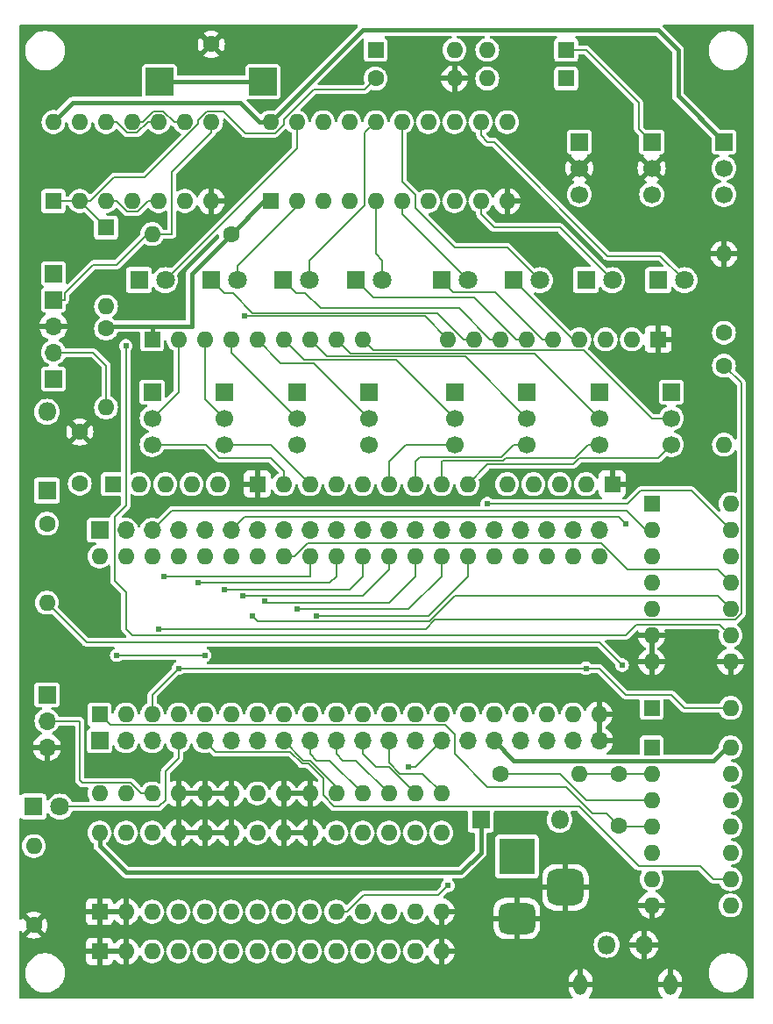
<source format=gbl>
G04 #@! TF.GenerationSoftware,KiCad,Pcbnew,8.0.7-8.0.7-0~ubuntu22.04.1*
G04 #@! TF.CreationDate,2024-12-13T17:06:38+09:00*
G04 #@! TF.ProjectId,cosmac_toy_v2,636f736d-6163-45f7-946f-795f76322e6b,0.3*
G04 #@! TF.SameCoordinates,PX1d11680PY907ef78*
G04 #@! TF.FileFunction,Copper,L2,Bot*
G04 #@! TF.FilePolarity,Positive*
%FSLAX46Y46*%
G04 Gerber Fmt 4.6, Leading zero omitted, Abs format (unit mm)*
G04 Created by KiCad (PCBNEW 8.0.7-8.0.7-0~ubuntu22.04.1) date 2024-12-13 17:06:38*
%MOMM*%
%LPD*%
G01*
G04 APERTURE LIST*
G04 Aperture macros list*
%AMRoundRect*
0 Rectangle with rounded corners*
0 $1 Rounding radius*
0 $2 $3 $4 $5 $6 $7 $8 $9 X,Y pos of 4 corners*
0 Add a 4 corners polygon primitive as box body*
4,1,4,$2,$3,$4,$5,$6,$7,$8,$9,$2,$3,0*
0 Add four circle primitives for the rounded corners*
1,1,$1+$1,$2,$3*
1,1,$1+$1,$4,$5*
1,1,$1+$1,$6,$7*
1,1,$1+$1,$8,$9*
0 Add four rect primitives between the rounded corners*
20,1,$1+$1,$2,$3,$4,$5,0*
20,1,$1+$1,$4,$5,$6,$7,0*
20,1,$1+$1,$6,$7,$8,$9,0*
20,1,$1+$1,$8,$9,$2,$3,0*%
G04 Aperture macros list end*
G04 #@! TA.AperFunction,ComponentPad*
%ADD10O,1.300000X2.000000*%
G04 #@! TD*
G04 #@! TA.AperFunction,ComponentPad*
%ADD11O,1.800000X1.800000*%
G04 #@! TD*
G04 #@! TA.AperFunction,ComponentPad*
%ADD12C,1.600000*%
G04 #@! TD*
G04 #@! TA.AperFunction,ComponentPad*
%ADD13O,1.600000X1.600000*%
G04 #@! TD*
G04 #@! TA.AperFunction,ComponentPad*
%ADD14R,1.600000X1.600000*%
G04 #@! TD*
G04 #@! TA.AperFunction,ComponentPad*
%ADD15R,1.700000X1.700000*%
G04 #@! TD*
G04 #@! TA.AperFunction,ComponentPad*
%ADD16O,1.700000X1.700000*%
G04 #@! TD*
G04 #@! TA.AperFunction,ComponentPad*
%ADD17C,1.700000*%
G04 #@! TD*
G04 #@! TA.AperFunction,ComponentPad*
%ADD18R,1.800000X1.800000*%
G04 #@! TD*
G04 #@! TA.AperFunction,ComponentPad*
%ADD19C,1.800000*%
G04 #@! TD*
G04 #@! TA.AperFunction,ComponentPad*
%ADD20R,3.500000X3.500000*%
G04 #@! TD*
G04 #@! TA.AperFunction,ComponentPad*
%ADD21RoundRect,0.750000X1.000000X-0.750000X1.000000X0.750000X-1.000000X0.750000X-1.000000X-0.750000X0*%
G04 #@! TD*
G04 #@! TA.AperFunction,ComponentPad*
%ADD22RoundRect,0.875000X0.875000X-0.875000X0.875000X0.875000X-0.875000X0.875000X-0.875000X-0.875000X0*%
G04 #@! TD*
G04 #@! TA.AperFunction,ComponentPad*
%ADD23R,2.700000X2.700000*%
G04 #@! TD*
G04 #@! TA.AperFunction,ViaPad*
%ADD24C,0.609600*%
G04 #@! TD*
G04 #@! TA.AperFunction,Conductor*
%ADD25C,0.400000*%
G04 #@! TD*
G04 #@! TA.AperFunction,Conductor*
%ADD26C,0.152400*%
G04 #@! TD*
G04 APERTURE END LIST*
D10*
X63375000Y1910000D03*
X54735000Y1910000D03*
D11*
X60855000Y5710000D03*
X57255000Y5710000D03*
D12*
X8890000Y65180000D03*
D13*
X8890000Y57560000D03*
D14*
X61595000Y24765000D03*
D13*
X61595000Y22225000D03*
X61595000Y19685000D03*
X61595000Y17145000D03*
X61595000Y14605000D03*
X61595000Y12065000D03*
X61595000Y9525000D03*
X69215000Y9525000D03*
X69215000Y12065000D03*
X69215000Y14605000D03*
X69215000Y17145000D03*
X69215000Y19685000D03*
X69215000Y22225000D03*
X69215000Y24765000D03*
D12*
X20955000Y74295000D03*
D13*
X13335000Y74295000D03*
D15*
X8255000Y45720000D03*
D16*
X10795000Y45720000D03*
X13335000Y45720000D03*
X15875000Y45720000D03*
X18415000Y45720000D03*
X20955000Y45720000D03*
X23495000Y45720000D03*
X26035000Y45720000D03*
X28575000Y45720000D03*
X31115000Y45720000D03*
X33655000Y45720000D03*
X36195000Y45720000D03*
X38735000Y45720000D03*
X41275000Y45720000D03*
X43815000Y45720000D03*
X46355000Y45720000D03*
X48895000Y45720000D03*
X51435000Y45720000D03*
X53975000Y45720000D03*
X56515000Y45720000D03*
D15*
X8255000Y25400000D03*
D16*
X10795000Y25400000D03*
X13335000Y25400000D03*
X15875000Y25400000D03*
X18415000Y25400000D03*
X20955000Y25400000D03*
X23495000Y25400000D03*
X26035000Y25400000D03*
X28575000Y25400000D03*
X31115000Y25400000D03*
X33655000Y25400000D03*
X36195000Y25400000D03*
X38735000Y25400000D03*
X41275000Y25400000D03*
X43815000Y25400000D03*
X46355000Y25400000D03*
X48895000Y25400000D03*
X51435000Y25400000D03*
X53975000Y25400000D03*
X56515000Y25400000D03*
D15*
X27305000Y59055000D03*
D17*
X27305000Y56515000D03*
X27305000Y53975000D03*
D14*
X61595000Y48260000D03*
D13*
X61595000Y45720000D03*
X61595000Y43180000D03*
X61595000Y40640000D03*
X61595000Y38100000D03*
X61595000Y35560000D03*
X61595000Y33020000D03*
X69215000Y33020000D03*
X69215000Y35560000D03*
X69215000Y38100000D03*
X69215000Y40640000D03*
X69215000Y43180000D03*
X69215000Y45720000D03*
X69215000Y48260000D03*
D12*
X3175000Y46355000D03*
D13*
X3175000Y38735000D03*
D14*
X3805000Y77480000D03*
D13*
X6345000Y77480000D03*
X8885000Y77480000D03*
X11425000Y77480000D03*
X13965000Y77480000D03*
X16505000Y77480000D03*
X19045000Y77480000D03*
X19045000Y85100000D03*
X16505000Y85100000D03*
X13965000Y85100000D03*
X11425000Y85100000D03*
X8885000Y85100000D03*
X6345000Y85100000D03*
X3805000Y85100000D03*
D18*
X62230000Y69850000D03*
D19*
X64770000Y69850000D03*
D12*
X6350000Y50205000D03*
X6350000Y55205000D03*
D18*
X41275000Y69850000D03*
D19*
X43815000Y69850000D03*
D12*
X1905000Y7620000D03*
D13*
X1905000Y15240000D03*
D15*
X13335000Y59055000D03*
D17*
X13335000Y56515000D03*
X13335000Y53975000D03*
D14*
X9525000Y50165000D03*
D13*
X12065000Y50165000D03*
X14605000Y50165000D03*
X17145000Y50165000D03*
X19685000Y50165000D03*
D18*
X19045000Y69850000D03*
D19*
X21585000Y69850000D03*
D12*
X68580000Y61595000D03*
D13*
X68580000Y53975000D03*
D14*
X24765000Y77470000D03*
D13*
X27305000Y77470000D03*
X29845000Y77470000D03*
X32385000Y77470000D03*
X34925000Y77470000D03*
X37465000Y77470000D03*
X40005000Y77470000D03*
X42545000Y77470000D03*
X45085000Y77470000D03*
X47625000Y77470000D03*
X47625000Y85090000D03*
X45085000Y85090000D03*
X42545000Y85090000D03*
X40005000Y85090000D03*
X37465000Y85090000D03*
X34925000Y85090000D03*
X32385000Y85090000D03*
X29845000Y85090000D03*
X27305000Y85090000D03*
X24765000Y85090000D03*
D18*
X1900000Y19050000D03*
D19*
X4440000Y19050000D03*
D15*
X42545000Y59055000D03*
D17*
X42545000Y56515000D03*
X42545000Y53975000D03*
D20*
X48572500Y14255000D03*
D21*
X48572500Y8255000D03*
D22*
X53272500Y11255000D03*
D14*
X57785000Y50165000D03*
D13*
X55245000Y50165000D03*
X52705000Y50165000D03*
X50165000Y50165000D03*
X47625000Y50165000D03*
D15*
X3175000Y29845000D03*
D16*
X3175000Y27305000D03*
X3175000Y24765000D03*
D15*
X61595000Y83185000D03*
D17*
X61595000Y80645000D03*
X61595000Y78105000D03*
D15*
X49530000Y59055000D03*
D17*
X49530000Y56515000D03*
X49530000Y53975000D03*
D14*
X8255000Y8905000D03*
D13*
X10795000Y8905000D03*
X13335000Y8905000D03*
X15875000Y8905000D03*
X18415000Y8905000D03*
X20955000Y8905000D03*
X23495000Y8905000D03*
X26035000Y8905000D03*
X28575000Y8905000D03*
X31115000Y8905000D03*
X33655000Y8905000D03*
X36195000Y8905000D03*
X38735000Y8905000D03*
X41275000Y8905000D03*
X41275000Y16525000D03*
X38735000Y16525000D03*
X36195000Y16525000D03*
X33655000Y16525000D03*
X31115000Y16525000D03*
X28575000Y16525000D03*
X26035000Y16525000D03*
X23495000Y16525000D03*
X20955000Y16525000D03*
X18415000Y16525000D03*
X15875000Y16525000D03*
X13335000Y16525000D03*
X10795000Y16525000D03*
X8255000Y16525000D03*
D18*
X26030000Y69850000D03*
D19*
X28570000Y69850000D03*
D15*
X56515000Y59055000D03*
D17*
X56515000Y56515000D03*
X56515000Y53975000D03*
D15*
X63500000Y59055000D03*
D17*
X63500000Y56515000D03*
X63500000Y53975000D03*
D18*
X3175000Y49530000D03*
D11*
X3175000Y57150000D03*
D14*
X8890000Y74930000D03*
D13*
X8890000Y67310000D03*
D14*
X8255000Y5080000D03*
D13*
X10795000Y5080000D03*
X13335000Y5080000D03*
X15875000Y5080000D03*
X18415000Y5080000D03*
X20955000Y5080000D03*
X23495000Y5080000D03*
X26035000Y5080000D03*
X28575000Y5080000D03*
X31115000Y5080000D03*
X33655000Y5080000D03*
X36195000Y5080000D03*
X38735000Y5080000D03*
X41275000Y5080000D03*
X41275000Y20320000D03*
X38735000Y20320000D03*
X36195000Y20320000D03*
X33655000Y20320000D03*
X31115000Y20320000D03*
X28575000Y20320000D03*
X26035000Y20320000D03*
X23495000Y20320000D03*
X20955000Y20320000D03*
X18415000Y20320000D03*
X15875000Y20320000D03*
X13335000Y20320000D03*
X10795000Y20320000D03*
X8255000Y20320000D03*
D18*
X12065000Y69850000D03*
D19*
X14605000Y69850000D03*
D16*
X3810000Y62865000D03*
X3810000Y65405000D03*
D15*
X3810000Y67945000D03*
X3810000Y60325000D03*
X3810000Y70485000D03*
D12*
X58420000Y22225000D03*
X58420000Y17225000D03*
D15*
X34290000Y59055000D03*
D17*
X34290000Y56515000D03*
X34290000Y53975000D03*
D12*
X46990000Y22225000D03*
D13*
X54610000Y22225000D03*
D12*
X34925000Y89300000D03*
D13*
X42545000Y89300000D03*
D14*
X13335000Y64135000D03*
D13*
X15875000Y64135000D03*
X18415000Y64135000D03*
X20955000Y64135000D03*
X23495000Y64135000D03*
X26035000Y64135000D03*
X28575000Y64135000D03*
X31115000Y64135000D03*
X33655000Y64135000D03*
D15*
X54610000Y83185000D03*
D17*
X54610000Y80645000D03*
X54610000Y78105000D03*
D12*
X68580000Y64770000D03*
D13*
X68580000Y72390000D03*
D14*
X61595000Y28575000D03*
D13*
X69215000Y28575000D03*
D18*
X33015000Y69850000D03*
D19*
X35555000Y69850000D03*
D13*
X45720000Y89300000D03*
D14*
X53340000Y89300000D03*
X34925000Y92075000D03*
D13*
X42545000Y92075000D03*
D14*
X23495000Y50165000D03*
D13*
X26035000Y50165000D03*
X28575000Y50165000D03*
X31115000Y50165000D03*
X33655000Y50165000D03*
X36195000Y50165000D03*
X38735000Y50165000D03*
X41275000Y50165000D03*
X43815000Y50165000D03*
D15*
X20320000Y59015000D03*
D17*
X20320000Y56475000D03*
X20320000Y53935000D03*
D12*
X19050000Y92605000D03*
D23*
X24050000Y89005000D03*
X14050000Y89005000D03*
D15*
X68580000Y83185000D03*
D17*
X68580000Y80645000D03*
X68580000Y78105000D03*
D18*
X45085000Y17780000D03*
D11*
X52705000Y17780000D03*
D14*
X62230000Y64135000D03*
D13*
X59690000Y64135000D03*
X57150000Y64135000D03*
X54610000Y64135000D03*
X52070000Y64135000D03*
X49530000Y64135000D03*
X46990000Y64135000D03*
X44450000Y64135000D03*
X41910000Y64135000D03*
D18*
X55245000Y69850000D03*
D19*
X57785000Y69850000D03*
D14*
X53340000Y92075000D03*
D13*
X45720000Y92075000D03*
D18*
X48260000Y69850000D03*
D19*
X50800000Y69850000D03*
D14*
X8255000Y27940000D03*
D13*
X10795000Y27940000D03*
X13335000Y27940000D03*
X15875000Y27940000D03*
X18415000Y27940000D03*
X20955000Y27940000D03*
X23495000Y27940000D03*
X26035000Y27940000D03*
X28575000Y27940000D03*
X31115000Y27940000D03*
X33655000Y27940000D03*
X36195000Y27940000D03*
X38735000Y27940000D03*
X41275000Y27940000D03*
X43815000Y27940000D03*
X46355000Y27940000D03*
X48895000Y27940000D03*
X51435000Y27940000D03*
X53975000Y27940000D03*
X56515000Y27940000D03*
X56515000Y43180000D03*
X53975000Y43180000D03*
X51435000Y43180000D03*
X48895000Y43180000D03*
X46355000Y43180000D03*
X43815000Y43180000D03*
X41275000Y43180000D03*
X38735000Y43180000D03*
X36195000Y43180000D03*
X33655000Y43180000D03*
X31115000Y43180000D03*
X28575000Y43180000D03*
X26035000Y43180000D03*
X23495000Y43180000D03*
X20955000Y43180000D03*
X18415000Y43180000D03*
X15875000Y43180000D03*
X13335000Y43180000D03*
X10795000Y43180000D03*
X8255000Y43180000D03*
D24*
X18415000Y33655000D03*
X9919900Y33655000D03*
X14489700Y41275000D03*
X17780000Y40640000D03*
X20292200Y40005000D03*
X22061600Y39370000D03*
X24243600Y38866000D03*
X27305000Y38100000D03*
X29210000Y37465000D03*
X41910000Y11430000D03*
X58737500Y32703000D03*
X55245000Y32385000D03*
X15875000Y32385000D03*
X22225000Y66379000D03*
X23052500Y37431000D03*
X38100000Y22860000D03*
X59055000Y46355000D03*
X13956300Y36195000D03*
X45720000Y48260000D03*
X10795000Y63500000D03*
D25*
X46355000Y25400000D02*
X48260000Y23495000D01*
X48260000Y23495000D02*
X67549700Y23495000D01*
X67549700Y23495000D02*
X68819700Y24765000D01*
X68819700Y24765000D02*
X69215000Y24765000D01*
D26*
X59055000Y46355000D02*
X58420000Y46990000D01*
X58420000Y46990000D02*
X22225000Y46990000D01*
X22225000Y46990000D02*
X20955000Y45720000D01*
X68580000Y61595000D02*
X70243600Y59931400D01*
X70243600Y59931400D02*
X70243600Y37673939D01*
X70243600Y37673939D02*
X69641061Y37071400D01*
X69641061Y37071400D02*
X40677452Y37071400D01*
X40677452Y37071400D02*
X39801052Y36195000D01*
X39801052Y36195000D02*
X13970000Y36195000D01*
X45085000Y85090000D02*
X45085000Y83820000D01*
X45085000Y83820000D02*
X45720000Y83185000D01*
X45720000Y83185000D02*
X46355000Y83185000D01*
X62431700Y72188300D02*
X64770000Y69850000D01*
X46355000Y83185000D02*
X57351700Y72188300D01*
X57351700Y72188300D02*
X62431700Y72188300D01*
X49530000Y64135000D02*
X48499700Y64135000D01*
X44473200Y68161500D02*
X34703500Y68161500D01*
X48499700Y64135000D02*
X44473200Y68161500D01*
X34703500Y68161500D02*
X33015000Y69850000D01*
X19045000Y69850000D02*
X20315000Y68580000D01*
X20315000Y68580000D02*
X21162700Y68580000D01*
X43419700Y64135000D02*
X44450000Y64135000D01*
X21162700Y68580000D02*
X23058900Y66683800D01*
X23058900Y66683800D02*
X40870900Y66683800D01*
X40870900Y66683800D02*
X43419700Y64135000D01*
D25*
X24765000Y77470000D02*
X24130000Y77470000D01*
X24130000Y77470000D02*
X20955000Y74295000D01*
D26*
X10795000Y63500000D02*
X10795000Y48078974D01*
X10795000Y39755000D02*
X10795000Y36195000D01*
X11430000Y35560000D02*
X59055000Y35560000D01*
X10795000Y48078974D02*
X9716400Y47000374D01*
X9716400Y47000374D02*
X9716400Y40833283D01*
X9716400Y40833283D02*
X10224687Y40324996D01*
X10224687Y40324996D02*
X10795000Y39755000D01*
X10795000Y36195000D02*
X11430000Y35560000D01*
X59055000Y35560000D02*
X60083600Y36588600D01*
X60083600Y36588600D02*
X68186400Y36588600D01*
X68186400Y36588600D02*
X69215000Y35560000D01*
X18415000Y25400000D02*
X19493600Y24321400D01*
X28448748Y23190200D02*
X29845000Y21793948D01*
X19493600Y24321400D02*
X26682548Y24321400D01*
X54610000Y19050000D02*
X60325000Y13335000D01*
X26682548Y24321400D02*
X27813748Y23190200D01*
X29845000Y20135000D02*
X30930000Y19050000D01*
X27813748Y23190200D02*
X28448748Y23190200D01*
X29845000Y21793948D02*
X29845000Y20135000D01*
X30930000Y19050000D02*
X54610000Y19050000D01*
X60325000Y13335000D02*
X66279700Y13335000D01*
X66279700Y13335000D02*
X67549700Y12065000D01*
X67549700Y12065000D02*
X69215000Y12065000D01*
X8255000Y27940000D02*
X9285000Y26910000D01*
X9285000Y26910000D02*
X41670000Y26910000D01*
X42545000Y24129600D02*
X45719600Y20955000D01*
X41670000Y26910000D02*
X42545000Y26035000D01*
X42545000Y26035000D02*
X42545000Y24129600D01*
X45719600Y20955000D02*
X53340000Y20955000D01*
X53340000Y20955000D02*
X55880000Y18415000D01*
X55880000Y18415000D02*
X57230000Y18415000D01*
X57230000Y18415000D02*
X58500000Y17145000D01*
X58500000Y17145000D02*
X61595000Y17145000D01*
X46990000Y22225000D02*
X52705000Y22225000D01*
X52705000Y22225000D02*
X55245000Y19685000D01*
X55245000Y19685000D02*
X61595000Y19685000D01*
X54610000Y22225000D02*
X61595000Y22225000D01*
D25*
X8255000Y16510000D02*
X8255000Y15240000D01*
X8255000Y15240000D02*
X10795000Y12700000D01*
X10795000Y12700000D02*
X43180000Y12700000D01*
X43180000Y12700000D02*
X45085000Y14605000D01*
X45085000Y14605000D02*
X45085000Y17780000D01*
D26*
X41005000Y10525000D02*
X33765700Y10525000D01*
X41910000Y11430000D02*
X41005000Y10525000D01*
X33765700Y10525000D02*
X32145300Y8905000D01*
X32145300Y8905000D02*
X31115000Y8905000D01*
X31115000Y20320000D02*
X31115000Y20955000D01*
X28575000Y23495000D02*
X27940000Y23495000D01*
X31115000Y20955000D02*
X28575000Y23495000D01*
X27940000Y23495000D02*
X26035000Y25400000D01*
X15875000Y25400000D02*
X15875000Y23685000D01*
X15875000Y23685000D02*
X14605000Y22415000D01*
X13970000Y19050000D02*
X4440000Y19050000D01*
X14605000Y22415000D02*
X14605000Y19685000D01*
X14605000Y19685000D02*
X13970000Y19050000D01*
X41275000Y25400000D02*
X38735000Y22860000D01*
X38735000Y22860000D02*
X38100000Y22860000D01*
X36195000Y20320000D02*
X33020000Y23495000D01*
X33020000Y23495000D02*
X31750000Y23495000D01*
X31750000Y23495000D02*
X31115000Y24130000D01*
X31115000Y24130000D02*
X31115000Y25400000D01*
X38735000Y20320000D02*
X36195000Y22860000D01*
X36195000Y22860000D02*
X34925000Y22860000D01*
X34925000Y22860000D02*
X33655000Y24130000D01*
X33655000Y24130000D02*
X33655000Y25400000D01*
X41275000Y20320000D02*
X41275000Y20440000D01*
X41275000Y20440000D02*
X39490000Y22225000D01*
X39490000Y22225000D02*
X37261100Y22225000D01*
X37261100Y22225000D02*
X36195000Y23291100D01*
X36195000Y23291100D02*
X36195000Y25400000D01*
X33655000Y20320000D02*
X30480000Y23495000D01*
X28575000Y24130000D02*
X28575000Y25400000D01*
X30480000Y23495000D02*
X29210000Y23495000D01*
X29210000Y23495000D02*
X28575000Y24130000D01*
X9919900Y33655000D02*
X18415000Y33655000D01*
X61595000Y45720000D02*
X61045100Y45720000D01*
X61045100Y45720000D02*
X59140100Y47625000D01*
X59140100Y47625000D02*
X15240000Y47625000D01*
X15240000Y47625000D02*
X13335000Y45720000D01*
X54610000Y64135000D02*
X53975000Y64135000D01*
X53975000Y64135000D02*
X48260000Y69850000D01*
X33655000Y64135000D02*
X34705700Y63084300D01*
X55025700Y63084300D02*
X61595000Y56515000D01*
X34705700Y63084300D02*
X55025700Y63084300D01*
X61595000Y56515000D02*
X63500000Y56515000D01*
X13335000Y20320000D02*
X12304700Y20320000D01*
X12304700Y20320000D02*
X11274400Y21350000D01*
X11274400Y21350000D02*
X6589700Y21350000D01*
X6350000Y21589700D02*
X6350000Y27305000D01*
X6589700Y21350000D02*
X6350000Y21589700D01*
X6350000Y27305000D02*
X3175000Y27305000D01*
X26035000Y50165000D02*
X26035000Y51435000D01*
X26035000Y51435000D02*
X24765000Y52705000D01*
X24765000Y52705000D02*
X19804900Y52705000D01*
X19804900Y52705000D02*
X18534900Y53975000D01*
X18534900Y53975000D02*
X13335000Y53975000D01*
X20320000Y53935000D02*
X24805000Y53935000D01*
X24805000Y53935000D02*
X28575000Y50165000D01*
X27065300Y43180000D02*
X28335300Y44450000D01*
X59239700Y41910000D02*
X67945000Y41910000D01*
X28335300Y44450000D02*
X56699700Y44450000D01*
X26035000Y43180000D02*
X27065300Y43180000D01*
X67945000Y41910000D02*
X69215000Y40640000D01*
X56699700Y44450000D02*
X59239700Y41910000D01*
X28575000Y41275000D02*
X28575000Y43180000D01*
X14489700Y41275000D02*
X28575000Y41275000D01*
X31115000Y41275000D02*
X31115000Y43180000D01*
X17780000Y40640000D02*
X30480000Y40640000D01*
X30480000Y40640000D02*
X31115000Y41275000D01*
X33655000Y41275000D02*
X33655000Y43180000D01*
X32385000Y40005000D02*
X33655000Y41275000D01*
X20292200Y40005000D02*
X32385000Y40005000D01*
X36195000Y41910000D02*
X33655000Y39370000D01*
X36195000Y43180000D02*
X36195000Y41910000D01*
X24464500Y39399000D02*
X22091100Y39399000D01*
X33655000Y39370000D02*
X24494000Y39370000D01*
X24494000Y39370000D02*
X24464500Y39399000D01*
X22091100Y39399000D02*
X22061600Y39370000D01*
X36195000Y38735000D02*
X24374700Y38735000D01*
X38735000Y43180000D02*
X38735000Y41275000D01*
X24374700Y38735000D02*
X24243600Y38866000D01*
X38735000Y41275000D02*
X36195000Y38735000D01*
X41275000Y41275000D02*
X41275000Y43180000D01*
X27305000Y38100000D02*
X38100000Y38100000D01*
X38100000Y38100000D02*
X41275000Y41275000D01*
X29210000Y37465000D02*
X40005000Y37465000D01*
X40005000Y37465000D02*
X43815000Y41275000D01*
X43815000Y41275000D02*
X43815000Y43180000D01*
D25*
X24050000Y89005000D02*
X14050000Y89005000D01*
D26*
X58737500Y32703000D02*
X56515500Y34925000D01*
X6985000Y34925000D02*
X3175000Y38735000D01*
X56515500Y34925000D02*
X6985000Y34925000D01*
X63500000Y29845000D02*
X64770000Y28575000D01*
X13335000Y29845000D02*
X13335000Y27940000D01*
X59055000Y29845000D02*
X63500000Y29845000D01*
X55245000Y32385000D02*
X15875000Y32385000D01*
X56515000Y32385000D02*
X59055000Y29845000D01*
X64770000Y28575000D02*
X69215000Y28575000D01*
X55245000Y32385000D02*
X56515000Y32385000D01*
X15875000Y32385000D02*
X13335000Y29845000D01*
X45720000Y88900000D02*
X46120000Y88900000D01*
X46120000Y88900000D02*
X45720000Y89300000D01*
X39179800Y52754500D02*
X47079548Y52754500D01*
X47079548Y52754500D02*
X48300048Y53975000D01*
X38735000Y50165000D02*
X38735000Y52309700D01*
X48300048Y53975000D02*
X49530000Y53975000D01*
X38735000Y52309700D02*
X39179800Y52754500D01*
X8255000Y16525000D02*
X8255000Y16510000D01*
D25*
X17145000Y70454800D02*
X17145000Y65405000D01*
D26*
X8910800Y65200800D02*
X8890000Y65180000D01*
D25*
X13335000Y65405000D02*
X9186000Y65405000D01*
X24765000Y85090000D02*
X23734700Y85090000D01*
X62230000Y93980000D02*
X33655000Y93980000D01*
X5700000Y86995000D02*
X3805000Y85100000D01*
D26*
X8946300Y65165300D02*
X8910800Y65200800D01*
D25*
X33655000Y93980000D02*
X24765000Y85090000D01*
X68580000Y83185000D02*
X64135000Y87630000D01*
X20955000Y74264800D02*
X17145000Y70454800D01*
X64135000Y92075000D02*
X62230000Y93980000D01*
X9186000Y65405000D02*
X8946300Y65165300D01*
X23734700Y85090000D02*
X21829700Y86995000D01*
X64135000Y87630000D02*
X64135000Y92075000D01*
X17145000Y65405000D02*
X13335000Y65405000D01*
D26*
X20955000Y74264800D02*
X20955000Y74295000D01*
D25*
X21829700Y86995000D02*
X5700000Y86995000D01*
X13335000Y65405000D02*
X13335000Y64135000D01*
D26*
X13499600Y86144300D02*
X14430400Y86144300D01*
X14430400Y86144300D02*
X15474700Y85100000D01*
X11425000Y85100000D02*
X12455300Y85100000D01*
X15474700Y85100000D02*
X16505000Y85100000D01*
X12455300Y85100000D02*
X13499600Y86144300D01*
X11893600Y84058900D02*
X12934700Y85100000D01*
X8885000Y85100000D02*
X9915300Y85100000D01*
X9915300Y85100000D02*
X10956400Y84058900D01*
X10956400Y84058900D02*
X11893600Y84058900D01*
X12934700Y85100000D02*
X13965000Y85100000D01*
X46355000Y74930000D02*
X52705000Y74930000D01*
X45085000Y77470000D02*
X45085000Y76200000D01*
X52705000Y74930000D02*
X57785000Y69850000D01*
X45085000Y76200000D02*
X46355000Y74930000D01*
X37465000Y79375000D02*
X38735000Y78105000D01*
X42545000Y73025000D02*
X47625000Y73025000D01*
X38735000Y76835000D02*
X42545000Y73025000D01*
X38735000Y78105000D02*
X38735000Y76835000D01*
X37465000Y85090000D02*
X37465000Y79375000D01*
X47625000Y73025000D02*
X50800000Y69850000D01*
X46455000Y68719700D02*
X42405300Y68719700D01*
X52070000Y64135000D02*
X51039700Y64135000D01*
X42405300Y68719700D02*
X41275000Y69850000D01*
X51039700Y64135000D02*
X46455000Y68719700D01*
X37465000Y76200000D02*
X43815000Y69850000D01*
X37465000Y77470000D02*
X37465000Y76200000D01*
X34925000Y77470000D02*
X34925000Y72390000D01*
X34925000Y72390000D02*
X35560000Y71755000D01*
X35560000Y71755000D02*
X35560000Y69855000D01*
X35560000Y69855000D02*
X35555000Y69850000D01*
X34925000Y85090000D02*
X33896400Y84061400D01*
X28570000Y71750000D02*
X28570000Y69850000D01*
X33896400Y77076400D02*
X28570000Y71750000D01*
X33896400Y84061400D02*
X33896400Y77076400D01*
X42976800Y67117900D02*
X29609800Y67117900D01*
X28147700Y68580000D02*
X27300000Y68580000D01*
X29609800Y67117900D02*
X28147700Y68580000D01*
X27300000Y68580000D02*
X26030000Y69850000D01*
X45959700Y64135000D02*
X42976800Y67117900D01*
X46990000Y64135000D02*
X45959700Y64135000D01*
X21585000Y71234850D02*
X21585000Y69850000D01*
X27305000Y76954850D02*
X21585000Y71234850D01*
X27305000Y77470000D02*
X27305000Y76954850D01*
X27305000Y82550000D02*
X14605000Y69850000D01*
X27305000Y85090000D02*
X27305000Y82550000D01*
X39666000Y66379000D02*
X41910000Y64135000D01*
X22225000Y66379000D02*
X39666000Y66379000D01*
X12870300Y74295000D02*
X13335000Y74295000D01*
X15235000Y74300000D02*
X15235000Y80259700D01*
X15235000Y80259700D02*
X19045000Y84069700D01*
X13335000Y74295000D02*
X15240000Y74295000D01*
X9920300Y71345000D02*
X12870300Y74295000D01*
X7655300Y71345000D02*
X9920300Y71345000D01*
X4890300Y67945000D02*
X4890300Y68580000D01*
X3810000Y67945000D02*
X4890300Y67945000D01*
X4890300Y68580000D02*
X7655300Y71345000D01*
X19045000Y84069700D02*
X19045000Y85100000D01*
X15240000Y74295000D02*
X15235000Y74300000D01*
X3810000Y62865000D02*
X7634700Y62865000D01*
X8890000Y61609700D02*
X8890000Y57560000D01*
X7634700Y62865000D02*
X8890000Y61609700D01*
X53975000Y52070000D02*
X45720000Y52070000D01*
X63500000Y53975000D02*
X62230000Y52705000D01*
X54610000Y52705000D02*
X53975000Y52070000D01*
X62230000Y52705000D02*
X54610000Y52705000D01*
X45720000Y52070000D02*
X43815000Y50165000D01*
X60325000Y86995000D02*
X60325000Y84455000D01*
X60325000Y84455000D02*
X61595000Y83185000D01*
X55245000Y92075000D02*
X60325000Y86995000D01*
X53340000Y92075000D02*
X55245000Y92075000D01*
X26035000Y84887400D02*
X26035000Y85321000D01*
X8890000Y74935000D02*
X8890000Y74930000D01*
X12644400Y79778800D02*
X17775000Y84909400D01*
X20273300Y86143000D02*
X22370800Y84045500D01*
X6345000Y77480000D02*
X8890000Y74935000D01*
X26035000Y85321000D02*
X28979000Y88265000D01*
X6345000Y77480000D02*
X7375300Y77480000D01*
X17775000Y84909400D02*
X17775000Y85290400D01*
X22370800Y84045500D02*
X25193100Y84045500D01*
X18627600Y86143000D02*
X20273300Y86143000D01*
X28979000Y88265000D02*
X33890000Y88265000D01*
X33890000Y88265000D02*
X34925000Y89300000D01*
X7375300Y77480000D02*
X9674100Y79778800D01*
X25193100Y84045500D02*
X26035000Y84887400D01*
X3805000Y77480000D02*
X6345000Y77480000D01*
X17775000Y85290400D02*
X18627600Y86143000D01*
X9674100Y79778800D02*
X12644400Y79778800D01*
X42545000Y39370000D02*
X40093000Y36918000D01*
X23564600Y36918000D02*
X23052500Y37431000D01*
X40093000Y36918000D02*
X23564600Y36918000D01*
X69215000Y38100000D02*
X67945000Y39370000D01*
X67945000Y39370000D02*
X42545000Y39370000D01*
X37860300Y53975000D02*
X42545000Y53975000D01*
X36195000Y52309700D02*
X37860300Y53975000D01*
X36195000Y50165000D02*
X36195000Y52309700D01*
X56515000Y53975000D02*
X55448948Y53975000D01*
X47205800Y52449700D02*
X41415000Y52449700D01*
X47461100Y52705000D02*
X47205800Y52449700D01*
X41275000Y52309700D02*
X41275000Y50165000D01*
X55448948Y53975000D02*
X54178948Y52705000D01*
X41415000Y52449700D02*
X41275000Y52309700D01*
X54178948Y52705000D02*
X47461100Y52705000D01*
X28939900Y61865100D02*
X34290000Y56515000D01*
X25764900Y61865100D02*
X28939900Y61865100D01*
X23495000Y64135000D02*
X25764900Y61865100D01*
X36890100Y62169900D02*
X42545000Y56515000D01*
X26035000Y64135000D02*
X28000100Y62169900D01*
X28000100Y62169900D02*
X36890100Y62169900D01*
X28575000Y64135000D02*
X30235300Y62474700D01*
X30235300Y62474700D02*
X43570300Y62474700D01*
X43570300Y62474700D02*
X49530000Y56515000D01*
X18415000Y64135000D02*
X18415000Y58380000D01*
X18415000Y58380000D02*
X20320000Y56475000D01*
X20955000Y64135000D02*
X20955000Y62865000D01*
X20955000Y62865000D02*
X27305000Y56515000D01*
X50250500Y62779500D02*
X56515000Y56515000D01*
X31115000Y64135000D02*
X32470500Y62779500D01*
X32470500Y62779500D02*
X50250500Y62779500D01*
X15875000Y59055000D02*
X13335000Y56515000D01*
X15875000Y64135000D02*
X15875000Y59055000D01*
X60563700Y49530000D02*
X65405000Y49530000D01*
X45720000Y48260000D02*
X58816300Y48260000D01*
X58834100Y48242000D02*
X59275900Y48242000D01*
X58816300Y48260000D02*
X58834100Y48242000D01*
X59275900Y48242000D02*
X60563700Y49530000D01*
X65405000Y49530000D02*
X69215000Y45720000D01*
X13965000Y77480000D02*
X12934700Y77480000D01*
X9915300Y77480000D02*
X8885000Y77480000D01*
X12934700Y77480000D02*
X11896700Y76442000D01*
X11896700Y76442000D02*
X10953300Y76442000D01*
X10953300Y76442000D02*
X9915300Y77480000D01*
G04 #@! TA.AperFunction,Conductor*
G36*
X10474920Y5325606D02*
G01*
X10422259Y5234394D01*
X10395000Y5132661D01*
X10395000Y5027339D01*
X10422259Y4925606D01*
X10474920Y4834394D01*
X10483314Y4826000D01*
X8566686Y4826000D01*
X8575080Y4834394D01*
X8627741Y4925606D01*
X8655000Y5027339D01*
X8655000Y5132661D01*
X8627741Y5234394D01*
X8575080Y5325606D01*
X8566686Y5334000D01*
X10483314Y5334000D01*
X10474920Y5325606D01*
G37*
G04 #@! TD.AperFunction*
G04 #@! TA.AperFunction,Conductor*
G36*
X33160406Y94479998D02*
G01*
X33206899Y94426342D01*
X33217003Y94356068D01*
X33187509Y94291488D01*
X33181380Y94284905D01*
X25142144Y86245671D01*
X25079832Y86211645D01*
X25029897Y86210911D01*
X24972475Y86221645D01*
X24871610Y86240500D01*
X24658390Y86240500D01*
X24532637Y86216993D01*
X24448800Y86201321D01*
X24294754Y86141644D01*
X24249981Y86124298D01*
X24249980Y86124298D01*
X24249979Y86124297D01*
X24249974Y86124295D01*
X24068701Y86012055D01*
X24068693Y86012049D01*
X23907805Y85865380D01*
X23843988Y85834269D01*
X23773482Y85842599D01*
X23733825Y85869400D01*
X22504493Y87098733D01*
X22470467Y87161045D01*
X22475532Y87231861D01*
X22518079Y87288696D01*
X22584599Y87313507D01*
X22611755Y87312511D01*
X22653438Y87306439D01*
X22666740Y87304500D01*
X22666745Y87304500D01*
X25433255Y87304500D01*
X25433260Y87304500D01*
X25501393Y87314427D01*
X25606483Y87365802D01*
X25689198Y87448517D01*
X25740573Y87553607D01*
X25750500Y87621740D01*
X25750500Y90388260D01*
X25740573Y90456393D01*
X25689198Y90561483D01*
X25689196Y90561486D01*
X25606485Y90644197D01*
X25606482Y90644199D01*
X25501394Y90695573D01*
X25433261Y90705500D01*
X25433260Y90705500D01*
X22666740Y90705500D01*
X22666738Y90705500D01*
X22598605Y90695573D01*
X22493517Y90644199D01*
X22493514Y90644197D01*
X22410803Y90561486D01*
X22410801Y90561483D01*
X22359427Y90456395D01*
X22349500Y90388262D01*
X22349500Y89681500D01*
X22329498Y89613379D01*
X22275842Y89566886D01*
X22223500Y89555500D01*
X15876500Y89555500D01*
X15808379Y89575502D01*
X15761886Y89629158D01*
X15750500Y89681500D01*
X15750500Y90388256D01*
X15750500Y90388260D01*
X15740573Y90456393D01*
X15689198Y90561483D01*
X15689196Y90561486D01*
X15606485Y90644197D01*
X15606482Y90644199D01*
X15501394Y90695573D01*
X15433261Y90705500D01*
X15433260Y90705500D01*
X12666740Y90705500D01*
X12666738Y90705500D01*
X12598605Y90695573D01*
X12493517Y90644199D01*
X12493514Y90644197D01*
X12410803Y90561486D01*
X12410801Y90561483D01*
X12359427Y90456395D01*
X12349500Y90388262D01*
X12349500Y87671500D01*
X12329498Y87603379D01*
X12275842Y87556886D01*
X12223500Y87545500D01*
X5627525Y87545500D01*
X5487515Y87507984D01*
X5487513Y87507984D01*
X5487509Y87507982D01*
X5361988Y87435513D01*
X5361978Y87435505D01*
X4182144Y86255671D01*
X4119832Y86221645D01*
X4069897Y86220911D01*
X4024458Y86229405D01*
X3911610Y86250500D01*
X3698390Y86250500D01*
X3585537Y86229404D01*
X3488800Y86211321D01*
X3334754Y86151644D01*
X3289981Y86134298D01*
X3289980Y86134298D01*
X3289979Y86134297D01*
X3289974Y86134295D01*
X3108701Y86022055D01*
X3108699Y86022054D01*
X2951129Y85878409D01*
X2865989Y85765666D01*
X2822634Y85708255D01*
X2788713Y85640132D01*
X2727593Y85517385D01*
X2669244Y85312312D01*
X2649571Y85100000D01*
X2669244Y84887689D01*
X2727593Y84682616D01*
X2727594Y84682614D01*
X2727595Y84682611D01*
X2822634Y84491745D01*
X2950062Y84323005D01*
X2951129Y84321592D01*
X3108699Y84177947D01*
X3108701Y84177946D01*
X3289974Y84065706D01*
X3289975Y84065706D01*
X3289981Y84065702D01*
X3488802Y83988679D01*
X3698390Y83949500D01*
X3698393Y83949500D01*
X3911607Y83949500D01*
X3911610Y83949500D01*
X4121198Y83988679D01*
X4320019Y84065702D01*
X4501302Y84177948D01*
X4658872Y84321593D01*
X4787366Y84491745D01*
X4882405Y84682611D01*
X4940756Y84887690D01*
X4949537Y84982462D01*
X4975739Y85048445D01*
X5033456Y85089789D01*
X5104362Y85093366D01*
X5165946Y85058040D01*
X5198656Y84995027D01*
X5200461Y84982471D01*
X5207971Y84901421D01*
X5209244Y84887689D01*
X5267593Y84682616D01*
X5267594Y84682614D01*
X5267595Y84682611D01*
X5362634Y84491745D01*
X5490062Y84323005D01*
X5491129Y84321592D01*
X5648699Y84177947D01*
X5648701Y84177946D01*
X5829974Y84065706D01*
X5829975Y84065706D01*
X5829981Y84065702D01*
X6028802Y83988679D01*
X6238390Y83949500D01*
X6238393Y83949500D01*
X6451607Y83949500D01*
X6451610Y83949500D01*
X6661198Y83988679D01*
X6860019Y84065702D01*
X7041302Y84177948D01*
X7198872Y84321593D01*
X7327366Y84491745D01*
X7422405Y84682611D01*
X7480756Y84887690D01*
X7489537Y84982462D01*
X7515739Y85048445D01*
X7573456Y85089789D01*
X7644362Y85093366D01*
X7705946Y85058040D01*
X7738656Y84995027D01*
X7740461Y84982471D01*
X7747971Y84901421D01*
X7749244Y84887689D01*
X7807593Y84682616D01*
X7807594Y84682614D01*
X7807595Y84682611D01*
X7902634Y84491745D01*
X8030062Y84323005D01*
X8031129Y84321592D01*
X8188699Y84177947D01*
X8188701Y84177946D01*
X8369974Y84065706D01*
X8369975Y84065706D01*
X8369981Y84065702D01*
X8568802Y83988679D01*
X8778390Y83949500D01*
X8778393Y83949500D01*
X8991607Y83949500D01*
X8991610Y83949500D01*
X9201198Y83988679D01*
X9400019Y84065702D01*
X9581302Y84177948D01*
X9738872Y84321593D01*
X9802800Y84406248D01*
X9859814Y84448555D01*
X9930651Y84453322D01*
X9992445Y84419410D01*
X10614955Y83796900D01*
X10694400Y83717455D01*
X10694401Y83717454D01*
X10694403Y83717453D01*
X10717613Y83704053D01*
X10791700Y83661279D01*
X10900224Y83632200D01*
X10900226Y83632200D01*
X11949774Y83632200D01*
X11949776Y83632200D01*
X12058300Y83661279D01*
X12155600Y83717455D01*
X12857555Y84419412D01*
X12919866Y84453435D01*
X12990681Y84448371D01*
X13047198Y84406248D01*
X13111124Y84321598D01*
X13111128Y84321593D01*
X13268699Y84177947D01*
X13268701Y84177946D01*
X13449974Y84065706D01*
X13449975Y84065706D01*
X13449981Y84065702D01*
X13648802Y83988679D01*
X13858390Y83949500D01*
X13858393Y83949500D01*
X14071607Y83949500D01*
X14071610Y83949500D01*
X14281198Y83988679D01*
X14480019Y84065702D01*
X14661302Y84177948D01*
X14818872Y84321593D01*
X14947366Y84491745D01*
X15042405Y84682611D01*
X15042407Y84682618D01*
X15044449Y84687887D01*
X15087709Y84744182D01*
X15154536Y84768152D01*
X15223715Y84752188D01*
X15224829Y84751553D01*
X15310000Y84702379D01*
X15379479Y84683762D01*
X15440101Y84646811D01*
X15459657Y84618220D01*
X15522634Y84491745D01*
X15649764Y84323400D01*
X15651129Y84321592D01*
X15808699Y84177947D01*
X15808701Y84177946D01*
X15989974Y84065706D01*
X15989975Y84065706D01*
X15989981Y84065702D01*
X16053200Y84041211D01*
X16109494Y83997952D01*
X16133465Y83931125D01*
X16117501Y83861946D01*
X16096778Y83834625D01*
X12504560Y80242405D01*
X12442248Y80208380D01*
X12415465Y80205500D01*
X9730276Y80205500D01*
X9617924Y80205500D01*
X9559768Y80189918D01*
X9509402Y80176422D01*
X9509395Y80176419D01*
X9412103Y80120248D01*
X9412093Y80120240D01*
X7452444Y78160591D01*
X7390132Y78126565D01*
X7319316Y78131630D01*
X7262800Y78173754D01*
X7198872Y78258407D01*
X7081788Y78365144D01*
X7041300Y78402054D01*
X7041298Y78402055D01*
X6860025Y78514295D01*
X6860021Y78514297D01*
X6860019Y78514298D01*
X6738222Y78561483D01*
X6661199Y78591321D01*
X6576852Y78607088D01*
X6451610Y78630500D01*
X6238390Y78630500D01*
X6113148Y78607088D01*
X6028800Y78591321D01*
X5874754Y78531644D01*
X5829981Y78514298D01*
X5829980Y78514298D01*
X5829979Y78514297D01*
X5829974Y78514295D01*
X5648701Y78402055D01*
X5648699Y78402054D01*
X5491129Y78258409D01*
X5362633Y78088255D01*
X5307006Y77976538D01*
X5258737Y77924474D01*
X5194215Y77906700D01*
X5081500Y77906700D01*
X5013379Y77926702D01*
X4966886Y77980358D01*
X4955500Y78032700D01*
X4955500Y78313256D01*
X4955500Y78313260D01*
X4945573Y78381393D01*
X4894198Y78486483D01*
X4894196Y78486486D01*
X4811485Y78569197D01*
X4811482Y78569199D01*
X4706394Y78620573D01*
X4638261Y78630500D01*
X4638260Y78630500D01*
X2971740Y78630500D01*
X2971738Y78630500D01*
X2903605Y78620573D01*
X2798517Y78569199D01*
X2798514Y78569197D01*
X2715803Y78486486D01*
X2715801Y78486483D01*
X2664427Y78381395D01*
X2654500Y78313262D01*
X2654500Y76646739D01*
X2664427Y76578606D01*
X2715801Y76473518D01*
X2715803Y76473515D01*
X2798514Y76390804D01*
X2798517Y76390802D01*
X2903607Y76339427D01*
X2971740Y76329500D01*
X2971745Y76329500D01*
X4638255Y76329500D01*
X4638260Y76329500D01*
X4706393Y76339427D01*
X4811483Y76390802D01*
X4894198Y76473517D01*
X4945573Y76578607D01*
X4955500Y76646740D01*
X4955500Y76927300D01*
X4975502Y76995421D01*
X5029158Y77041914D01*
X5081500Y77053300D01*
X5194215Y77053300D01*
X5262336Y77033298D01*
X5307006Y76983462D01*
X5362633Y76871746D01*
X5491129Y76701592D01*
X5648699Y76557947D01*
X5648701Y76557946D01*
X5829974Y76445706D01*
X5829975Y76445706D01*
X5829981Y76445702D01*
X6028802Y76368679D01*
X6238390Y76329500D01*
X6238393Y76329500D01*
X6451607Y76329500D01*
X6451610Y76329500D01*
X6661198Y76368679D01*
X6722799Y76392544D01*
X6793541Y76398501D01*
X6856277Y76365265D01*
X6857408Y76364147D01*
X7702595Y75518960D01*
X7736621Y75456648D01*
X7739500Y75429865D01*
X7739500Y74096739D01*
X7749427Y74028606D01*
X7800801Y73923518D01*
X7800803Y73923515D01*
X7883514Y73840804D01*
X7883517Y73840802D01*
X7988607Y73789427D01*
X8056740Y73779500D01*
X8056745Y73779500D01*
X9723255Y73779500D01*
X9723260Y73779500D01*
X9791393Y73789427D01*
X9896483Y73840802D01*
X9979198Y73923517D01*
X10030573Y74028607D01*
X10040500Y74096740D01*
X10040500Y75763260D01*
X10030573Y75831393D01*
X9979198Y75936483D01*
X9979196Y75936486D01*
X9896485Y76019197D01*
X9896482Y76019199D01*
X9791394Y76070573D01*
X9723261Y76080500D01*
X9723260Y76080500D01*
X9019334Y76080500D01*
X8951213Y76100502D01*
X8904720Y76154158D01*
X8894616Y76224432D01*
X8924110Y76289012D01*
X8983836Y76327396D01*
X8996171Y76330353D01*
X9201198Y76368679D01*
X9400019Y76445702D01*
X9581302Y76557948D01*
X9738872Y76701593D01*
X9802800Y76786248D01*
X9859814Y76828555D01*
X9930651Y76833322D01*
X9992443Y76799412D01*
X10691300Y76100555D01*
X10691301Y76100554D01*
X10691303Y76100553D01*
X10759689Y76061071D01*
X10788600Y76044379D01*
X10897124Y76015300D01*
X10897126Y76015300D01*
X11952874Y76015300D01*
X11952876Y76015300D01*
X12061400Y76044379D01*
X12158700Y76100555D01*
X12857555Y76799412D01*
X12919866Y76833435D01*
X12990681Y76828371D01*
X13047198Y76786248D01*
X13111124Y76701598D01*
X13111128Y76701593D01*
X13268699Y76557947D01*
X13268701Y76557946D01*
X13449974Y76445706D01*
X13449975Y76445706D01*
X13449981Y76445702D01*
X13648802Y76368679D01*
X13858390Y76329500D01*
X13858393Y76329500D01*
X14071607Y76329500D01*
X14071610Y76329500D01*
X14281198Y76368679D01*
X14480019Y76445702D01*
X14615969Y76529880D01*
X14684416Y76548734D01*
X14752192Y76527591D01*
X14797777Y76473162D01*
X14808300Y76422752D01*
X14808300Y74847700D01*
X14788298Y74779579D01*
X14734642Y74733086D01*
X14682300Y74721700D01*
X14485785Y74721700D01*
X14417664Y74741702D01*
X14372994Y74791538D01*
X14317366Y74903255D01*
X14188870Y75073409D01*
X14031300Y75217054D01*
X14031298Y75217055D01*
X13850025Y75329295D01*
X13850021Y75329297D01*
X13850019Y75329298D01*
X13727654Y75376702D01*
X13651199Y75406321D01*
X13595970Y75416645D01*
X13441610Y75445500D01*
X13228390Y75445500D01*
X13102637Y75421993D01*
X13018800Y75406321D01*
X12890714Y75356700D01*
X12819981Y75329298D01*
X12819980Y75329298D01*
X12819979Y75329297D01*
X12819974Y75329295D01*
X12638701Y75217055D01*
X12638699Y75217054D01*
X12481129Y75073409D01*
X12394293Y74958420D01*
X12352634Y74903255D01*
X12297006Y74791538D01*
X12257593Y74712385D01*
X12199244Y74507312D01*
X12199244Y74507310D01*
X12184777Y74351176D01*
X12179571Y74294997D01*
X12181515Y74274009D01*
X12167881Y74204334D01*
X12145147Y74173294D01*
X9780460Y71808605D01*
X9718148Y71774580D01*
X9691365Y71771700D01*
X7711476Y71771700D01*
X7599124Y71771700D01*
X7540968Y71756118D01*
X7490602Y71742622D01*
X7490595Y71742619D01*
X7393303Y71686448D01*
X7393293Y71686440D01*
X5225595Y69518741D01*
X5163283Y69484715D01*
X5092468Y69489780D01*
X5035632Y69532327D01*
X5010821Y69598847D01*
X5010500Y69607836D01*
X5010500Y71368256D01*
X5010500Y71368260D01*
X5000573Y71436393D01*
X4949198Y71541483D01*
X4949196Y71541486D01*
X4866485Y71624197D01*
X4866482Y71624199D01*
X4761394Y71675573D01*
X4693261Y71685500D01*
X4693260Y71685500D01*
X2926740Y71685500D01*
X2926738Y71685500D01*
X2858605Y71675573D01*
X2753517Y71624199D01*
X2753514Y71624197D01*
X2670803Y71541486D01*
X2670801Y71541483D01*
X2619427Y71436395D01*
X2609500Y71368262D01*
X2609500Y69601739D01*
X2619427Y69533606D01*
X2670801Y69428518D01*
X2670803Y69428515D01*
X2753514Y69345804D01*
X2753516Y69345803D01*
X2753517Y69345802D01*
X2773246Y69336157D01*
X2789528Y69328197D01*
X2841942Y69280309D01*
X2860145Y69211686D01*
X2838358Y69144115D01*
X2789528Y69101803D01*
X2753516Y69084198D01*
X2753514Y69084197D01*
X2670803Y69001486D01*
X2670801Y69001483D01*
X2619427Y68896395D01*
X2609500Y68828262D01*
X2609500Y67061739D01*
X2619427Y66993606D01*
X2670801Y66888518D01*
X2670803Y66888515D01*
X2753514Y66805804D01*
X2753517Y66805802D01*
X2858607Y66754427D01*
X2926740Y66744500D01*
X2926745Y66744500D01*
X2953004Y66744500D01*
X3021125Y66724498D01*
X3067618Y66670842D01*
X3077722Y66600568D01*
X3048228Y66535988D01*
X3030395Y66519068D01*
X2887097Y66407535D01*
X2734674Y66241959D01*
X2611580Y66053549D01*
X2521179Y65847457D01*
X2521176Y65847450D01*
X2473455Y65659001D01*
X2473456Y65659000D01*
X3379297Y65659000D01*
X3344075Y65597993D01*
X3310000Y65470826D01*
X3310000Y65339174D01*
X3344075Y65212007D01*
X3379297Y65151000D01*
X2473455Y65151000D01*
X2521176Y64962551D01*
X2521179Y64962544D01*
X2611580Y64756452D01*
X2734674Y64568042D01*
X2887097Y64402466D01*
X3064698Y64264233D01*
X3064699Y64264232D01*
X3260184Y64158441D01*
X3310575Y64108427D01*
X3325927Y64039111D01*
X3301366Y63972498D01*
X3266546Y63940500D01*
X3083436Y63827124D01*
X2919017Y63677236D01*
X2784942Y63499690D01*
X2784938Y63499685D01*
X2685774Y63300538D01*
X2685768Y63300521D01*
X2624885Y63086540D01*
X2604357Y62865000D01*
X2624885Y62643461D01*
X2685768Y62429480D01*
X2685774Y62429463D01*
X2784938Y62230316D01*
X2784942Y62230311D01*
X2919017Y62052765D01*
X3083438Y61902876D01*
X3083439Y61902875D01*
X3272587Y61785760D01*
X3272590Y61785759D01*
X3272599Y61785753D01*
X3301904Y61774400D01*
X3315866Y61768991D01*
X3372161Y61725732D01*
X3396131Y61658904D01*
X3380167Y61589725D01*
X3329336Y61540160D01*
X3270349Y61525500D01*
X2926738Y61525500D01*
X2858605Y61515573D01*
X2753517Y61464199D01*
X2753514Y61464197D01*
X2670803Y61381486D01*
X2670801Y61381483D01*
X2619427Y61276395D01*
X2609500Y61208262D01*
X2609500Y59441739D01*
X2619427Y59373606D01*
X2670801Y59268518D01*
X2670803Y59268515D01*
X2753514Y59185804D01*
X2753517Y59185802D01*
X2858607Y59134427D01*
X2926740Y59124500D01*
X2926745Y59124500D01*
X4693255Y59124500D01*
X4693260Y59124500D01*
X4761393Y59134427D01*
X4866483Y59185802D01*
X4949198Y59268517D01*
X5000573Y59373607D01*
X5010500Y59441740D01*
X5010500Y61208260D01*
X5000573Y61276393D01*
X4949198Y61381483D01*
X4949196Y61381486D01*
X4866485Y61464197D01*
X4866482Y61464199D01*
X4761394Y61515573D01*
X4693261Y61525500D01*
X4693260Y61525500D01*
X4349651Y61525500D01*
X4281530Y61545502D01*
X4235037Y61599158D01*
X4224933Y61669432D01*
X4254427Y61734012D01*
X4304134Y61768991D01*
X4318090Y61774398D01*
X4347401Y61785753D01*
X4536562Y61902876D01*
X4700981Y62052764D01*
X4835058Y62230311D01*
X4835059Y62230315D01*
X4835061Y62230316D01*
X4903851Y62368463D01*
X4952120Y62420527D01*
X5016641Y62438300D01*
X7405765Y62438300D01*
X7473886Y62418298D01*
X7494860Y62401395D01*
X8426395Y61469860D01*
X8460421Y61407548D01*
X8463300Y61380765D01*
X8463300Y58714825D01*
X8443298Y58646704D01*
X8389642Y58600211D01*
X8382819Y58597335D01*
X8374988Y58594302D01*
X8374974Y58594295D01*
X8193701Y58482055D01*
X8193699Y58482054D01*
X8036129Y58338409D01*
X7991224Y58278945D01*
X7907634Y58168255D01*
X7875443Y58103606D01*
X7812593Y57977385D01*
X7754244Y57772312D01*
X7734571Y57560000D01*
X7754244Y57347689D01*
X7812593Y57142616D01*
X7812594Y57142614D01*
X7812595Y57142611D01*
X7907634Y56951745D01*
X8036128Y56781593D01*
X8036129Y56781592D01*
X8193699Y56637947D01*
X8193701Y56637946D01*
X8374974Y56525706D01*
X8374975Y56525706D01*
X8374981Y56525702D01*
X8573802Y56448679D01*
X8783390Y56409500D01*
X8783393Y56409500D01*
X8996607Y56409500D01*
X8996610Y56409500D01*
X9206198Y56448679D01*
X9405019Y56525702D01*
X9586302Y56637948D01*
X9743872Y56781593D01*
X9872366Y56951745D01*
X9967405Y57142611D01*
X10025756Y57347690D01*
X10045429Y57560000D01*
X10025756Y57772310D01*
X9967405Y57977389D01*
X9872366Y58168255D01*
X9743872Y58338407D01*
X9586302Y58482052D01*
X9586300Y58482054D01*
X9586298Y58482055D01*
X9405025Y58594295D01*
X9405011Y58594302D01*
X9397181Y58597335D01*
X9340887Y58640595D01*
X9316918Y58707423D01*
X9316700Y58714825D01*
X9316700Y61665875D01*
X9306114Y61705382D01*
X9287621Y61774400D01*
X9231445Y61871700D01*
X9152000Y61951145D01*
X8527513Y62575632D01*
X7896706Y63206440D01*
X7896696Y63206448D01*
X7799404Y63262619D01*
X7799401Y63262620D01*
X7799400Y63262621D01*
X7799398Y63262622D01*
X7799397Y63262622D01*
X7770318Y63270414D01*
X7690876Y63291700D01*
X7690874Y63291700D01*
X5016641Y63291700D01*
X4948520Y63311702D01*
X4903851Y63361537D01*
X4835061Y63499685D01*
X4835057Y63499690D01*
X4834824Y63499998D01*
X4770893Y63584658D01*
X4700982Y63677236D01*
X4536561Y63827125D01*
X4536560Y63827126D01*
X4353454Y63940500D01*
X4306066Y63993366D01*
X4294783Y64063461D01*
X4323187Y64128528D01*
X4359815Y64158441D01*
X4555300Y64264232D01*
X4555301Y64264233D01*
X4732902Y64402466D01*
X4885325Y64568042D01*
X5008419Y64756452D01*
X5098820Y64962544D01*
X5098823Y64962551D01*
X5146544Y65151000D01*
X4240703Y65151000D01*
X4275925Y65212007D01*
X4310000Y65339174D01*
X4310000Y65470826D01*
X4275925Y65597993D01*
X4240703Y65659000D01*
X5146544Y65659000D01*
X5146544Y65659001D01*
X5098823Y65847450D01*
X5098820Y65847457D01*
X5008419Y66053549D01*
X4885325Y66241959D01*
X4732902Y66407535D01*
X4589605Y66519068D01*
X4548134Y66576694D01*
X4544401Y66647592D01*
X4579590Y66709254D01*
X4642531Y66742102D01*
X4666996Y66744500D01*
X4693255Y66744500D01*
X4693260Y66744500D01*
X4761393Y66754427D01*
X4866483Y66805802D01*
X4949198Y66888517D01*
X5000573Y66993607D01*
X5010500Y67061740D01*
X5010500Y67448941D01*
X5030502Y67517062D01*
X5073500Y67558060D01*
X5133519Y67592712D01*
X5152300Y67603555D01*
X5231745Y67683000D01*
X5287921Y67780300D01*
X5317000Y67888824D01*
X5317000Y68351065D01*
X5337002Y68419186D01*
X5353905Y68440160D01*
X7795140Y70881395D01*
X7857452Y70915421D01*
X7884235Y70918300D01*
X9976474Y70918300D01*
X9976476Y70918300D01*
X10085000Y70947379D01*
X10182300Y71003555D01*
X12514394Y73335651D01*
X12576703Y73369673D01*
X12647518Y73364609D01*
X12669816Y73353681D01*
X12819981Y73260702D01*
X13018802Y73183679D01*
X13228390Y73144500D01*
X13228393Y73144500D01*
X13441607Y73144500D01*
X13441610Y73144500D01*
X13651198Y73183679D01*
X13850019Y73260702D01*
X14031302Y73372948D01*
X14188872Y73516593D01*
X14317366Y73686745D01*
X14372994Y73798463D01*
X14421263Y73850526D01*
X14485785Y73868300D01*
X15296174Y73868300D01*
X15296176Y73868300D01*
X15404700Y73897379D01*
X15502000Y73953555D01*
X15581445Y74033000D01*
X15637621Y74130300D01*
X15666700Y74238824D01*
X15666700Y74351176D01*
X15665993Y74353816D01*
X15661700Y74386424D01*
X15661700Y76422752D01*
X15681702Y76490873D01*
X15735358Y76537366D01*
X15805632Y76547470D01*
X15854030Y76529880D01*
X15989981Y76445702D01*
X16188802Y76368679D01*
X16398390Y76329500D01*
X16398393Y76329500D01*
X16611607Y76329500D01*
X16611610Y76329500D01*
X16821198Y76368679D01*
X17020019Y76445702D01*
X17201302Y76557948D01*
X17358872Y76701593D01*
X17487366Y76871745D01*
X17577273Y77052306D01*
X17625541Y77104368D01*
X17694295Y77122071D01*
X17761705Y77099792D01*
X17806370Y77044605D01*
X17809272Y77036086D01*
X17809306Y77036098D01*
X17811188Y77030927D01*
X17907912Y76823502D01*
X18039184Y76636026D01*
X18039189Y76636020D01*
X18201019Y76474190D01*
X18201025Y76474185D01*
X18388501Y76342913D01*
X18595926Y76246189D01*
X18595931Y76246187D01*
X18791000Y76193919D01*
X18791000Y77168314D01*
X18799394Y77159920D01*
X18890606Y77107259D01*
X18992339Y77080000D01*
X19097661Y77080000D01*
X19199394Y77107259D01*
X19290606Y77159920D01*
X19299000Y77168314D01*
X19299000Y76193919D01*
X19494068Y76246187D01*
X19494073Y76246189D01*
X19701498Y76342913D01*
X19888974Y76474185D01*
X19888980Y76474190D01*
X20050810Y76636020D01*
X20050815Y76636026D01*
X20182087Y76823502D01*
X20278811Y77030927D01*
X20278813Y77030932D01*
X20331082Y77226000D01*
X19356686Y77226000D01*
X19365080Y77234394D01*
X19417741Y77325606D01*
X19445000Y77427339D01*
X19445000Y77532661D01*
X19417741Y77634394D01*
X19365080Y77725606D01*
X19356686Y77734000D01*
X20331082Y77734000D01*
X20278813Y77929069D01*
X20278811Y77929074D01*
X20182087Y78136499D01*
X20050815Y78323975D01*
X20050810Y78323981D01*
X19888980Y78485811D01*
X19888974Y78485816D01*
X19701498Y78617088D01*
X19494073Y78713812D01*
X19494071Y78713813D01*
X19299000Y78766083D01*
X19299000Y77791686D01*
X19290606Y77800080D01*
X19199394Y77852741D01*
X19097661Y77880000D01*
X18992339Y77880000D01*
X18890606Y77852741D01*
X18799394Y77800080D01*
X18791000Y77791686D01*
X18791000Y78766083D01*
X18790999Y78766083D01*
X18595928Y78713813D01*
X18595926Y78713812D01*
X18388501Y78617088D01*
X18201025Y78485816D01*
X18201019Y78485811D01*
X18039189Y78323981D01*
X18039184Y78323975D01*
X17907912Y78136499D01*
X17811188Y77929074D01*
X17809306Y77923902D01*
X17807660Y77924501D01*
X17774806Y77870614D01*
X17710941Y77839601D01*
X17640448Y77848039D01*
X17585707Y77893249D01*
X17577277Y77907687D01*
X17487366Y78088255D01*
X17358872Y78258407D01*
X17309676Y78303256D01*
X17201300Y78402054D01*
X17201298Y78402055D01*
X17020025Y78514295D01*
X17020021Y78514297D01*
X17020019Y78514298D01*
X16898222Y78561483D01*
X16821199Y78591321D01*
X16736852Y78607088D01*
X16611610Y78630500D01*
X16398390Y78630500D01*
X16273148Y78607088D01*
X16188800Y78591321D01*
X16034754Y78531644D01*
X15989981Y78514298D01*
X15989980Y78514298D01*
X15989979Y78514297D01*
X15989977Y78514296D01*
X15854030Y78430121D01*
X15785583Y78411267D01*
X15717808Y78432411D01*
X15672223Y78486840D01*
X15661700Y78537249D01*
X15661700Y80030765D01*
X15681702Y80098886D01*
X15698605Y80119860D01*
X19386439Y83807694D01*
X19386445Y83807700D01*
X19442621Y83905000D01*
X19460518Y83971793D01*
X19497469Y84032414D01*
X19536709Y84056673D01*
X19560019Y84065702D01*
X19741302Y84177948D01*
X19898872Y84321593D01*
X20027366Y84491745D01*
X20122405Y84682611D01*
X20180756Y84887690D01*
X20200429Y85100000D01*
X20180756Y85312310D01*
X20180755Y85312312D01*
X20180295Y85317282D01*
X20193926Y85386958D01*
X20243063Y85438203D01*
X20312105Y85454748D01*
X20379131Y85431340D01*
X20394852Y85418003D01*
X22029355Y83783500D01*
X22108800Y83704055D01*
X22206100Y83647879D01*
X22314624Y83618800D01*
X22314626Y83618800D01*
X25249274Y83618800D01*
X25249276Y83618800D01*
X25357800Y83647879D01*
X25455100Y83704055D01*
X26181593Y84430550D01*
X26243904Y84464573D01*
X26314719Y84459509D01*
X26371236Y84417386D01*
X26443576Y84321593D01*
X26451126Y84311596D01*
X26451128Y84311593D01*
X26608699Y84167947D01*
X26608701Y84167946D01*
X26789979Y84055703D01*
X26789990Y84055698D01*
X26797811Y84052668D01*
X26854108Y84009412D01*
X26878082Y83942585D01*
X26878300Y83935175D01*
X26878300Y82778936D01*
X26858298Y82710815D01*
X26841395Y82689841D01*
X15196830Y71045277D01*
X15134518Y71011251D01*
X15063703Y71016316D01*
X15054487Y71020176D01*
X15034333Y71029574D01*
X15034328Y71029576D01*
X14956967Y71050305D01*
X14822977Y71086207D01*
X14605000Y71105277D01*
X14387023Y71086207D01*
X14297696Y71062272D01*
X14175671Y71029576D01*
X14175667Y71029574D01*
X13977358Y70937101D01*
X13798131Y70811605D01*
X13798120Y70811596D01*
X13643404Y70656880D01*
X13643399Y70656874D01*
X13544713Y70515935D01*
X13489256Y70471607D01*
X13418636Y70464298D01*
X13355276Y70496329D01*
X13319291Y70557530D01*
X13315500Y70588206D01*
X13315500Y70783256D01*
X13315500Y70783260D01*
X13305573Y70851393D01*
X13254198Y70956483D01*
X13254196Y70956486D01*
X13171485Y71039197D01*
X13171482Y71039199D01*
X13066394Y71090573D01*
X12998261Y71100500D01*
X12998260Y71100500D01*
X11131740Y71100500D01*
X11131738Y71100500D01*
X11063605Y71090573D01*
X10958517Y71039199D01*
X10958514Y71039197D01*
X10875803Y70956486D01*
X10875801Y70956483D01*
X10824427Y70851395D01*
X10814500Y70783262D01*
X10814500Y68916739D01*
X10824427Y68848606D01*
X10875801Y68743518D01*
X10875803Y68743515D01*
X10958514Y68660804D01*
X10958517Y68660802D01*
X11063607Y68609427D01*
X11131740Y68599500D01*
X11131745Y68599500D01*
X12998255Y68599500D01*
X12998260Y68599500D01*
X13066393Y68609427D01*
X13171483Y68660802D01*
X13254198Y68743517D01*
X13305573Y68848607D01*
X13315500Y68916740D01*
X13315500Y69111795D01*
X13335502Y69179916D01*
X13389158Y69226409D01*
X13459432Y69236513D01*
X13524012Y69207019D01*
X13544713Y69184065D01*
X13643395Y69043132D01*
X13643399Y69043127D01*
X13643402Y69043123D01*
X13798123Y68888402D01*
X13977361Y68762898D01*
X14175670Y68670425D01*
X14387023Y68613793D01*
X14605000Y68594723D01*
X14822977Y68613793D01*
X15034330Y68670425D01*
X15232639Y68762898D01*
X15411877Y68888402D01*
X15566598Y69043123D01*
X15692102Y69222361D01*
X15784575Y69420670D01*
X15841207Y69632023D01*
X15860277Y69850000D01*
X15841207Y70067977D01*
X15784575Y70279330D01*
X15775175Y70299487D01*
X15764514Y70369676D01*
X15793492Y70434489D01*
X15800262Y70441819D01*
X19597388Y74238945D01*
X19659698Y74272969D01*
X19730513Y74267904D01*
X19787349Y74225357D01*
X19811943Y74161474D01*
X19819243Y74082692D01*
X19837770Y74017577D01*
X19837174Y73946583D01*
X19805675Y73894001D01*
X16704493Y70792820D01*
X16704487Y70792811D01*
X16670005Y70733084D01*
X16670004Y70733082D01*
X16632016Y70667286D01*
X16594500Y70527274D01*
X16594500Y66081500D01*
X16574498Y66013379D01*
X16520842Y65966886D01*
X16468500Y65955500D01*
X9795873Y65955500D01*
X9727752Y65975502D01*
X9710992Y65988381D01*
X9586302Y66102052D01*
X9528448Y66137874D01*
X9481062Y66190739D01*
X9469779Y66260834D01*
X9498183Y66325901D01*
X9528447Y66352127D01*
X9586302Y66387948D01*
X9743872Y66531593D01*
X9872366Y66701745D01*
X9967405Y66892611D01*
X10025756Y67097690D01*
X10045429Y67310000D01*
X10025756Y67522310D01*
X9967405Y67727389D01*
X9872366Y67918255D01*
X9743872Y68088407D01*
X9640791Y68182379D01*
X9586300Y68232054D01*
X9586298Y68232055D01*
X9405025Y68344295D01*
X9405021Y68344297D01*
X9405019Y68344298D01*
X9283222Y68391483D01*
X9206199Y68421321D01*
X9153801Y68431116D01*
X8996610Y68460500D01*
X8783390Y68460500D01*
X8657637Y68436993D01*
X8573800Y68421321D01*
X8419754Y68361644D01*
X8374981Y68344298D01*
X8374980Y68344298D01*
X8374979Y68344297D01*
X8374974Y68344295D01*
X8193701Y68232055D01*
X8193699Y68232054D01*
X8036129Y68088409D01*
X8028197Y68077905D01*
X7907634Y67918255D01*
X7858738Y67820058D01*
X7812593Y67727385D01*
X7754244Y67522312D01*
X7734571Y67310000D01*
X7754244Y67097689D01*
X7812593Y66892616D01*
X7812594Y66892614D01*
X7812595Y66892611D01*
X7907634Y66701745D01*
X8002069Y66576694D01*
X8036129Y66531592D01*
X8193699Y66387947D01*
X8193701Y66387946D01*
X8251550Y66352127D01*
X8298937Y66299260D01*
X8310220Y66229165D01*
X8281816Y66164098D01*
X8251550Y66137873D01*
X8193701Y66102055D01*
X8193699Y66102054D01*
X8036129Y65958409D01*
X7977915Y65881321D01*
X7907634Y65788255D01*
X7859733Y65692055D01*
X7812593Y65597385D01*
X7754244Y65392312D01*
X7734571Y65180000D01*
X7754244Y64967689D01*
X7812593Y64762616D01*
X7812594Y64762614D01*
X7812595Y64762611D01*
X7907634Y64571745D01*
X8035469Y64402466D01*
X8036129Y64401592D01*
X8193699Y64257947D01*
X8193701Y64257946D01*
X8374974Y64145706D01*
X8374975Y64145706D01*
X8374981Y64145702D01*
X8573802Y64068679D01*
X8783390Y64029500D01*
X8783393Y64029500D01*
X8996607Y64029500D01*
X8996610Y64029500D01*
X9206198Y64068679D01*
X9405019Y64145702D01*
X9586302Y64257948D01*
X9743872Y64401593D01*
X9872366Y64571745D01*
X9967405Y64762611D01*
X9967512Y64762986D01*
X9967611Y64763144D01*
X9969512Y64768049D01*
X9970471Y64767678D01*
X10005395Y64823031D01*
X10069727Y64853063D01*
X10088701Y64854500D01*
X12058500Y64854500D01*
X12126621Y64834498D01*
X12173114Y64780842D01*
X12184500Y64728500D01*
X12184500Y63301739D01*
X12194427Y63233606D01*
X12245801Y63128518D01*
X12245803Y63128515D01*
X12328514Y63045804D01*
X12328517Y63045802D01*
X12433607Y62994427D01*
X12501740Y62984500D01*
X12501745Y62984500D01*
X14168255Y62984500D01*
X14168260Y62984500D01*
X14236393Y62994427D01*
X14341483Y63045802D01*
X14424198Y63128517D01*
X14475573Y63233607D01*
X14485500Y63301740D01*
X14485500Y63935687D01*
X14505502Y64003808D01*
X14559158Y64050301D01*
X14629432Y64060405D01*
X14694012Y64030911D01*
X14732396Y63971185D01*
X14736961Y63947318D01*
X14737594Y63940500D01*
X14739244Y63922689D01*
X14797593Y63717616D01*
X14797594Y63717614D01*
X14797595Y63717611D01*
X14892634Y63526745D01*
X15021128Y63356593D01*
X15021129Y63356592D01*
X15178699Y63212947D01*
X15178701Y63212946D01*
X15359979Y63100703D01*
X15359990Y63100698D01*
X15367811Y63097668D01*
X15424108Y63054412D01*
X15448082Y62987585D01*
X15448300Y62980175D01*
X15448300Y59283935D01*
X15428298Y59215814D01*
X15411395Y59194840D01*
X14750595Y58534040D01*
X14688283Y58500014D01*
X14617468Y58505079D01*
X14560632Y58547626D01*
X14535821Y58614146D01*
X14535500Y58623135D01*
X14535500Y59938256D01*
X14535500Y59938260D01*
X14525573Y60006393D01*
X14474198Y60111483D01*
X14474196Y60111486D01*
X14391485Y60194197D01*
X14391482Y60194199D01*
X14286394Y60245573D01*
X14218261Y60255500D01*
X14218260Y60255500D01*
X12451740Y60255500D01*
X12451738Y60255500D01*
X12383605Y60245573D01*
X12278517Y60194199D01*
X12278514Y60194197D01*
X12195803Y60111486D01*
X12195801Y60111483D01*
X12144427Y60006395D01*
X12134500Y59938262D01*
X12134500Y58171739D01*
X12144427Y58103606D01*
X12195801Y57998518D01*
X12195803Y57998515D01*
X12278514Y57915804D01*
X12278517Y57915802D01*
X12383607Y57864427D01*
X12451740Y57854500D01*
X12795349Y57854500D01*
X12863470Y57834498D01*
X12909963Y57780842D01*
X12920067Y57710568D01*
X12890573Y57645988D01*
X12840866Y57611009D01*
X12797603Y57594249D01*
X12797587Y57594241D01*
X12608439Y57477126D01*
X12608438Y57477125D01*
X12444017Y57327236D01*
X12309942Y57149690D01*
X12309938Y57149685D01*
X12210774Y56950538D01*
X12210768Y56950521D01*
X12149885Y56736540D01*
X12129357Y56515000D01*
X12149885Y56293461D01*
X12210768Y56079480D01*
X12210774Y56079463D01*
X12309938Y55880316D01*
X12309942Y55880311D01*
X12444017Y55702765D01*
X12608438Y55552876D01*
X12608439Y55552875D01*
X12797587Y55435760D01*
X12797590Y55435759D01*
X12797599Y55435753D01*
X12886568Y55401286D01*
X12986708Y55362491D01*
X13043003Y55319232D01*
X13066973Y55252404D01*
X13051009Y55183226D01*
X13000178Y55133660D01*
X12986708Y55127509D01*
X12797603Y55054249D01*
X12797587Y55054241D01*
X12608439Y54937126D01*
X12608438Y54937125D01*
X12444017Y54787236D01*
X12309942Y54609690D01*
X12309938Y54609685D01*
X12210774Y54410538D01*
X12210768Y54410521D01*
X12149885Y54196540D01*
X12129357Y53975000D01*
X12149885Y53753461D01*
X12210768Y53539480D01*
X12210774Y53539463D01*
X12309938Y53340316D01*
X12309942Y53340311D01*
X12444017Y53162765D01*
X12608438Y53012876D01*
X12608439Y53012875D01*
X12797587Y52895760D01*
X12797590Y52895759D01*
X12797599Y52895753D01*
X12880389Y52863680D01*
X13005053Y52815384D01*
X13005056Y52815384D01*
X13005060Y52815382D01*
X13223757Y52774500D01*
X13223760Y52774500D01*
X13446240Y52774500D01*
X13446243Y52774500D01*
X13664940Y52815382D01*
X13664944Y52815384D01*
X13664946Y52815384D01*
X13718298Y52836054D01*
X13872401Y52895753D01*
X14061562Y53012876D01*
X14225981Y53162764D01*
X14360058Y53340311D01*
X14360059Y53340315D01*
X14360061Y53340316D01*
X14428851Y53478463D01*
X14477120Y53530527D01*
X14541641Y53548300D01*
X18305965Y53548300D01*
X18374086Y53528298D01*
X18395060Y53511395D01*
X19542893Y52363561D01*
X19542897Y52363558D01*
X19542900Y52363555D01*
X19640200Y52307379D01*
X19748724Y52278300D01*
X19861076Y52278300D01*
X24536065Y52278300D01*
X24604186Y52258298D01*
X24625160Y52241395D01*
X25498456Y51368099D01*
X25532482Y51305787D01*
X25527417Y51234972D01*
X25484870Y51178136D01*
X25475692Y51171877D01*
X25338701Y51087055D01*
X25338699Y51087054D01*
X25181129Y50943409D01*
X25052632Y50773252D01*
X25041790Y50751478D01*
X24993521Y50699414D01*
X24924767Y50681712D01*
X24857357Y50703991D01*
X24812693Y50759179D01*
X24803000Y50807641D01*
X24803000Y51013586D01*
X24802999Y51013598D01*
X24796494Y51074094D01*
X24745444Y51210965D01*
X24745444Y51210966D01*
X24657904Y51327905D01*
X24540965Y51415445D01*
X24404093Y51466495D01*
X24343597Y51473000D01*
X23749000Y51473000D01*
X23749000Y50476686D01*
X23740606Y50485080D01*
X23649394Y50537741D01*
X23547661Y50565000D01*
X23442339Y50565000D01*
X23340606Y50537741D01*
X23249394Y50485080D01*
X23241000Y50476686D01*
X23241000Y51473000D01*
X22646402Y51473000D01*
X22585906Y51466495D01*
X22449035Y51415445D01*
X22449034Y51415445D01*
X22332095Y51327905D01*
X22244555Y51210966D01*
X22244555Y51210965D01*
X22193505Y51074094D01*
X22187000Y51013598D01*
X22187000Y50419000D01*
X23183314Y50419000D01*
X23174920Y50410606D01*
X23122259Y50319394D01*
X23095000Y50217661D01*
X23095000Y50112339D01*
X23122259Y50010606D01*
X23174920Y49919394D01*
X23183314Y49911000D01*
X22187000Y49911000D01*
X22187000Y49316403D01*
X22193505Y49255907D01*
X22244555Y49119036D01*
X22244555Y49119035D01*
X22332095Y49002096D01*
X22449034Y48914556D01*
X22585906Y48863506D01*
X22646402Y48857001D01*
X22646415Y48857000D01*
X23241000Y48857000D01*
X23241000Y49853314D01*
X23249394Y49844920D01*
X23340606Y49792259D01*
X23442339Y49765000D01*
X23547661Y49765000D01*
X23649394Y49792259D01*
X23740606Y49844920D01*
X23749000Y49853314D01*
X23749000Y48857000D01*
X24343585Y48857000D01*
X24343597Y48857001D01*
X24404093Y48863506D01*
X24540964Y48914556D01*
X24540965Y48914556D01*
X24657904Y49002096D01*
X24745444Y49119035D01*
X24745444Y49119036D01*
X24796494Y49255907D01*
X24802999Y49316403D01*
X24803000Y49316415D01*
X24803000Y49522360D01*
X24823002Y49590481D01*
X24876658Y49636974D01*
X24946932Y49647078D01*
X25011512Y49617584D01*
X25041789Y49578524D01*
X25045624Y49570824D01*
X25052633Y49556746D01*
X25181129Y49386592D01*
X25338699Y49242947D01*
X25338701Y49242946D01*
X25519974Y49130706D01*
X25519975Y49130706D01*
X25519981Y49130702D01*
X25718802Y49053679D01*
X25928390Y49014500D01*
X25928393Y49014500D01*
X26141607Y49014500D01*
X26141610Y49014500D01*
X26351198Y49053679D01*
X26550019Y49130702D01*
X26731302Y49242948D01*
X26888872Y49386593D01*
X27017366Y49556745D01*
X27112405Y49747611D01*
X27170756Y49952690D01*
X27179537Y50047462D01*
X27205739Y50113445D01*
X27263456Y50154789D01*
X27334362Y50158366D01*
X27395946Y50123040D01*
X27428656Y50060027D01*
X27430461Y50047471D01*
X27435538Y49992690D01*
X27439244Y49952689D01*
X27497593Y49747616D01*
X27497594Y49747614D01*
X27497595Y49747611D01*
X27592634Y49556745D01*
X27690922Y49426592D01*
X27721129Y49386592D01*
X27878699Y49242947D01*
X27878701Y49242946D01*
X28059974Y49130706D01*
X28059975Y49130706D01*
X28059981Y49130702D01*
X28258802Y49053679D01*
X28468390Y49014500D01*
X28468393Y49014500D01*
X28681607Y49014500D01*
X28681610Y49014500D01*
X28891198Y49053679D01*
X29090019Y49130702D01*
X29271302Y49242948D01*
X29428872Y49386593D01*
X29557366Y49556745D01*
X29652405Y49747611D01*
X29710756Y49952690D01*
X29719537Y50047462D01*
X29745739Y50113445D01*
X29803456Y50154789D01*
X29874362Y50158366D01*
X29935946Y50123040D01*
X29968656Y50060027D01*
X29970461Y50047471D01*
X29975538Y49992690D01*
X29979244Y49952689D01*
X30037593Y49747616D01*
X30037594Y49747614D01*
X30037595Y49747611D01*
X30132634Y49556745D01*
X30230922Y49426592D01*
X30261129Y49386592D01*
X30418699Y49242947D01*
X30418701Y49242946D01*
X30599974Y49130706D01*
X30599975Y49130706D01*
X30599981Y49130702D01*
X30798802Y49053679D01*
X31008390Y49014500D01*
X31008393Y49014500D01*
X31221607Y49014500D01*
X31221610Y49014500D01*
X31431198Y49053679D01*
X31630019Y49130702D01*
X31811302Y49242948D01*
X31968872Y49386593D01*
X32097366Y49556745D01*
X32192405Y49747611D01*
X32250756Y49952690D01*
X32259537Y50047462D01*
X32285739Y50113445D01*
X32343456Y50154789D01*
X32414362Y50158366D01*
X32475946Y50123040D01*
X32508656Y50060027D01*
X32510461Y50047471D01*
X32515538Y49992690D01*
X32519244Y49952689D01*
X32577593Y49747616D01*
X32577594Y49747614D01*
X32577595Y49747611D01*
X32672634Y49556745D01*
X32770922Y49426592D01*
X32801129Y49386592D01*
X32958699Y49242947D01*
X32958701Y49242946D01*
X33139974Y49130706D01*
X33139975Y49130706D01*
X33139981Y49130702D01*
X33338802Y49053679D01*
X33548390Y49014500D01*
X33548393Y49014500D01*
X33761607Y49014500D01*
X33761610Y49014500D01*
X33971198Y49053679D01*
X34170019Y49130702D01*
X34351302Y49242948D01*
X34508872Y49386593D01*
X34637366Y49556745D01*
X34732405Y49747611D01*
X34790756Y49952690D01*
X34799537Y50047462D01*
X34825739Y50113445D01*
X34883456Y50154789D01*
X34954362Y50158366D01*
X35015946Y50123040D01*
X35048656Y50060027D01*
X35050461Y50047471D01*
X35055538Y49992690D01*
X35059244Y49952689D01*
X35117593Y49747616D01*
X35117594Y49747614D01*
X35117595Y49747611D01*
X35212634Y49556745D01*
X35310922Y49426592D01*
X35341129Y49386592D01*
X35498699Y49242947D01*
X35498701Y49242946D01*
X35679974Y49130706D01*
X35679975Y49130706D01*
X35679981Y49130702D01*
X35878802Y49053679D01*
X36088390Y49014500D01*
X36088393Y49014500D01*
X36301607Y49014500D01*
X36301610Y49014500D01*
X36511198Y49053679D01*
X36710019Y49130702D01*
X36891302Y49242948D01*
X37048872Y49386593D01*
X37177366Y49556745D01*
X37272405Y49747611D01*
X37330756Y49952690D01*
X37339537Y50047462D01*
X37365739Y50113445D01*
X37423456Y50154789D01*
X37494362Y50158366D01*
X37555946Y50123040D01*
X37588656Y50060027D01*
X37590461Y50047471D01*
X37595538Y49992690D01*
X37599244Y49952689D01*
X37657593Y49747616D01*
X37657594Y49747614D01*
X37657595Y49747611D01*
X37752634Y49556745D01*
X37850922Y49426592D01*
X37881129Y49386592D01*
X38038699Y49242947D01*
X38038701Y49242946D01*
X38219974Y49130706D01*
X38219975Y49130706D01*
X38219981Y49130702D01*
X38418802Y49053679D01*
X38628390Y49014500D01*
X38628393Y49014500D01*
X38841607Y49014500D01*
X38841610Y49014500D01*
X39051198Y49053679D01*
X39250019Y49130702D01*
X39431302Y49242948D01*
X39588872Y49386593D01*
X39717366Y49556745D01*
X39812405Y49747611D01*
X39870756Y49952690D01*
X39879537Y50047462D01*
X39905739Y50113445D01*
X39963456Y50154789D01*
X40034362Y50158366D01*
X40095946Y50123040D01*
X40128656Y50060027D01*
X40130461Y50047471D01*
X40135538Y49992690D01*
X40139244Y49952689D01*
X40197593Y49747616D01*
X40197594Y49747614D01*
X40197595Y49747611D01*
X40292634Y49556745D01*
X40390922Y49426592D01*
X40421129Y49386592D01*
X40578699Y49242947D01*
X40578701Y49242946D01*
X40759974Y49130706D01*
X40759975Y49130706D01*
X40759981Y49130702D01*
X40958802Y49053679D01*
X41168390Y49014500D01*
X41168393Y49014500D01*
X41381607Y49014500D01*
X41381610Y49014500D01*
X41591198Y49053679D01*
X41790019Y49130702D01*
X41971302Y49242948D01*
X42128872Y49386593D01*
X42257366Y49556745D01*
X42352405Y49747611D01*
X42410756Y49952690D01*
X42419537Y50047462D01*
X42445739Y50113445D01*
X42503456Y50154789D01*
X42574362Y50158366D01*
X42635946Y50123040D01*
X42668656Y50060027D01*
X42670461Y50047471D01*
X42675538Y49992690D01*
X42679244Y49952689D01*
X42737593Y49747616D01*
X42737594Y49747614D01*
X42737595Y49747611D01*
X42832634Y49556745D01*
X42930922Y49426592D01*
X42961129Y49386592D01*
X43118699Y49242947D01*
X43118701Y49242946D01*
X43299974Y49130706D01*
X43299975Y49130706D01*
X43299981Y49130702D01*
X43498802Y49053679D01*
X43708390Y49014500D01*
X43708393Y49014500D01*
X43921607Y49014500D01*
X43921610Y49014500D01*
X44131198Y49053679D01*
X44330019Y49130702D01*
X44511302Y49242948D01*
X44668872Y49386593D01*
X44797366Y49556745D01*
X44892405Y49747611D01*
X44950756Y49952690D01*
X44970429Y50165000D01*
X44950756Y50377310D01*
X44900137Y50555215D01*
X44900733Y50626206D01*
X44932228Y50678785D01*
X45859842Y51606398D01*
X45922152Y51640421D01*
X45948935Y51643300D01*
X54031174Y51643300D01*
X54031176Y51643300D01*
X54139700Y51672379D01*
X54237000Y51728555D01*
X54749841Y52241397D01*
X54812152Y52275420D01*
X54838935Y52278300D01*
X62286174Y52278300D01*
X62286176Y52278300D01*
X62394700Y52307379D01*
X62492000Y52363555D01*
X62948944Y52820501D01*
X63011255Y52854524D01*
X63082070Y52849460D01*
X63083397Y52848956D01*
X63170060Y52815382D01*
X63388757Y52774500D01*
X63388760Y52774500D01*
X63611240Y52774500D01*
X63611243Y52774500D01*
X63829940Y52815382D01*
X63829944Y52815384D01*
X63829946Y52815384D01*
X63883298Y52836054D01*
X64037401Y52895753D01*
X64226562Y53012876D01*
X64390981Y53162764D01*
X64525058Y53340311D01*
X64525059Y53340315D01*
X64525061Y53340316D01*
X64624225Y53539463D01*
X64624226Y53539467D01*
X64624229Y53539472D01*
X64685115Y53753464D01*
X64705643Y53975000D01*
X64685115Y54196536D01*
X64677264Y54224128D01*
X64624231Y54410521D01*
X64624225Y54410538D01*
X64525061Y54609685D01*
X64525057Y54609690D01*
X64390982Y54787236D01*
X64226561Y54937125D01*
X64226560Y54937126D01*
X64037412Y55054241D01*
X64037405Y55054245D01*
X64037401Y55054247D01*
X63933192Y55094618D01*
X63848291Y55127509D01*
X63791996Y55170768D01*
X63768026Y55237596D01*
X63783990Y55306774D01*
X63834821Y55356340D01*
X63848291Y55362491D01*
X63885720Y55376992D01*
X64037401Y55435753D01*
X64226562Y55552876D01*
X64390981Y55702764D01*
X64525058Y55880311D01*
X64525059Y55880315D01*
X64525061Y55880316D01*
X64624225Y56079463D01*
X64624226Y56079467D01*
X64624229Y56079472D01*
X64685115Y56293464D01*
X64705643Y56515000D01*
X64685115Y56736536D01*
X64672295Y56781592D01*
X64624231Y56950521D01*
X64624225Y56950538D01*
X64525061Y57149685D01*
X64525057Y57149690D01*
X64390982Y57327236D01*
X64226561Y57477125D01*
X64226560Y57477126D01*
X64037412Y57594241D01*
X64037405Y57594245D01*
X64037401Y57594247D01*
X64037396Y57594249D01*
X63994134Y57611009D01*
X63937839Y57654268D01*
X63913869Y57721096D01*
X63929833Y57790275D01*
X63980664Y57839840D01*
X64039651Y57854500D01*
X64383255Y57854500D01*
X64383260Y57854500D01*
X64451393Y57864427D01*
X64556483Y57915802D01*
X64639198Y57998517D01*
X64690573Y58103607D01*
X64700500Y58171740D01*
X64700500Y59938260D01*
X64690573Y60006393D01*
X64639198Y60111483D01*
X64639196Y60111486D01*
X64556485Y60194197D01*
X64556482Y60194199D01*
X64451394Y60245573D01*
X64383261Y60255500D01*
X64383260Y60255500D01*
X62616740Y60255500D01*
X62616738Y60255500D01*
X62548605Y60245573D01*
X62443517Y60194199D01*
X62443514Y60194197D01*
X62360803Y60111486D01*
X62360801Y60111483D01*
X62309427Y60006395D01*
X62299500Y59938262D01*
X62299500Y58171739D01*
X62309427Y58103606D01*
X62360801Y57998518D01*
X62360803Y57998515D01*
X62443514Y57915804D01*
X62443517Y57915802D01*
X62548607Y57864427D01*
X62616740Y57854500D01*
X62616745Y57854500D01*
X62960349Y57854500D01*
X63028470Y57834498D01*
X63074963Y57780842D01*
X63085067Y57710568D01*
X63055573Y57645988D01*
X63005866Y57611009D01*
X62962603Y57594249D01*
X62962587Y57594241D01*
X62773439Y57477126D01*
X62773438Y57477125D01*
X62609017Y57327236D01*
X62474942Y57149690D01*
X62474938Y57149685D01*
X62406149Y57011537D01*
X62357880Y56959473D01*
X62293359Y56941700D01*
X61823935Y56941700D01*
X61755814Y56961702D01*
X61734840Y56978605D01*
X55495356Y63218089D01*
X55461330Y63280401D01*
X55466395Y63351216D01*
X55483897Y63383112D01*
X55592366Y63526745D01*
X55687405Y63717611D01*
X55745756Y63922690D01*
X55754537Y64017462D01*
X55780739Y64083445D01*
X55838456Y64124789D01*
X55909362Y64128366D01*
X55970946Y64093040D01*
X56003656Y64030027D01*
X56005461Y64017471D01*
X56012594Y63940500D01*
X56014244Y63922689D01*
X56072593Y63717616D01*
X56072594Y63717614D01*
X56072595Y63717611D01*
X56167634Y63526745D01*
X56296128Y63356593D01*
X56296129Y63356592D01*
X56453699Y63212947D01*
X56453701Y63212946D01*
X56634974Y63100706D01*
X56634975Y63100706D01*
X56634981Y63100702D01*
X56833802Y63023679D01*
X57043390Y62984500D01*
X57043393Y62984500D01*
X57256607Y62984500D01*
X57256610Y62984500D01*
X57466198Y63023679D01*
X57665019Y63100702D01*
X57846302Y63212948D01*
X58003872Y63356593D01*
X58132366Y63526745D01*
X58227405Y63717611D01*
X58285756Y63922690D01*
X58294537Y64017462D01*
X58320739Y64083445D01*
X58378456Y64124789D01*
X58449362Y64128366D01*
X58510946Y64093040D01*
X58543656Y64030027D01*
X58545461Y64017471D01*
X58552594Y63940500D01*
X58554244Y63922689D01*
X58612593Y63717616D01*
X58612594Y63717614D01*
X58612595Y63717611D01*
X58707634Y63526745D01*
X58836128Y63356593D01*
X58836129Y63356592D01*
X58993699Y63212947D01*
X58993701Y63212946D01*
X59174974Y63100706D01*
X59174975Y63100706D01*
X59174981Y63100702D01*
X59373802Y63023679D01*
X59583390Y62984500D01*
X59583393Y62984500D01*
X59796607Y62984500D01*
X59796610Y62984500D01*
X60006198Y63023679D01*
X60205019Y63100702D01*
X60386302Y63212948D01*
X60543872Y63356593D01*
X60672366Y63526745D01*
X60683210Y63548524D01*
X60731477Y63600586D01*
X60800231Y63618289D01*
X60867642Y63596011D01*
X60912307Y63540824D01*
X60922000Y63492360D01*
X60922000Y63286403D01*
X60928505Y63225907D01*
X60979555Y63089036D01*
X60979555Y63089035D01*
X61067095Y62972096D01*
X61184034Y62884556D01*
X61320906Y62833506D01*
X61381402Y62827001D01*
X61381415Y62827000D01*
X61976000Y62827000D01*
X61976000Y63823314D01*
X61984394Y63814920D01*
X62075606Y63762259D01*
X62177339Y63735000D01*
X62282661Y63735000D01*
X62384394Y63762259D01*
X62475606Y63814920D01*
X62484000Y63823314D01*
X62484000Y62827000D01*
X63078585Y62827000D01*
X63078597Y62827001D01*
X63139093Y62833506D01*
X63275964Y62884556D01*
X63275965Y62884556D01*
X63392904Y62972096D01*
X63480444Y63089035D01*
X63480444Y63089036D01*
X63531494Y63225907D01*
X63537999Y63286403D01*
X63538000Y63286415D01*
X63538000Y63881000D01*
X62541686Y63881000D01*
X62550080Y63889394D01*
X62602741Y63980606D01*
X62630000Y64082339D01*
X62630000Y64187661D01*
X62602741Y64289394D01*
X62550080Y64380606D01*
X62541686Y64389000D01*
X63538000Y64389000D01*
X63538000Y64770000D01*
X67424571Y64770000D01*
X67444244Y64557689D01*
X67502593Y64352616D01*
X67502594Y64352614D01*
X67502595Y64352611D01*
X67597634Y64161745D01*
X67716904Y64003808D01*
X67726129Y63991592D01*
X67883699Y63847947D01*
X67883701Y63847946D01*
X68064974Y63735706D01*
X68064975Y63735706D01*
X68064981Y63735702D01*
X68263802Y63658679D01*
X68473390Y63619500D01*
X68473393Y63619500D01*
X68686607Y63619500D01*
X68686610Y63619500D01*
X68896198Y63658679D01*
X69095019Y63735702D01*
X69276302Y63847948D01*
X69433872Y63991593D01*
X69562366Y64161745D01*
X69657405Y64352611D01*
X69715756Y64557690D01*
X69735429Y64770000D01*
X69715756Y64982310D01*
X69657405Y65187389D01*
X69562366Y65378255D01*
X69433872Y65548407D01*
X69276302Y65692052D01*
X69276300Y65692054D01*
X69276298Y65692055D01*
X69095025Y65804295D01*
X69095021Y65804297D01*
X69095019Y65804298D01*
X68973222Y65851483D01*
X68896199Y65881321D01*
X68843801Y65891116D01*
X68686610Y65920500D01*
X68473390Y65920500D01*
X68347637Y65896993D01*
X68263800Y65881321D01*
X68109754Y65821644D01*
X68064981Y65804298D01*
X68064980Y65804298D01*
X68064979Y65804297D01*
X68064974Y65804295D01*
X67883701Y65692055D01*
X67883699Y65692054D01*
X67726129Y65548409D01*
X67685877Y65495107D01*
X67597634Y65378255D01*
X67549187Y65280959D01*
X67502593Y65187385D01*
X67444244Y64982312D01*
X67424571Y64770000D01*
X63538000Y64770000D01*
X63538000Y64983586D01*
X63537999Y64983598D01*
X63531494Y65044094D01*
X63480444Y65180965D01*
X63480444Y65180966D01*
X63392904Y65297905D01*
X63275965Y65385445D01*
X63139093Y65436495D01*
X63078597Y65443000D01*
X62484000Y65443000D01*
X62484000Y64446686D01*
X62475606Y64455080D01*
X62384394Y64507741D01*
X62282661Y64535000D01*
X62177339Y64535000D01*
X62075606Y64507741D01*
X61984394Y64455080D01*
X61976000Y64446686D01*
X61976000Y65443000D01*
X61381402Y65443000D01*
X61320906Y65436495D01*
X61184035Y65385445D01*
X61184034Y65385445D01*
X61067095Y65297905D01*
X60979555Y65180966D01*
X60979555Y65180965D01*
X60928505Y65044094D01*
X60922000Y64983598D01*
X60922000Y64777641D01*
X60901998Y64709520D01*
X60848342Y64663027D01*
X60778068Y64652923D01*
X60713488Y64682417D01*
X60683210Y64721478D01*
X60672367Y64743252D01*
X60672366Y64743255D01*
X60543872Y64913407D01*
X60468288Y64982312D01*
X60386300Y65057054D01*
X60386298Y65057055D01*
X60205025Y65169295D01*
X60205021Y65169297D01*
X60205019Y65169298D01*
X60063498Y65224123D01*
X60006199Y65246321D01*
X59953801Y65256116D01*
X59796610Y65285500D01*
X59583390Y65285500D01*
X59457637Y65261993D01*
X59373800Y65246321D01*
X59221680Y65187389D01*
X59174981Y65169298D01*
X59174980Y65169298D01*
X59174979Y65169297D01*
X59174974Y65169295D01*
X58993701Y65057055D01*
X58993699Y65057054D01*
X58836129Y64913409D01*
X58762260Y64815591D01*
X58707634Y64743255D01*
X58660596Y64648789D01*
X58612593Y64552385D01*
X58554244Y64347312D01*
X58554244Y64347310D01*
X58545462Y64252539D01*
X58519261Y64186556D01*
X58461544Y64145212D01*
X58390638Y64141635D01*
X58329053Y64176961D01*
X58296344Y64239974D01*
X58294538Y64252530D01*
X58285756Y64347310D01*
X58227405Y64552389D01*
X58132366Y64743255D01*
X58003872Y64913407D01*
X57928288Y64982312D01*
X57846300Y65057054D01*
X57846298Y65057055D01*
X57665025Y65169295D01*
X57665021Y65169297D01*
X57665019Y65169298D01*
X57523498Y65224123D01*
X57466199Y65246321D01*
X57413801Y65256116D01*
X57256610Y65285500D01*
X57043390Y65285500D01*
X56917637Y65261993D01*
X56833800Y65246321D01*
X56681680Y65187389D01*
X56634981Y65169298D01*
X56634980Y65169298D01*
X56634979Y65169297D01*
X56634974Y65169295D01*
X56453701Y65057055D01*
X56453699Y65057054D01*
X56296129Y64913409D01*
X56222260Y64815591D01*
X56167634Y64743255D01*
X56120596Y64648789D01*
X56072593Y64552385D01*
X56014244Y64347312D01*
X56014244Y64347310D01*
X56005462Y64252539D01*
X55979261Y64186556D01*
X55921544Y64145212D01*
X55850638Y64141635D01*
X55789053Y64176961D01*
X55756344Y64239974D01*
X55754538Y64252530D01*
X55745756Y64347310D01*
X55687405Y64552389D01*
X55592366Y64743255D01*
X55463872Y64913407D01*
X55388288Y64982312D01*
X55306300Y65057054D01*
X55306298Y65057055D01*
X55125025Y65169295D01*
X55125021Y65169297D01*
X55125019Y65169298D01*
X54983498Y65224123D01*
X54926199Y65246321D01*
X54873801Y65256116D01*
X54716610Y65285500D01*
X54503390Y65285500D01*
X54377637Y65261993D01*
X54293800Y65246321D01*
X54141680Y65187389D01*
X54094981Y65169298D01*
X54094980Y65169298D01*
X54094979Y65169297D01*
X54094974Y65169295D01*
X53913702Y65057055D01*
X53913692Y65057048D01*
X53868006Y65015399D01*
X53804189Y64984288D01*
X53733683Y64992618D01*
X53694026Y65019419D01*
X50255599Y68457846D01*
X50221573Y68520158D01*
X50226638Y68590973D01*
X50269185Y68647809D01*
X50335705Y68672620D01*
X50377300Y68668649D01*
X50582023Y68613793D01*
X50800000Y68594723D01*
X51017977Y68613793D01*
X51229330Y68670425D01*
X51427639Y68762898D01*
X51606877Y68888402D01*
X51761598Y69043123D01*
X51887102Y69222361D01*
X51979575Y69420670D01*
X52036207Y69632023D01*
X52055277Y69850000D01*
X52036207Y70067977D01*
X51979575Y70279330D01*
X51887102Y70477638D01*
X51887101Y70477639D01*
X51887100Y70477642D01*
X51761604Y70656869D01*
X51761600Y70656874D01*
X51761598Y70656877D01*
X51606877Y70811598D01*
X51427639Y70937102D01*
X51405600Y70947379D01*
X51229333Y71029574D01*
X51229328Y71029576D01*
X51151967Y71050305D01*
X51017977Y71086207D01*
X50800000Y71105277D01*
X50582023Y71086207D01*
X50441121Y71048453D01*
X50370669Y71029575D01*
X50350513Y71020176D01*
X50280321Y71009515D01*
X50215508Y71038496D01*
X50208169Y71045276D01*
X47887006Y73366440D01*
X47886996Y73366448D01*
X47789704Y73422619D01*
X47789701Y73422620D01*
X47789700Y73422621D01*
X47789698Y73422622D01*
X47789697Y73422622D01*
X47760618Y73430414D01*
X47681176Y73451700D01*
X47681174Y73451700D01*
X42773935Y73451700D01*
X42705814Y73471702D01*
X42684840Y73488605D01*
X40063551Y76109894D01*
X40029525Y76172206D01*
X40034590Y76243021D01*
X40077137Y76299857D01*
X40129490Y76322843D01*
X40321198Y76358679D01*
X40520019Y76435702D01*
X40701302Y76547948D01*
X40858872Y76691593D01*
X40987366Y76861745D01*
X41082405Y77052611D01*
X41140756Y77257690D01*
X41149537Y77352462D01*
X41175739Y77418445D01*
X41233456Y77459789D01*
X41304362Y77463366D01*
X41365946Y77428040D01*
X41398656Y77365027D01*
X41400461Y77352471D01*
X41407971Y77271421D01*
X41409244Y77257689D01*
X41467593Y77052616D01*
X41467594Y77052614D01*
X41467595Y77052611D01*
X41562634Y76861745D01*
X41683577Y76701592D01*
X41691129Y76691592D01*
X41848699Y76547947D01*
X41848701Y76547946D01*
X42029974Y76435706D01*
X42029975Y76435706D01*
X42029981Y76435702D01*
X42228802Y76358679D01*
X42438390Y76319500D01*
X42438393Y76319500D01*
X42651607Y76319500D01*
X42651610Y76319500D01*
X42861198Y76358679D01*
X43060019Y76435702D01*
X43241302Y76547948D01*
X43398872Y76691593D01*
X43527366Y76861745D01*
X43622405Y77052611D01*
X43680756Y77257690D01*
X43689537Y77352462D01*
X43715739Y77418445D01*
X43773456Y77459789D01*
X43844362Y77463366D01*
X43905946Y77428040D01*
X43938656Y77365027D01*
X43940461Y77352471D01*
X43947971Y77271421D01*
X43949244Y77257689D01*
X44007593Y77052616D01*
X44007594Y77052614D01*
X44007595Y77052611D01*
X44102634Y76861745D01*
X44223577Y76701592D01*
X44231129Y76691592D01*
X44388699Y76547947D01*
X44388701Y76547946D01*
X44569979Y76435703D01*
X44569990Y76435698D01*
X44577811Y76432668D01*
X44634108Y76389412D01*
X44658082Y76322585D01*
X44658300Y76315175D01*
X44658300Y76256176D01*
X44658300Y76143824D01*
X44669908Y76100502D01*
X44687378Y76035303D01*
X44687381Y76035296D01*
X44743552Y75938004D01*
X44743560Y75937994D01*
X46092993Y74588561D01*
X46092998Y74588557D01*
X46093000Y74588555D01*
X46190300Y74532379D01*
X46298824Y74503300D01*
X46411176Y74503300D01*
X52476065Y74503300D01*
X52544186Y74483298D01*
X52565160Y74466395D01*
X55715960Y71315595D01*
X55749986Y71253283D01*
X55744921Y71182468D01*
X55702374Y71125632D01*
X55635854Y71100821D01*
X55626865Y71100500D01*
X54311738Y71100500D01*
X54243605Y71090573D01*
X54138517Y71039199D01*
X54138514Y71039197D01*
X54055803Y70956486D01*
X54055801Y70956483D01*
X54004427Y70851395D01*
X53994500Y70783262D01*
X53994500Y68916739D01*
X54004427Y68848606D01*
X54055801Y68743518D01*
X54055803Y68743515D01*
X54138514Y68660804D01*
X54138517Y68660802D01*
X54243607Y68609427D01*
X54311740Y68599500D01*
X54311745Y68599500D01*
X56178255Y68599500D01*
X56178260Y68599500D01*
X56246393Y68609427D01*
X56351483Y68660802D01*
X56434198Y68743517D01*
X56485573Y68848607D01*
X56495500Y68916740D01*
X56495500Y69111795D01*
X56515502Y69179916D01*
X56569158Y69226409D01*
X56639432Y69236513D01*
X56704012Y69207019D01*
X56724713Y69184065D01*
X56823395Y69043132D01*
X56823399Y69043127D01*
X56823402Y69043123D01*
X56978123Y68888402D01*
X57157361Y68762898D01*
X57355670Y68670425D01*
X57567023Y68613793D01*
X57785000Y68594723D01*
X58002977Y68613793D01*
X58214330Y68670425D01*
X58412639Y68762898D01*
X58591877Y68888402D01*
X58746598Y69043123D01*
X58872102Y69222361D01*
X58964575Y69420670D01*
X59021207Y69632023D01*
X59040277Y69850000D01*
X59021207Y70067977D01*
X58964575Y70279330D01*
X58872102Y70477638D01*
X58872101Y70477639D01*
X58872100Y70477642D01*
X58746604Y70656869D01*
X58746600Y70656874D01*
X58746598Y70656877D01*
X58591877Y70811598D01*
X58412639Y70937102D01*
X58390600Y70947379D01*
X58214333Y71029574D01*
X58214328Y71029576D01*
X58136967Y71050305D01*
X58002977Y71086207D01*
X57785000Y71105277D01*
X57567023Y71086207D01*
X57426121Y71048453D01*
X57355669Y71029575D01*
X57335513Y71020176D01*
X57265321Y71009515D01*
X57200508Y71038496D01*
X57193169Y71045276D01*
X52967006Y75271440D01*
X52966996Y75271448D01*
X52869704Y75327619D01*
X52869701Y75327620D01*
X52869700Y75327621D01*
X52869698Y75327622D01*
X52869697Y75327622D01*
X52840618Y75335414D01*
X52761176Y75356700D01*
X52761174Y75356700D01*
X46583935Y75356700D01*
X46515814Y75376702D01*
X46494840Y75393605D01*
X45621543Y76266902D01*
X45587517Y76329214D01*
X45592582Y76400029D01*
X45635129Y76456865D01*
X45644307Y76463124D01*
X45715214Y76507028D01*
X45781302Y76547948D01*
X45938872Y76691593D01*
X46067366Y76861745D01*
X46157273Y77042306D01*
X46205541Y77094368D01*
X46274295Y77112071D01*
X46341705Y77089792D01*
X46386370Y77034605D01*
X46389272Y77026086D01*
X46389306Y77026098D01*
X46391188Y77020927D01*
X46487912Y76813502D01*
X46619184Y76626026D01*
X46619189Y76626020D01*
X46781019Y76464190D01*
X46781025Y76464185D01*
X46968501Y76332913D01*
X47175926Y76236189D01*
X47175931Y76236187D01*
X47371000Y76183919D01*
X47371000Y77158314D01*
X47379394Y77149920D01*
X47470606Y77097259D01*
X47572339Y77070000D01*
X47677661Y77070000D01*
X47779394Y77097259D01*
X47870606Y77149920D01*
X47879000Y77158314D01*
X47879000Y76183919D01*
X48074068Y76236187D01*
X48074073Y76236189D01*
X48281498Y76332913D01*
X48468974Y76464185D01*
X48468980Y76464190D01*
X48630810Y76626020D01*
X48630815Y76626026D01*
X48762087Y76813502D01*
X48858811Y77020927D01*
X48858813Y77020932D01*
X48911082Y77216000D01*
X47936686Y77216000D01*
X47945080Y77224394D01*
X47997741Y77315606D01*
X48025000Y77417339D01*
X48025000Y77522661D01*
X47997741Y77624394D01*
X47945080Y77715606D01*
X47936686Y77724000D01*
X48911082Y77724000D01*
X48858813Y77919069D01*
X48858811Y77919074D01*
X48762087Y78126499D01*
X48630815Y78313975D01*
X48630810Y78313981D01*
X48468980Y78475811D01*
X48468974Y78475816D01*
X48281498Y78607088D01*
X48074073Y78703812D01*
X48074071Y78703813D01*
X47879000Y78756083D01*
X47879000Y77781686D01*
X47870606Y77790080D01*
X47779394Y77842741D01*
X47677661Y77870000D01*
X47572339Y77870000D01*
X47470606Y77842741D01*
X47379394Y77790080D01*
X47371000Y77781686D01*
X47371000Y78756083D01*
X47370999Y78756083D01*
X47175928Y78703813D01*
X47175926Y78703812D01*
X46968501Y78607088D01*
X46781025Y78475816D01*
X46781019Y78475811D01*
X46619189Y78313981D01*
X46619184Y78313975D01*
X46487912Y78126499D01*
X46391188Y77919074D01*
X46389306Y77913902D01*
X46387660Y77914501D01*
X46354806Y77860614D01*
X46290941Y77829601D01*
X46220448Y77838039D01*
X46165707Y77883249D01*
X46157277Y77897687D01*
X46067366Y78078255D01*
X45938872Y78248407D01*
X45927902Y78258408D01*
X45781300Y78392054D01*
X45781298Y78392055D01*
X45600025Y78504295D01*
X45600021Y78504297D01*
X45600019Y78504298D01*
X45458302Y78559199D01*
X45401199Y78581321D01*
X45347703Y78591321D01*
X45191610Y78620500D01*
X44978390Y78620500D01*
X44852637Y78596993D01*
X44768800Y78581321D01*
X44639240Y78531129D01*
X44569981Y78504298D01*
X44569980Y78504298D01*
X44569979Y78504297D01*
X44569974Y78504295D01*
X44388701Y78392055D01*
X44388699Y78392054D01*
X44231129Y78248409D01*
X44226849Y78242741D01*
X44102634Y78078255D01*
X44028349Y77929069D01*
X44007593Y77887385D01*
X43949244Y77682312D01*
X43948040Y77669314D01*
X43940462Y77587539D01*
X43914261Y77521556D01*
X43856544Y77480212D01*
X43785638Y77476635D01*
X43724053Y77511961D01*
X43691344Y77574974D01*
X43689538Y77587530D01*
X43680756Y77682310D01*
X43622405Y77887389D01*
X43527366Y78078255D01*
X43398872Y78248407D01*
X43387902Y78258408D01*
X43241300Y78392054D01*
X43241298Y78392055D01*
X43060025Y78504295D01*
X43060021Y78504297D01*
X43060019Y78504298D01*
X42918302Y78559199D01*
X42861199Y78581321D01*
X42807703Y78591321D01*
X42651610Y78620500D01*
X42438390Y78620500D01*
X42312637Y78596993D01*
X42228800Y78581321D01*
X42099240Y78531129D01*
X42029981Y78504298D01*
X42029980Y78504298D01*
X42029979Y78504297D01*
X42029974Y78504295D01*
X41848701Y78392055D01*
X41848699Y78392054D01*
X41691129Y78248409D01*
X41686849Y78242741D01*
X41562634Y78078255D01*
X41488349Y77929069D01*
X41467593Y77887385D01*
X41409244Y77682312D01*
X41408040Y77669314D01*
X41400462Y77587539D01*
X41374261Y77521556D01*
X41316544Y77480212D01*
X41245638Y77476635D01*
X41184053Y77511961D01*
X41151344Y77574974D01*
X41149538Y77587530D01*
X41140756Y77682310D01*
X41082405Y77887389D01*
X40987366Y78078255D01*
X40858872Y78248407D01*
X40847902Y78258408D01*
X40701300Y78392054D01*
X40701298Y78392055D01*
X40520025Y78504295D01*
X40520021Y78504297D01*
X40520019Y78504298D01*
X40378302Y78559199D01*
X40321199Y78581321D01*
X40267703Y78591321D01*
X40111610Y78620500D01*
X39898390Y78620500D01*
X39772637Y78596993D01*
X39688800Y78581321D01*
X39559240Y78531129D01*
X39489981Y78504298D01*
X39489980Y78504298D01*
X39489979Y78504297D01*
X39489974Y78504295D01*
X39308701Y78392055D01*
X39308699Y78392054D01*
X39262083Y78349557D01*
X39198265Y78318447D01*
X39127759Y78326777D01*
X39082788Y78361664D01*
X39082285Y78361160D01*
X39078301Y78365144D01*
X39077231Y78365974D01*
X39076448Y78366994D01*
X39076445Y78367000D01*
X38997000Y78446445D01*
X37928605Y79514840D01*
X37894579Y79577152D01*
X37891700Y79603935D01*
X37891700Y83935175D01*
X37911702Y84003296D01*
X37965358Y84049789D01*
X37972189Y84052668D01*
X37980009Y84055698D01*
X37980010Y84055699D01*
X37980019Y84055702D01*
X38161302Y84167948D01*
X38318872Y84311593D01*
X38447366Y84481745D01*
X38542405Y84672611D01*
X38600756Y84877690D01*
X38609537Y84972462D01*
X38635739Y85038445D01*
X38693456Y85079789D01*
X38764362Y85083366D01*
X38825946Y85048040D01*
X38858656Y84985027D01*
X38860461Y84972471D01*
X38867971Y84891421D01*
X38869244Y84877689D01*
X38927593Y84672616D01*
X38927594Y84672614D01*
X38927595Y84672611D01*
X39022634Y84481745D01*
X39143577Y84321592D01*
X39151129Y84311592D01*
X39308699Y84167947D01*
X39308701Y84167946D01*
X39489974Y84055706D01*
X39489975Y84055706D01*
X39489981Y84055702D01*
X39688802Y83978679D01*
X39898390Y83939500D01*
X39898393Y83939500D01*
X40111607Y83939500D01*
X40111610Y83939500D01*
X40321198Y83978679D01*
X40520019Y84055702D01*
X40701302Y84167948D01*
X40858872Y84311593D01*
X40987366Y84481745D01*
X41082405Y84672611D01*
X41140756Y84877690D01*
X41149537Y84972462D01*
X41175739Y85038445D01*
X41233456Y85079789D01*
X41304362Y85083366D01*
X41365946Y85048040D01*
X41398656Y84985027D01*
X41400461Y84972471D01*
X41407971Y84891421D01*
X41409244Y84877689D01*
X41467593Y84672616D01*
X41467594Y84672614D01*
X41467595Y84672611D01*
X41562634Y84481745D01*
X41683577Y84321592D01*
X41691129Y84311592D01*
X41848699Y84167947D01*
X41848701Y84167946D01*
X42029974Y84055706D01*
X42029975Y84055706D01*
X42029981Y84055702D01*
X42228802Y83978679D01*
X42438390Y83939500D01*
X42438393Y83939500D01*
X42651607Y83939500D01*
X42651610Y83939500D01*
X42861198Y83978679D01*
X43060019Y84055702D01*
X43241302Y84167948D01*
X43398872Y84311593D01*
X43527366Y84481745D01*
X43622405Y84672611D01*
X43680756Y84877690D01*
X43689537Y84972462D01*
X43715739Y85038445D01*
X43773456Y85079789D01*
X43844362Y85083366D01*
X43905946Y85048040D01*
X43938656Y84985027D01*
X43940461Y84972471D01*
X43947971Y84891421D01*
X43949244Y84877689D01*
X44007593Y84672616D01*
X44007594Y84672614D01*
X44007595Y84672611D01*
X44102634Y84481745D01*
X44223577Y84321592D01*
X44231129Y84311592D01*
X44388699Y84167947D01*
X44388701Y84167946D01*
X44569979Y84055703D01*
X44569990Y84055698D01*
X44577811Y84052668D01*
X44634108Y84009412D01*
X44658082Y83942585D01*
X44658300Y83935175D01*
X44658300Y83876176D01*
X44658300Y83763824D01*
X44670724Y83717458D01*
X44687378Y83655303D01*
X44687381Y83655296D01*
X44743552Y83558004D01*
X44743554Y83558002D01*
X44743555Y83558000D01*
X45378555Y82923000D01*
X45458000Y82843555D01*
X45555300Y82787379D01*
X45663824Y82758300D01*
X46126065Y82758300D01*
X46194186Y82738298D01*
X46215160Y82721395D01*
X57010255Y71926300D01*
X57089700Y71846855D01*
X57187000Y71790679D01*
X57295524Y71761600D01*
X62202765Y71761600D01*
X62270886Y71741598D01*
X62291860Y71724695D01*
X62700960Y71315595D01*
X62734986Y71253283D01*
X62729921Y71182468D01*
X62687374Y71125632D01*
X62620854Y71100821D01*
X62611865Y71100500D01*
X61296738Y71100500D01*
X61228605Y71090573D01*
X61123517Y71039199D01*
X61123514Y71039197D01*
X61040803Y70956486D01*
X61040801Y70956483D01*
X60989427Y70851395D01*
X60979500Y70783262D01*
X60979500Y68916739D01*
X60989427Y68848606D01*
X61040801Y68743518D01*
X61040803Y68743515D01*
X61123514Y68660804D01*
X61123517Y68660802D01*
X61228607Y68609427D01*
X61296740Y68599500D01*
X61296745Y68599500D01*
X63163255Y68599500D01*
X63163260Y68599500D01*
X63231393Y68609427D01*
X63336483Y68660802D01*
X63419198Y68743517D01*
X63470573Y68848607D01*
X63480500Y68916740D01*
X63480500Y69111795D01*
X63500502Y69179916D01*
X63554158Y69226409D01*
X63624432Y69236513D01*
X63689012Y69207019D01*
X63709713Y69184065D01*
X63808395Y69043132D01*
X63808399Y69043127D01*
X63808402Y69043123D01*
X63963123Y68888402D01*
X64142361Y68762898D01*
X64340670Y68670425D01*
X64552023Y68613793D01*
X64770000Y68594723D01*
X64987977Y68613793D01*
X65199330Y68670425D01*
X65397639Y68762898D01*
X65576877Y68888402D01*
X65731598Y69043123D01*
X65857102Y69222361D01*
X65949575Y69420670D01*
X66006207Y69632023D01*
X66025277Y69850000D01*
X66006207Y70067977D01*
X65949575Y70279330D01*
X65857102Y70477638D01*
X65857101Y70477639D01*
X65857100Y70477642D01*
X65731604Y70656869D01*
X65731600Y70656874D01*
X65731598Y70656877D01*
X65576877Y70811598D01*
X65397639Y70937102D01*
X65375600Y70947379D01*
X65199333Y71029574D01*
X65199328Y71029576D01*
X65121967Y71050305D01*
X64987977Y71086207D01*
X64770000Y71105277D01*
X64552023Y71086207D01*
X64411121Y71048453D01*
X64340669Y71029575D01*
X64320513Y71020176D01*
X64250321Y71009515D01*
X64185508Y71038496D01*
X64178169Y71045276D01*
X62693706Y72529740D01*
X62693696Y72529748D01*
X62596404Y72585919D01*
X62596401Y72585920D01*
X62596400Y72585921D01*
X62596398Y72585922D01*
X62596397Y72585922D01*
X62550201Y72598300D01*
X62487876Y72615000D01*
X62487874Y72615000D01*
X57580635Y72615000D01*
X57512514Y72635002D01*
X57501349Y72644000D01*
X67293917Y72644000D01*
X68268314Y72644000D01*
X68259920Y72635606D01*
X68207259Y72544394D01*
X68180000Y72442661D01*
X68180000Y72337339D01*
X68207259Y72235606D01*
X68259920Y72144394D01*
X68268314Y72136000D01*
X67293918Y72136000D01*
X67346186Y71940932D01*
X67346188Y71940927D01*
X67442912Y71733502D01*
X67574184Y71546026D01*
X67574189Y71546020D01*
X67736019Y71384190D01*
X67736025Y71384185D01*
X67923501Y71252913D01*
X68130926Y71156189D01*
X68130931Y71156187D01*
X68326000Y71103919D01*
X68326000Y72078314D01*
X68334394Y72069920D01*
X68425606Y72017259D01*
X68527339Y71990000D01*
X68632661Y71990000D01*
X68734394Y72017259D01*
X68825606Y72069920D01*
X68834000Y72078314D01*
X68834000Y71103919D01*
X69029068Y71156187D01*
X69029073Y71156189D01*
X69236498Y71252913D01*
X69423974Y71384185D01*
X69423980Y71384190D01*
X69585810Y71546020D01*
X69585815Y71546026D01*
X69717087Y71733502D01*
X69813811Y71940927D01*
X69813813Y71940932D01*
X69866082Y72136000D01*
X68891686Y72136000D01*
X68900080Y72144394D01*
X68952741Y72235606D01*
X68980000Y72337339D01*
X68980000Y72442661D01*
X68952741Y72544394D01*
X68900080Y72635606D01*
X68891686Y72644000D01*
X69866082Y72644000D01*
X69813813Y72839069D01*
X69813811Y72839074D01*
X69717087Y73046499D01*
X69585815Y73233975D01*
X69585810Y73233981D01*
X69423980Y73395811D01*
X69423974Y73395816D01*
X69236498Y73527088D01*
X69029073Y73623812D01*
X69029071Y73623813D01*
X68834000Y73676083D01*
X68834000Y72701686D01*
X68825606Y72710080D01*
X68734394Y72762741D01*
X68632661Y72790000D01*
X68527339Y72790000D01*
X68425606Y72762741D01*
X68334394Y72710080D01*
X68326000Y72701686D01*
X68326000Y73676083D01*
X68325999Y73676083D01*
X68130928Y73623813D01*
X68130926Y73623812D01*
X67923501Y73527088D01*
X67736025Y73395816D01*
X67736019Y73395811D01*
X67574189Y73233981D01*
X67574184Y73233975D01*
X67442912Y73046499D01*
X67346188Y72839074D01*
X67346186Y72839069D01*
X67293917Y72644000D01*
X57501349Y72644000D01*
X57491540Y72651905D01*
X49498446Y80645000D01*
X53247346Y80645000D01*
X53265932Y80420708D01*
X53321176Y80202551D01*
X53321179Y80202544D01*
X53411580Y79996452D01*
X53486922Y79881134D01*
X54125841Y80520054D01*
X54144075Y80452007D01*
X54209901Y80337993D01*
X54302993Y80244901D01*
X54417007Y80179075D01*
X54485051Y80160843D01*
X53844310Y79520102D01*
X53864694Y79504237D01*
X53864696Y79504235D01*
X54060185Y79398441D01*
X54110575Y79348427D01*
X54125927Y79279110D01*
X54101366Y79212497D01*
X54066546Y79180500D01*
X53883436Y79067124D01*
X53719017Y78917236D01*
X53584942Y78739690D01*
X53584938Y78739685D01*
X53485774Y78540538D01*
X53485768Y78540521D01*
X53424885Y78326540D01*
X53404357Y78105000D01*
X53424885Y77883461D01*
X53485768Y77669480D01*
X53485774Y77669463D01*
X53584938Y77470316D01*
X53584942Y77470311D01*
X53719017Y77292765D01*
X53883438Y77142876D01*
X53883439Y77142875D01*
X54072587Y77025760D01*
X54072590Y77025759D01*
X54072599Y77025753D01*
X54150895Y76995421D01*
X54280053Y76945384D01*
X54280056Y76945384D01*
X54280060Y76945382D01*
X54498757Y76904500D01*
X54498760Y76904500D01*
X54721240Y76904500D01*
X54721243Y76904500D01*
X54939940Y76945382D01*
X54939944Y76945384D01*
X54939946Y76945384D01*
X54993298Y76966054D01*
X55147401Y77025753D01*
X55336562Y77142876D01*
X55500981Y77292764D01*
X55518231Y77315606D01*
X55556219Y77365911D01*
X55635058Y77470311D01*
X55635059Y77470315D01*
X55635061Y77470316D01*
X55734225Y77669463D01*
X55734226Y77669467D01*
X55734229Y77669472D01*
X55795115Y77883464D01*
X55815643Y78105000D01*
X55795115Y78326536D01*
X55795046Y78326777D01*
X55734231Y78540521D01*
X55734225Y78540538D01*
X55635061Y78739685D01*
X55635057Y78739690D01*
X55500982Y78917236D01*
X55336561Y79067125D01*
X55336560Y79067126D01*
X55153454Y79180500D01*
X55106066Y79233366D01*
X55094783Y79303461D01*
X55123187Y79368528D01*
X55159815Y79398441D01*
X55355298Y79504232D01*
X55355302Y79504234D01*
X55375689Y79520102D01*
X54734948Y80160843D01*
X54802993Y80179075D01*
X54917007Y80244901D01*
X55010099Y80337993D01*
X55075925Y80452007D01*
X55094157Y80520052D01*
X55733076Y79881133D01*
X55733077Y79881134D01*
X55808419Y79996449D01*
X55898820Y80202544D01*
X55898823Y80202551D01*
X55954067Y80420708D01*
X55972653Y80645000D01*
X55954067Y80869293D01*
X55898823Y81087450D01*
X55898820Y81087457D01*
X55808422Y81293544D01*
X55808417Y81293552D01*
X55733076Y81408868D01*
X55094157Y80769949D01*
X55075925Y80837993D01*
X55010099Y80952007D01*
X54917007Y81045099D01*
X54802993Y81110925D01*
X54734947Y81129159D01*
X55375689Y81769900D01*
X55375110Y81779211D01*
X55348136Y81816690D01*
X55344401Y81887589D01*
X55379589Y81949252D01*
X55442529Y81982101D01*
X55466997Y81984500D01*
X55493255Y81984500D01*
X55493260Y81984500D01*
X55561393Y81994427D01*
X55666483Y82045802D01*
X55749198Y82128517D01*
X55800573Y82233607D01*
X55810500Y82301740D01*
X55810500Y84068260D01*
X55800573Y84136393D01*
X55749198Y84241483D01*
X55749196Y84241486D01*
X55666485Y84324197D01*
X55666482Y84324199D01*
X55561394Y84375573D01*
X55493261Y84385500D01*
X55493260Y84385500D01*
X53726740Y84385500D01*
X53726738Y84385500D01*
X53658605Y84375573D01*
X53553517Y84324199D01*
X53553514Y84324197D01*
X53470803Y84241486D01*
X53470801Y84241483D01*
X53419427Y84136395D01*
X53409500Y84068262D01*
X53409500Y82301739D01*
X53419427Y82233606D01*
X53470801Y82128518D01*
X53470803Y82128515D01*
X53553514Y82045804D01*
X53553517Y82045802D01*
X53658607Y81994427D01*
X53726740Y81984500D01*
X53726745Y81984500D01*
X53753001Y81984500D01*
X53821122Y81964498D01*
X53867615Y81910842D01*
X53877719Y81840568D01*
X53848225Y81775988D01*
X53844467Y81772423D01*
X53844310Y81769899D01*
X54485051Y81129158D01*
X54417007Y81110925D01*
X54302993Y81045099D01*
X54209901Y80952007D01*
X54144075Y80837993D01*
X54125841Y80769948D01*
X53486921Y81408868D01*
X53411580Y81293549D01*
X53321179Y81087457D01*
X53321176Y81087450D01*
X53265932Y80869293D01*
X53247346Y80645000D01*
X49498446Y80645000D01*
X46617006Y83526440D01*
X46616996Y83526448D01*
X46519704Y83582619D01*
X46519701Y83582620D01*
X46519700Y83582621D01*
X46519698Y83582622D01*
X46519697Y83582622D01*
X46490618Y83590414D01*
X46411176Y83611700D01*
X46411174Y83611700D01*
X45948935Y83611700D01*
X45880814Y83631702D01*
X45859840Y83648605D01*
X45621543Y83886902D01*
X45587517Y83949214D01*
X45592582Y84020029D01*
X45635129Y84076865D01*
X45644307Y84083124D01*
X45699947Y84117575D01*
X45781302Y84167948D01*
X45938872Y84311593D01*
X46067366Y84481745D01*
X46162405Y84672611D01*
X46220756Y84877690D01*
X46229537Y84972462D01*
X46255739Y85038445D01*
X46313456Y85079789D01*
X46384362Y85083366D01*
X46445946Y85048040D01*
X46478656Y84985027D01*
X46480461Y84972471D01*
X46487971Y84891421D01*
X46489244Y84877689D01*
X46547593Y84672616D01*
X46547594Y84672614D01*
X46547595Y84672611D01*
X46642634Y84481745D01*
X46763577Y84321592D01*
X46771129Y84311592D01*
X46928699Y84167947D01*
X46928701Y84167946D01*
X47109974Y84055706D01*
X47109975Y84055706D01*
X47109981Y84055702D01*
X47308802Y83978679D01*
X47518390Y83939500D01*
X47518393Y83939500D01*
X47731607Y83939500D01*
X47731610Y83939500D01*
X47941198Y83978679D01*
X48140019Y84055702D01*
X48321302Y84167948D01*
X48478872Y84311593D01*
X48607366Y84481745D01*
X48702405Y84672611D01*
X48760756Y84877690D01*
X48780429Y85090000D01*
X48760756Y85302310D01*
X48702405Y85507389D01*
X48607366Y85698255D01*
X48478872Y85868407D01*
X48467902Y85878408D01*
X48321300Y86012054D01*
X48321298Y86012055D01*
X48140025Y86124295D01*
X48140021Y86124297D01*
X48140019Y86124298D01*
X48018222Y86171483D01*
X47941199Y86201321D01*
X47885970Y86211645D01*
X47731610Y86240500D01*
X47518390Y86240500D01*
X47392637Y86216993D01*
X47308800Y86201321D01*
X47154754Y86141644D01*
X47109981Y86124298D01*
X47109980Y86124298D01*
X47109979Y86124297D01*
X47109974Y86124295D01*
X46928701Y86012055D01*
X46928699Y86012054D01*
X46771129Y85868409D01*
X46704812Y85780591D01*
X46642634Y85698255D01*
X46557211Y85526700D01*
X46547593Y85507385D01*
X46489244Y85302312D01*
X46489244Y85302310D01*
X46480462Y85207539D01*
X46454261Y85141556D01*
X46396544Y85100212D01*
X46325638Y85096635D01*
X46264053Y85131961D01*
X46231344Y85194974D01*
X46229538Y85207530D01*
X46220756Y85302310D01*
X46162405Y85507389D01*
X46067366Y85698255D01*
X45938872Y85868407D01*
X45927902Y85878408D01*
X45781300Y86012054D01*
X45781298Y86012055D01*
X45600025Y86124295D01*
X45600021Y86124297D01*
X45600019Y86124298D01*
X45478222Y86171483D01*
X45401199Y86201321D01*
X45345970Y86211645D01*
X45191610Y86240500D01*
X44978390Y86240500D01*
X44852637Y86216993D01*
X44768800Y86201321D01*
X44614754Y86141644D01*
X44569981Y86124298D01*
X44569980Y86124298D01*
X44569979Y86124297D01*
X44569974Y86124295D01*
X44388701Y86012055D01*
X44388699Y86012054D01*
X44231129Y85868409D01*
X44164812Y85780591D01*
X44102634Y85698255D01*
X44017211Y85526700D01*
X44007593Y85507385D01*
X43949244Y85302312D01*
X43949244Y85302310D01*
X43940462Y85207539D01*
X43914261Y85141556D01*
X43856544Y85100212D01*
X43785638Y85096635D01*
X43724053Y85131961D01*
X43691344Y85194974D01*
X43689538Y85207530D01*
X43680756Y85302310D01*
X43622405Y85507389D01*
X43527366Y85698255D01*
X43398872Y85868407D01*
X43387902Y85878408D01*
X43241300Y86012054D01*
X43241298Y86012055D01*
X43060025Y86124295D01*
X43060021Y86124297D01*
X43060019Y86124298D01*
X42938222Y86171483D01*
X42861199Y86201321D01*
X42805970Y86211645D01*
X42651610Y86240500D01*
X42438390Y86240500D01*
X42312637Y86216993D01*
X42228800Y86201321D01*
X42074754Y86141644D01*
X42029981Y86124298D01*
X42029980Y86124298D01*
X42029979Y86124297D01*
X42029974Y86124295D01*
X41848701Y86012055D01*
X41848699Y86012054D01*
X41691129Y85868409D01*
X41624812Y85780591D01*
X41562634Y85698255D01*
X41477211Y85526700D01*
X41467593Y85507385D01*
X41409244Y85302312D01*
X41409244Y85302310D01*
X41400462Y85207539D01*
X41374261Y85141556D01*
X41316544Y85100212D01*
X41245638Y85096635D01*
X41184053Y85131961D01*
X41151344Y85194974D01*
X41149538Y85207530D01*
X41140756Y85302310D01*
X41082405Y85507389D01*
X40987366Y85698255D01*
X40858872Y85868407D01*
X40847902Y85878408D01*
X40701300Y86012054D01*
X40701298Y86012055D01*
X40520025Y86124295D01*
X40520021Y86124297D01*
X40520019Y86124298D01*
X40398222Y86171483D01*
X40321199Y86201321D01*
X40265970Y86211645D01*
X40111610Y86240500D01*
X39898390Y86240500D01*
X39772637Y86216993D01*
X39688800Y86201321D01*
X39534754Y86141644D01*
X39489981Y86124298D01*
X39489980Y86124298D01*
X39489979Y86124297D01*
X39489974Y86124295D01*
X39308701Y86012055D01*
X39308699Y86012054D01*
X39151129Y85868409D01*
X39084812Y85780591D01*
X39022634Y85698255D01*
X38937211Y85526700D01*
X38927593Y85507385D01*
X38869244Y85302312D01*
X38869244Y85302310D01*
X38860462Y85207539D01*
X38834261Y85141556D01*
X38776544Y85100212D01*
X38705638Y85096635D01*
X38644053Y85131961D01*
X38611344Y85194974D01*
X38609538Y85207530D01*
X38600756Y85302310D01*
X38542405Y85507389D01*
X38447366Y85698255D01*
X38318872Y85868407D01*
X38307902Y85878408D01*
X38161300Y86012054D01*
X38161298Y86012055D01*
X37980025Y86124295D01*
X37980021Y86124297D01*
X37980019Y86124298D01*
X37858222Y86171483D01*
X37781199Y86201321D01*
X37725970Y86211645D01*
X37571610Y86240500D01*
X37358390Y86240500D01*
X37232637Y86216993D01*
X37148800Y86201321D01*
X36994754Y86141644D01*
X36949981Y86124298D01*
X36949980Y86124298D01*
X36949979Y86124297D01*
X36949974Y86124295D01*
X36768701Y86012055D01*
X36768699Y86012054D01*
X36611129Y85868409D01*
X36544812Y85780591D01*
X36482634Y85698255D01*
X36397211Y85526700D01*
X36387593Y85507385D01*
X36329244Y85302312D01*
X36329244Y85302310D01*
X36320462Y85207539D01*
X36294261Y85141556D01*
X36236544Y85100212D01*
X36165638Y85096635D01*
X36104053Y85131961D01*
X36071344Y85194974D01*
X36069538Y85207530D01*
X36060756Y85302310D01*
X36002405Y85507389D01*
X35907366Y85698255D01*
X35778872Y85868407D01*
X35767902Y85878408D01*
X35621300Y86012054D01*
X35621298Y86012055D01*
X35440025Y86124295D01*
X35440021Y86124297D01*
X35440019Y86124298D01*
X35318222Y86171483D01*
X35241199Y86201321D01*
X35185970Y86211645D01*
X35031610Y86240500D01*
X34818390Y86240500D01*
X34692637Y86216993D01*
X34608800Y86201321D01*
X34454754Y86141644D01*
X34409981Y86124298D01*
X34409980Y86124298D01*
X34409979Y86124297D01*
X34409974Y86124295D01*
X34228701Y86012055D01*
X34228699Y86012054D01*
X34071129Y85868409D01*
X34004812Y85780591D01*
X33942634Y85698255D01*
X33857211Y85526700D01*
X33847593Y85507385D01*
X33789244Y85302312D01*
X33789244Y85302310D01*
X33780462Y85207539D01*
X33754261Y85141556D01*
X33696544Y85100212D01*
X33625638Y85096635D01*
X33564053Y85131961D01*
X33531344Y85194974D01*
X33529538Y85207530D01*
X33520756Y85302310D01*
X33462405Y85507389D01*
X33367366Y85698255D01*
X33238872Y85868407D01*
X33227902Y85878408D01*
X33081300Y86012054D01*
X33081298Y86012055D01*
X32900025Y86124295D01*
X32900021Y86124297D01*
X32900019Y86124298D01*
X32778222Y86171483D01*
X32701199Y86201321D01*
X32645970Y86211645D01*
X32491610Y86240500D01*
X32278390Y86240500D01*
X32152637Y86216993D01*
X32068800Y86201321D01*
X31914754Y86141644D01*
X31869981Y86124298D01*
X31869980Y86124298D01*
X31869979Y86124297D01*
X31869974Y86124295D01*
X31688701Y86012055D01*
X31688699Y86012054D01*
X31531129Y85868409D01*
X31464812Y85780591D01*
X31402634Y85698255D01*
X31317211Y85526700D01*
X31307593Y85507385D01*
X31249244Y85302312D01*
X31249244Y85302310D01*
X31240462Y85207539D01*
X31214261Y85141556D01*
X31156544Y85100212D01*
X31085638Y85096635D01*
X31024053Y85131961D01*
X30991344Y85194974D01*
X30989538Y85207530D01*
X30980756Y85302310D01*
X30922405Y85507389D01*
X30827366Y85698255D01*
X30698872Y85868407D01*
X30687902Y85878408D01*
X30541300Y86012054D01*
X30541298Y86012055D01*
X30360025Y86124295D01*
X30360021Y86124297D01*
X30360019Y86124298D01*
X30238222Y86171483D01*
X30161199Y86201321D01*
X30105970Y86211645D01*
X29951610Y86240500D01*
X29738390Y86240500D01*
X29612637Y86216993D01*
X29528800Y86201321D01*
X29374754Y86141644D01*
X29329981Y86124298D01*
X29329980Y86124298D01*
X29329979Y86124297D01*
X29329974Y86124295D01*
X29148701Y86012055D01*
X29148699Y86012054D01*
X28991129Y85868409D01*
X28924812Y85780591D01*
X28862634Y85698255D01*
X28777211Y85526700D01*
X28767593Y85507385D01*
X28709244Y85302312D01*
X28709244Y85302310D01*
X28700462Y85207539D01*
X28674261Y85141556D01*
X28616544Y85100212D01*
X28545638Y85096635D01*
X28484053Y85131961D01*
X28451344Y85194974D01*
X28449538Y85207530D01*
X28440756Y85302310D01*
X28382405Y85507389D01*
X28287366Y85698255D01*
X28158872Y85868407D01*
X28147902Y85878408D01*
X28001300Y86012054D01*
X28001298Y86012055D01*
X27820025Y86124295D01*
X27820021Y86124297D01*
X27820019Y86124298D01*
X27727677Y86160071D01*
X27671383Y86203330D01*
X27647413Y86270157D01*
X27663377Y86339336D01*
X27684093Y86366650D01*
X29118842Y87801398D01*
X29181152Y87835421D01*
X29207935Y87838300D01*
X33946174Y87838300D01*
X33946176Y87838300D01*
X34054700Y87867379D01*
X34152000Y87923555D01*
X34412590Y88184147D01*
X34474903Y88218171D01*
X34545718Y88213107D01*
X34547178Y88212552D01*
X34608802Y88188679D01*
X34818390Y88149500D01*
X34818393Y88149500D01*
X35031607Y88149500D01*
X35031610Y88149500D01*
X35241198Y88188679D01*
X35440019Y88265702D01*
X35621302Y88377948D01*
X35778872Y88521593D01*
X35907366Y88691745D01*
X36002405Y88882611D01*
X36060756Y89087690D01*
X36080429Y89300000D01*
X36060756Y89512310D01*
X36048894Y89554000D01*
X41258917Y89554000D01*
X42233314Y89554000D01*
X42224920Y89545606D01*
X42172259Y89454394D01*
X42145000Y89352661D01*
X42145000Y89247339D01*
X42172259Y89145606D01*
X42224920Y89054394D01*
X42233314Y89046000D01*
X41258918Y89046000D01*
X41311186Y88850932D01*
X41311188Y88850927D01*
X41407912Y88643502D01*
X41539184Y88456026D01*
X41539189Y88456020D01*
X41701019Y88294190D01*
X41701025Y88294185D01*
X41888501Y88162913D01*
X42095926Y88066189D01*
X42095931Y88066187D01*
X42291000Y88013919D01*
X42291000Y88988314D01*
X42299394Y88979920D01*
X42390606Y88927259D01*
X42492339Y88900000D01*
X42597661Y88900000D01*
X42699394Y88927259D01*
X42790606Y88979920D01*
X42799000Y88988314D01*
X42799000Y88013919D01*
X42994068Y88066187D01*
X42994073Y88066189D01*
X43201498Y88162913D01*
X43388974Y88294185D01*
X43388980Y88294190D01*
X43550810Y88456020D01*
X43550815Y88456026D01*
X43682087Y88643502D01*
X43778811Y88850927D01*
X43778813Y88850932D01*
X43831082Y89046000D01*
X42856686Y89046000D01*
X42865080Y89054394D01*
X42917741Y89145606D01*
X42945000Y89247339D01*
X42945000Y89300000D01*
X44564571Y89300000D01*
X44584244Y89087689D01*
X44642593Y88882616D01*
X44642594Y88882614D01*
X44642595Y88882611D01*
X44737634Y88691745D01*
X44866128Y88521593D01*
X44866129Y88521592D01*
X45023699Y88377947D01*
X45023701Y88377946D01*
X45204974Y88265706D01*
X45204975Y88265706D01*
X45204981Y88265702D01*
X45403802Y88188679D01*
X45613390Y88149500D01*
X45613393Y88149500D01*
X45826607Y88149500D01*
X45826610Y88149500D01*
X46036198Y88188679D01*
X46235019Y88265702D01*
X46416302Y88377948D01*
X46573872Y88521593D01*
X46702366Y88691745D01*
X46797405Y88882611D01*
X46855756Y89087690D01*
X46875429Y89300000D01*
X46855756Y89512310D01*
X46797405Y89717389D01*
X46702366Y89908255D01*
X46573872Y90078407D01*
X46513700Y90133262D01*
X52189500Y90133262D01*
X52189500Y88466739D01*
X52199427Y88398606D01*
X52250801Y88293518D01*
X52250803Y88293515D01*
X52333514Y88210804D01*
X52333517Y88210802D01*
X52438607Y88159427D01*
X52506740Y88149500D01*
X52506745Y88149500D01*
X54173255Y88149500D01*
X54173260Y88149500D01*
X54241393Y88159427D01*
X54346483Y88210802D01*
X54429198Y88293517D01*
X54480573Y88398607D01*
X54490500Y88466740D01*
X54490500Y90133260D01*
X54480573Y90201393D01*
X54429198Y90306483D01*
X54429196Y90306486D01*
X54346485Y90389197D01*
X54346482Y90389199D01*
X54241394Y90440573D01*
X54173261Y90450500D01*
X54173260Y90450500D01*
X52506740Y90450500D01*
X52506738Y90450500D01*
X52438605Y90440573D01*
X52333517Y90389199D01*
X52333514Y90389197D01*
X52250803Y90306486D01*
X52250801Y90306483D01*
X52199427Y90201395D01*
X52189500Y90133262D01*
X46513700Y90133262D01*
X46416300Y90222054D01*
X46416298Y90222055D01*
X46235025Y90334295D01*
X46235021Y90334297D01*
X46235019Y90334298D01*
X46093302Y90389199D01*
X46036199Y90411321D01*
X45983801Y90421116D01*
X45826610Y90450500D01*
X45613390Y90450500D01*
X45487637Y90426993D01*
X45403800Y90411321D01*
X45249754Y90351644D01*
X45204981Y90334298D01*
X45204980Y90334298D01*
X45204979Y90334297D01*
X45204974Y90334295D01*
X45023701Y90222055D01*
X45023699Y90222054D01*
X44866129Y90078409D01*
X44779293Y89963420D01*
X44737634Y89908255D01*
X44658372Y89749074D01*
X44642593Y89717385D01*
X44584244Y89512312D01*
X44564571Y89300000D01*
X42945000Y89300000D01*
X42945000Y89352661D01*
X42917741Y89454394D01*
X42865080Y89545606D01*
X42856686Y89554000D01*
X43831082Y89554000D01*
X43778813Y89749069D01*
X43778811Y89749074D01*
X43682087Y89956499D01*
X43550815Y90143975D01*
X43550810Y90143981D01*
X43388980Y90305811D01*
X43388974Y90305816D01*
X43201498Y90437088D01*
X42994073Y90533812D01*
X42994071Y90533813D01*
X42799000Y90586083D01*
X42799000Y89611686D01*
X42790606Y89620080D01*
X42699394Y89672741D01*
X42597661Y89700000D01*
X42492339Y89700000D01*
X42390606Y89672741D01*
X42299394Y89620080D01*
X42291000Y89611686D01*
X42291000Y90586083D01*
X42290999Y90586083D01*
X42095928Y90533813D01*
X42095926Y90533812D01*
X41888501Y90437088D01*
X41701025Y90305816D01*
X41701019Y90305811D01*
X41539189Y90143981D01*
X41539184Y90143975D01*
X41407912Y89956499D01*
X41311188Y89749074D01*
X41311186Y89749069D01*
X41258917Y89554000D01*
X36048894Y89554000D01*
X36002405Y89717389D01*
X35907366Y89908255D01*
X35778872Y90078407D01*
X35718700Y90133262D01*
X35621300Y90222054D01*
X35621298Y90222055D01*
X35440025Y90334295D01*
X35440021Y90334297D01*
X35440019Y90334298D01*
X35298302Y90389199D01*
X35241199Y90411321D01*
X35188801Y90421116D01*
X35031610Y90450500D01*
X34818390Y90450500D01*
X34692637Y90426993D01*
X34608800Y90411321D01*
X34454754Y90351644D01*
X34409981Y90334298D01*
X34409980Y90334298D01*
X34409979Y90334297D01*
X34409974Y90334295D01*
X34228701Y90222055D01*
X34228699Y90222054D01*
X34071129Y90078409D01*
X33984293Y89963420D01*
X33942634Y89908255D01*
X33863372Y89749074D01*
X33847593Y89717385D01*
X33789244Y89512312D01*
X33769571Y89300000D01*
X33789244Y89087689D01*
X33839861Y88909791D01*
X33839265Y88838797D01*
X33807768Y88786215D01*
X33750161Y88728606D01*
X33687849Y88694580D01*
X33661064Y88691700D01*
X29449415Y88691700D01*
X29381294Y88711702D01*
X29334801Y88765358D01*
X29324697Y88835632D01*
X29354191Y88900212D01*
X29360320Y88906795D01*
X30410024Y89956499D01*
X33589581Y93136058D01*
X33651891Y93170081D01*
X33722706Y93165017D01*
X33779542Y93122470D01*
X33804353Y93055950D01*
X33791873Y92991627D01*
X33784427Y92976396D01*
X33774500Y92908262D01*
X33774500Y91241739D01*
X33784427Y91173606D01*
X33835801Y91068518D01*
X33835803Y91068515D01*
X33918514Y90985804D01*
X33918517Y90985802D01*
X34023607Y90934427D01*
X34091740Y90924500D01*
X34091745Y90924500D01*
X35758255Y90924500D01*
X35758260Y90924500D01*
X35826393Y90934427D01*
X35931483Y90985802D01*
X36014198Y91068517D01*
X36065573Y91173607D01*
X36075500Y91241740D01*
X36075500Y92908260D01*
X36065573Y92976393D01*
X36014198Y93081483D01*
X36014196Y93081486D01*
X35931485Y93164197D01*
X35931482Y93164199D01*
X35878085Y93190303D01*
X35825670Y93238190D01*
X35807467Y93306814D01*
X35829253Y93374385D01*
X35884113Y93419451D01*
X35933423Y93429500D01*
X42182479Y93429500D01*
X42250600Y93409498D01*
X42297093Y93355842D01*
X42307197Y93285568D01*
X42277703Y93220988D01*
X42227996Y93186009D01*
X42029981Y93109298D01*
X42029980Y93109298D01*
X42029979Y93109297D01*
X42029974Y93109295D01*
X41848701Y92997055D01*
X41848699Y92997054D01*
X41691129Y92853409D01*
X41682795Y92842373D01*
X41562634Y92683255D01*
X41527257Y92612207D01*
X41467593Y92492385D01*
X41409244Y92287312D01*
X41389571Y92075000D01*
X41409244Y91862689D01*
X41467593Y91657616D01*
X41467594Y91657614D01*
X41467595Y91657611D01*
X41562634Y91466745D01*
X41691128Y91296593D01*
X41691129Y91296592D01*
X41848699Y91152947D01*
X41848701Y91152946D01*
X42029974Y91040706D01*
X42029975Y91040706D01*
X42029981Y91040702D01*
X42228802Y90963679D01*
X42438390Y90924500D01*
X42438393Y90924500D01*
X42651607Y90924500D01*
X42651610Y90924500D01*
X42861198Y90963679D01*
X43060019Y91040702D01*
X43241302Y91152948D01*
X43398872Y91296593D01*
X43527366Y91466745D01*
X43622405Y91657611D01*
X43680756Y91862690D01*
X43700429Y92075000D01*
X43680756Y92287310D01*
X43622405Y92492389D01*
X43527366Y92683255D01*
X43398872Y92853407D01*
X43338700Y92908262D01*
X43241300Y92997054D01*
X43241298Y92997055D01*
X43060025Y93109295D01*
X43060021Y93109297D01*
X43060019Y93109298D01*
X42862004Y93186009D01*
X42805710Y93229268D01*
X42781739Y93296095D01*
X42797703Y93365274D01*
X42848534Y93414840D01*
X42907521Y93429500D01*
X45357479Y93429500D01*
X45425600Y93409498D01*
X45472093Y93355842D01*
X45482197Y93285568D01*
X45452703Y93220988D01*
X45402996Y93186009D01*
X45204981Y93109298D01*
X45204980Y93109298D01*
X45204979Y93109297D01*
X45204974Y93109295D01*
X45023701Y92997055D01*
X45023699Y92997054D01*
X44866129Y92853409D01*
X44857795Y92842373D01*
X44737634Y92683255D01*
X44702257Y92612207D01*
X44642593Y92492385D01*
X44584244Y92287312D01*
X44564571Y92075000D01*
X44584244Y91862689D01*
X44642593Y91657616D01*
X44642594Y91657614D01*
X44642595Y91657611D01*
X44737634Y91466745D01*
X44866128Y91296593D01*
X44866129Y91296592D01*
X45023699Y91152947D01*
X45023701Y91152946D01*
X45204974Y91040706D01*
X45204975Y91040706D01*
X45204981Y91040702D01*
X45403802Y90963679D01*
X45613390Y90924500D01*
X45613393Y90924500D01*
X45826607Y90924500D01*
X45826610Y90924500D01*
X46036198Y90963679D01*
X46235019Y91040702D01*
X46416302Y91152948D01*
X46573872Y91296593D01*
X46702366Y91466745D01*
X46797405Y91657611D01*
X46855756Y91862690D01*
X46875429Y92075000D01*
X46855756Y92287310D01*
X46797405Y92492389D01*
X46702366Y92683255D01*
X46573872Y92853407D01*
X46513700Y92908262D01*
X46416300Y92997054D01*
X46416298Y92997055D01*
X46235025Y93109295D01*
X46235021Y93109297D01*
X46235019Y93109298D01*
X46037004Y93186009D01*
X45980710Y93229268D01*
X45956739Y93296095D01*
X45972703Y93365274D01*
X46023534Y93414840D01*
X46082521Y93429500D01*
X52331577Y93429500D01*
X52399698Y93409498D01*
X52446191Y93355842D01*
X52456295Y93285568D01*
X52426801Y93220988D01*
X52386915Y93190303D01*
X52333517Y93164199D01*
X52333514Y93164197D01*
X52250803Y93081486D01*
X52250801Y93081483D01*
X52199427Y92976395D01*
X52189500Y92908262D01*
X52189500Y91241739D01*
X52199427Y91173606D01*
X52250801Y91068518D01*
X52250803Y91068515D01*
X52333514Y90985804D01*
X52333517Y90985802D01*
X52438607Y90934427D01*
X52506740Y90924500D01*
X52506745Y90924500D01*
X54173255Y90924500D01*
X54173260Y90924500D01*
X54241393Y90934427D01*
X54346483Y90985802D01*
X54429198Y91068517D01*
X54480573Y91173607D01*
X54490500Y91241740D01*
X54490500Y91522300D01*
X54510502Y91590421D01*
X54564158Y91636914D01*
X54616500Y91648300D01*
X55016065Y91648300D01*
X55084186Y91628298D01*
X55105160Y91611395D01*
X59861395Y86855160D01*
X59895421Y86792848D01*
X59898300Y86766065D01*
X59898300Y84511176D01*
X59898300Y84398824D01*
X59918296Y84324199D01*
X59927378Y84290303D01*
X59927381Y84290296D01*
X59983552Y84193004D01*
X59983554Y84193002D01*
X59983555Y84193000D01*
X60357596Y83818959D01*
X60391620Y83756648D01*
X60394500Y83729865D01*
X60394500Y82301739D01*
X60404427Y82233606D01*
X60455801Y82128518D01*
X60455803Y82128515D01*
X60538514Y82045804D01*
X60538517Y82045802D01*
X60643607Y81994427D01*
X60711740Y81984500D01*
X60711745Y81984500D01*
X60738001Y81984500D01*
X60806122Y81964498D01*
X60852615Y81910842D01*
X60862719Y81840568D01*
X60833225Y81775988D01*
X60829467Y81772423D01*
X60829310Y81769899D01*
X61470051Y81129158D01*
X61402007Y81110925D01*
X61287993Y81045099D01*
X61194901Y80952007D01*
X61129075Y80837993D01*
X61110841Y80769948D01*
X60471921Y81408868D01*
X60396580Y81293549D01*
X60306179Y81087457D01*
X60306176Y81087450D01*
X60250932Y80869293D01*
X60232346Y80645000D01*
X60250932Y80420708D01*
X60306176Y80202551D01*
X60306179Y80202544D01*
X60396580Y79996452D01*
X60471922Y79881134D01*
X61110841Y80520054D01*
X61129075Y80452007D01*
X61194901Y80337993D01*
X61287993Y80244901D01*
X61402007Y80179075D01*
X61470051Y80160843D01*
X60829310Y79520102D01*
X60849694Y79504237D01*
X60849696Y79504235D01*
X61045185Y79398441D01*
X61095575Y79348427D01*
X61110927Y79279110D01*
X61086366Y79212497D01*
X61051546Y79180500D01*
X60868436Y79067124D01*
X60704017Y78917236D01*
X60569942Y78739690D01*
X60569938Y78739685D01*
X60470774Y78540538D01*
X60470768Y78540521D01*
X60409885Y78326540D01*
X60389357Y78105000D01*
X60409885Y77883461D01*
X60470768Y77669480D01*
X60470774Y77669463D01*
X60569938Y77470316D01*
X60569942Y77470311D01*
X60704017Y77292765D01*
X60868438Y77142876D01*
X60868439Y77142875D01*
X61057587Y77025760D01*
X61057590Y77025759D01*
X61057599Y77025753D01*
X61135895Y76995421D01*
X61265053Y76945384D01*
X61265056Y76945384D01*
X61265060Y76945382D01*
X61483757Y76904500D01*
X61483760Y76904500D01*
X61706240Y76904500D01*
X61706243Y76904500D01*
X61924940Y76945382D01*
X61924944Y76945384D01*
X61924946Y76945384D01*
X61978298Y76966054D01*
X62132401Y77025753D01*
X62321562Y77142876D01*
X62485981Y77292764D01*
X62503231Y77315606D01*
X62541219Y77365911D01*
X62620058Y77470311D01*
X62620059Y77470315D01*
X62620061Y77470316D01*
X62719225Y77669463D01*
X62719226Y77669467D01*
X62719229Y77669472D01*
X62780115Y77883464D01*
X62800643Y78105000D01*
X62780115Y78326536D01*
X62780046Y78326777D01*
X62719231Y78540521D01*
X62719225Y78540538D01*
X62620061Y78739685D01*
X62620057Y78739690D01*
X62485982Y78917236D01*
X62321561Y79067125D01*
X62321560Y79067126D01*
X62138454Y79180500D01*
X62091066Y79233366D01*
X62079783Y79303461D01*
X62108187Y79368528D01*
X62144815Y79398441D01*
X62340298Y79504232D01*
X62340302Y79504234D01*
X62360689Y79520102D01*
X61719948Y80160843D01*
X61787993Y80179075D01*
X61902007Y80244901D01*
X61995099Y80337993D01*
X62060925Y80452007D01*
X62079157Y80520052D01*
X62718076Y79881133D01*
X62718077Y79881134D01*
X62793419Y79996449D01*
X62883820Y80202544D01*
X62883823Y80202551D01*
X62939067Y80420708D01*
X62957653Y80645000D01*
X62939067Y80869293D01*
X62883823Y81087450D01*
X62883820Y81087457D01*
X62793422Y81293544D01*
X62793417Y81293552D01*
X62718076Y81408868D01*
X62079157Y80769949D01*
X62060925Y80837993D01*
X61995099Y80952007D01*
X61902007Y81045099D01*
X61787993Y81110925D01*
X61719947Y81129159D01*
X62360689Y81769900D01*
X62360110Y81779211D01*
X62333136Y81816690D01*
X62329401Y81887589D01*
X62364589Y81949252D01*
X62427529Y81982101D01*
X62451997Y81984500D01*
X62478255Y81984500D01*
X62478260Y81984500D01*
X62546393Y81994427D01*
X62651483Y82045802D01*
X62734198Y82128517D01*
X62785573Y82233607D01*
X62795500Y82301740D01*
X62795500Y84068260D01*
X62785573Y84136393D01*
X62734198Y84241483D01*
X62734196Y84241486D01*
X62651485Y84324197D01*
X62651482Y84324199D01*
X62546394Y84375573D01*
X62478261Y84385500D01*
X62478260Y84385500D01*
X61050135Y84385500D01*
X60982014Y84405502D01*
X60961040Y84422405D01*
X60788605Y84594840D01*
X60754579Y84657152D01*
X60751700Y84683935D01*
X60751700Y87051175D01*
X60738957Y87098733D01*
X60722621Y87159700D01*
X60666445Y87257000D01*
X60587000Y87336445D01*
X58174371Y89749074D01*
X55507006Y92416440D01*
X55506996Y92416448D01*
X55409704Y92472619D01*
X55409701Y92472620D01*
X55409700Y92472621D01*
X55409698Y92472622D01*
X55409697Y92472622D01*
X55380618Y92480414D01*
X55301176Y92501700D01*
X55301174Y92501700D01*
X54616500Y92501700D01*
X54548379Y92521702D01*
X54501886Y92575358D01*
X54490500Y92627700D01*
X54490500Y92908256D01*
X54490500Y92908260D01*
X54480573Y92976393D01*
X54429198Y93081483D01*
X54429196Y93081486D01*
X54346485Y93164197D01*
X54346482Y93164199D01*
X54293085Y93190303D01*
X54240670Y93238190D01*
X54222467Y93306814D01*
X54244253Y93374385D01*
X54299113Y93419451D01*
X54348423Y93429500D01*
X61949785Y93429500D01*
X62017906Y93409498D01*
X62038880Y93392595D01*
X63547595Y91883880D01*
X63581621Y91821568D01*
X63584500Y91794785D01*
X63584500Y87557522D01*
X63620892Y87421712D01*
X63620894Y87421695D01*
X63620896Y87421695D01*
X63622016Y87417515D01*
X63694490Y87291985D01*
X63694492Y87291983D01*
X63694495Y87291979D01*
X67342595Y83643880D01*
X67376621Y83581568D01*
X67379500Y83554785D01*
X67379500Y82301739D01*
X67389427Y82233606D01*
X67440801Y82128518D01*
X67440803Y82128515D01*
X67523514Y82045804D01*
X67523517Y82045802D01*
X67628607Y81994427D01*
X67696740Y81984500D01*
X67696745Y81984500D01*
X68040349Y81984500D01*
X68108470Y81964498D01*
X68154963Y81910842D01*
X68165067Y81840568D01*
X68135573Y81775988D01*
X68085866Y81741009D01*
X68042603Y81724249D01*
X68042587Y81724241D01*
X67853439Y81607126D01*
X67853438Y81607125D01*
X67689017Y81457236D01*
X67554942Y81279690D01*
X67554938Y81279685D01*
X67455774Y81080538D01*
X67455768Y81080521D01*
X67394885Y80866540D01*
X67374357Y80645000D01*
X67394885Y80423461D01*
X67455768Y80209480D01*
X67455774Y80209463D01*
X67554938Y80010316D01*
X67554942Y80010311D01*
X67689017Y79832765D01*
X67853438Y79682876D01*
X67853439Y79682875D01*
X68042587Y79565760D01*
X68042590Y79565759D01*
X68042599Y79565753D01*
X68131568Y79531286D01*
X68231708Y79492491D01*
X68288003Y79449232D01*
X68311973Y79382404D01*
X68296009Y79313226D01*
X68245178Y79263660D01*
X68231708Y79257509D01*
X68042603Y79184249D01*
X68042587Y79184241D01*
X67853439Y79067126D01*
X67853438Y79067125D01*
X67689017Y78917236D01*
X67554942Y78739690D01*
X67554938Y78739685D01*
X67455774Y78540538D01*
X67455768Y78540521D01*
X67394885Y78326540D01*
X67374357Y78105000D01*
X67394885Y77883461D01*
X67455768Y77669480D01*
X67455774Y77669463D01*
X67554938Y77470316D01*
X67554942Y77470311D01*
X67689017Y77292765D01*
X67853438Y77142876D01*
X67853439Y77142875D01*
X68042587Y77025760D01*
X68042590Y77025759D01*
X68042599Y77025753D01*
X68120895Y76995421D01*
X68250053Y76945384D01*
X68250056Y76945384D01*
X68250060Y76945382D01*
X68468757Y76904500D01*
X68468760Y76904500D01*
X68691240Y76904500D01*
X68691243Y76904500D01*
X68909940Y76945382D01*
X68909944Y76945384D01*
X68909946Y76945384D01*
X68963298Y76966054D01*
X69117401Y77025753D01*
X69306562Y77142876D01*
X69470981Y77292764D01*
X69488231Y77315606D01*
X69526219Y77365911D01*
X69605058Y77470311D01*
X69605059Y77470315D01*
X69605061Y77470316D01*
X69704225Y77669463D01*
X69704226Y77669467D01*
X69704229Y77669472D01*
X69765115Y77883464D01*
X69785643Y78105000D01*
X69765115Y78326536D01*
X69765046Y78326777D01*
X69704231Y78540521D01*
X69704225Y78540538D01*
X69605061Y78739685D01*
X69605057Y78739690D01*
X69470982Y78917236D01*
X69306561Y79067125D01*
X69306560Y79067126D01*
X69117412Y79184241D01*
X69117405Y79184245D01*
X69117401Y79184247D01*
X68990611Y79233366D01*
X68928291Y79257509D01*
X68871996Y79300768D01*
X68848026Y79367596D01*
X68863990Y79436774D01*
X68914821Y79486340D01*
X68928291Y79492491D01*
X68965720Y79506992D01*
X69117401Y79565753D01*
X69306562Y79682876D01*
X69470981Y79832764D01*
X69605058Y80010311D01*
X69605059Y80010315D01*
X69605061Y80010316D01*
X69704225Y80209463D01*
X69704226Y80209467D01*
X69704229Y80209472D01*
X69765115Y80423464D01*
X69785643Y80645000D01*
X69765115Y80866536D01*
X69704229Y81080528D01*
X69704227Y81080532D01*
X69704225Y81080538D01*
X69605061Y81279685D01*
X69605057Y81279690D01*
X69470982Y81457236D01*
X69306561Y81607125D01*
X69306560Y81607126D01*
X69117412Y81724241D01*
X69117405Y81724245D01*
X69117401Y81724247D01*
X69117396Y81724249D01*
X69074134Y81741009D01*
X69017839Y81784268D01*
X68993869Y81851096D01*
X69009833Y81920275D01*
X69060664Y81969840D01*
X69119651Y81984500D01*
X69463255Y81984500D01*
X69463260Y81984500D01*
X69531393Y81994427D01*
X69636483Y82045802D01*
X69719198Y82128517D01*
X69770573Y82233607D01*
X69780500Y82301740D01*
X69780500Y84068260D01*
X69770573Y84136393D01*
X69719198Y84241483D01*
X69719196Y84241486D01*
X69636485Y84324197D01*
X69636482Y84324199D01*
X69531394Y84375573D01*
X69463261Y84385500D01*
X69463260Y84385500D01*
X68210215Y84385500D01*
X68142094Y84405502D01*
X68121120Y84422405D01*
X64722405Y87821120D01*
X64688379Y87883432D01*
X64685500Y87910215D01*
X64685500Y92124568D01*
X67099500Y92124568D01*
X67099500Y91875433D01*
X67132016Y91628442D01*
X67132018Y91628435D01*
X67196498Y91387793D01*
X67291836Y91157627D01*
X67291837Y91157626D01*
X67291842Y91157615D01*
X67416398Y90941877D01*
X67416400Y90941874D01*
X67416401Y90941873D01*
X67568062Y90744224D01*
X67568066Y90744220D01*
X67568071Y90744214D01*
X67744213Y90568072D01*
X67744218Y90568068D01*
X67744224Y90568062D01*
X67941873Y90416401D01*
X67941876Y90416399D01*
X68157614Y90291843D01*
X68157618Y90291842D01*
X68157627Y90291836D01*
X68387793Y90196498D01*
X68628435Y90132018D01*
X68628439Y90132018D01*
X68628441Y90132017D01*
X68692099Y90123637D01*
X68875435Y90099500D01*
X68875442Y90099500D01*
X69124558Y90099500D01*
X69124565Y90099500D01*
X69347790Y90128889D01*
X69371558Y90132017D01*
X69371558Y90132018D01*
X69371565Y90132018D01*
X69612207Y90196498D01*
X69842373Y90291836D01*
X70058127Y90416401D01*
X70255776Y90568062D01*
X70431938Y90744224D01*
X70583599Y90941873D01*
X70708164Y91157627D01*
X70803502Y91387793D01*
X70867982Y91628435D01*
X70900500Y91875435D01*
X70900500Y92124565D01*
X70867982Y92371565D01*
X70803502Y92612207D01*
X70708164Y92842373D01*
X70708158Y92842382D01*
X70708157Y92842386D01*
X70583601Y93058124D01*
X70565675Y93081486D01*
X70431938Y93255776D01*
X70431932Y93255782D01*
X70431928Y93255787D01*
X70255786Y93431929D01*
X70255780Y93431934D01*
X70255776Y93431938D01*
X70058127Y93583599D01*
X70058126Y93583600D01*
X70058123Y93583602D01*
X69842385Y93708158D01*
X69842377Y93708162D01*
X69842373Y93708164D01*
X69612207Y93803502D01*
X69371565Y93867982D01*
X69371558Y93867984D01*
X69124567Y93900500D01*
X69124565Y93900500D01*
X68875435Y93900500D01*
X68875432Y93900500D01*
X68628441Y93867984D01*
X68519571Y93838812D01*
X68387793Y93803502D01*
X68239525Y93742087D01*
X68157625Y93708163D01*
X68157614Y93708158D01*
X67941876Y93583602D01*
X67744224Y93431938D01*
X67744213Y93431929D01*
X67568071Y93255787D01*
X67568062Y93255776D01*
X67416398Y93058124D01*
X67291842Y92842386D01*
X67291837Y92842375D01*
X67291836Y92842373D01*
X67225927Y92683255D01*
X67196498Y92612207D01*
X67196497Y92612203D01*
X67132016Y92371559D01*
X67099500Y92124568D01*
X64685500Y92124568D01*
X64685500Y92147473D01*
X64685500Y92147475D01*
X64647984Y92287485D01*
X64644273Y92293913D01*
X64575510Y92413015D01*
X64575507Y92413018D01*
X64575504Y92413022D01*
X62703621Y94284905D01*
X62669595Y94347217D01*
X62674660Y94418032D01*
X62717207Y94474868D01*
X62783727Y94499679D01*
X62792716Y94500000D01*
X71374000Y94500000D01*
X71442121Y94479998D01*
X71488614Y94426342D01*
X71500000Y94374000D01*
X71500000Y626000D01*
X71479998Y557879D01*
X71426342Y511386D01*
X71374000Y500000D01*
X64256851Y500000D01*
X64188730Y520002D01*
X64142237Y573658D01*
X64132133Y643932D01*
X64161627Y708512D01*
X64167756Y715095D01*
X64258268Y805608D01*
X64258270Y805611D01*
X64365408Y953073D01*
X64448159Y1115481D01*
X64448162Y1115487D01*
X64504484Y1288829D01*
X64533000Y1468867D01*
X64533000Y1656000D01*
X63675000Y1656000D01*
X63675000Y2164000D01*
X64533000Y2164000D01*
X64533000Y2351134D01*
X64504484Y2531172D01*
X64448162Y2704514D01*
X64448159Y2704520D01*
X64365408Y2866928D01*
X64258270Y3014390D01*
X64258268Y3014393D01*
X64148093Y3124568D01*
X67099500Y3124568D01*
X67099500Y2875433D01*
X67132016Y2628442D01*
X67132018Y2628435D01*
X67196498Y2387793D01*
X67291836Y2157627D01*
X67291837Y2157626D01*
X67291842Y2157615D01*
X67416398Y1941877D01*
X67416400Y1941874D01*
X67416401Y1941873D01*
X67568062Y1744224D01*
X67568066Y1744220D01*
X67568071Y1744214D01*
X67744213Y1568072D01*
X67744218Y1568068D01*
X67744224Y1568062D01*
X67941873Y1416401D01*
X67941876Y1416399D01*
X68157614Y1291843D01*
X68157618Y1291842D01*
X68157627Y1291836D01*
X68387793Y1196498D01*
X68628435Y1132018D01*
X68628439Y1132018D01*
X68628441Y1132017D01*
X68692099Y1123637D01*
X68875435Y1099500D01*
X68875442Y1099500D01*
X69124558Y1099500D01*
X69124565Y1099500D01*
X69347790Y1128889D01*
X69371558Y1132017D01*
X69371558Y1132018D01*
X69371565Y1132018D01*
X69612207Y1196498D01*
X69842373Y1291836D01*
X70058127Y1416401D01*
X70255776Y1568062D01*
X70431938Y1744224D01*
X70583599Y1941873D01*
X70708164Y2157627D01*
X70803502Y2387793D01*
X70867982Y2628435D01*
X70900500Y2875435D01*
X70900500Y3124565D01*
X70867982Y3371565D01*
X70803502Y3612207D01*
X70708164Y3842373D01*
X70708158Y3842382D01*
X70708157Y3842386D01*
X70583601Y4058124D01*
X70507005Y4157946D01*
X70431938Y4255776D01*
X70431932Y4255782D01*
X70431928Y4255787D01*
X70255786Y4431929D01*
X70255780Y4431934D01*
X70255776Y4431938D01*
X70058127Y4583599D01*
X70058126Y4583600D01*
X70058123Y4583602D01*
X69842385Y4708158D01*
X69842377Y4708162D01*
X69842373Y4708164D01*
X69612207Y4803502D01*
X69436035Y4850708D01*
X69371558Y4867984D01*
X69124567Y4900500D01*
X69124565Y4900500D01*
X68875435Y4900500D01*
X68875432Y4900500D01*
X68628441Y4867984D01*
X68503083Y4834394D01*
X68387793Y4803502D01*
X68191202Y4722071D01*
X68157625Y4708163D01*
X68157614Y4708158D01*
X67941876Y4583602D01*
X67744224Y4431938D01*
X67744213Y4431929D01*
X67568071Y4255787D01*
X67568062Y4255776D01*
X67416398Y4058124D01*
X67291842Y3842386D01*
X67291837Y3842375D01*
X67291836Y3842373D01*
X67262687Y3772001D01*
X67196498Y3612207D01*
X67196497Y3612203D01*
X67132016Y3371559D01*
X67099500Y3124568D01*
X64148093Y3124568D01*
X64129392Y3143269D01*
X64129389Y3143271D01*
X63981927Y3250409D01*
X63819519Y3333160D01*
X63819513Y3333163D01*
X63646165Y3389487D01*
X63629000Y3392206D01*
X63629000Y2420061D01*
X63615060Y2444205D01*
X63559205Y2500060D01*
X63490796Y2539556D01*
X63414496Y2560000D01*
X63335504Y2560000D01*
X63259204Y2539556D01*
X63190795Y2500060D01*
X63134940Y2444205D01*
X63121000Y2420061D01*
X63121000Y3392206D01*
X63103834Y3389487D01*
X62930486Y3333163D01*
X62930480Y3333160D01*
X62768072Y3250409D01*
X62620610Y3143271D01*
X62620607Y3143269D01*
X62491731Y3014393D01*
X62491729Y3014390D01*
X62384591Y2866928D01*
X62301840Y2704520D01*
X62301837Y2704514D01*
X62245515Y2531172D01*
X62217000Y2351134D01*
X62217000Y2164000D01*
X63075000Y2164000D01*
X63075000Y1656000D01*
X62217000Y1656000D01*
X62217000Y1468867D01*
X62245515Y1288829D01*
X62301837Y1115487D01*
X62301840Y1115481D01*
X62384591Y953073D01*
X62491729Y805611D01*
X62491731Y805608D01*
X62582244Y715095D01*
X62616270Y652783D01*
X62611205Y581968D01*
X62568658Y525132D01*
X62502138Y500321D01*
X62493149Y500000D01*
X55616851Y500000D01*
X55548730Y520002D01*
X55502237Y573658D01*
X55492133Y643932D01*
X55521627Y708512D01*
X55527756Y715095D01*
X55618268Y805608D01*
X55618270Y805611D01*
X55725408Y953073D01*
X55808159Y1115481D01*
X55808162Y1115487D01*
X55864484Y1288829D01*
X55893000Y1468867D01*
X55893000Y1656000D01*
X55035000Y1656000D01*
X55035000Y2164000D01*
X55893000Y2164000D01*
X55893000Y2351134D01*
X55864484Y2531172D01*
X55808162Y2704514D01*
X55808159Y2704520D01*
X55725408Y2866928D01*
X55618270Y3014390D01*
X55618268Y3014393D01*
X55489392Y3143269D01*
X55489389Y3143271D01*
X55341927Y3250409D01*
X55179519Y3333160D01*
X55179513Y3333163D01*
X55006165Y3389487D01*
X54989000Y3392206D01*
X54989000Y2420061D01*
X54975060Y2444205D01*
X54919205Y2500060D01*
X54850796Y2539556D01*
X54774496Y2560000D01*
X54695504Y2560000D01*
X54619204Y2539556D01*
X54550795Y2500060D01*
X54494940Y2444205D01*
X54481000Y2420061D01*
X54481000Y3392206D01*
X54463834Y3389487D01*
X54290486Y3333163D01*
X54290480Y3333160D01*
X54128072Y3250409D01*
X53980610Y3143271D01*
X53980607Y3143269D01*
X53851731Y3014393D01*
X53851729Y3014390D01*
X53744591Y2866928D01*
X53661840Y2704520D01*
X53661837Y2704514D01*
X53605515Y2531172D01*
X53577000Y2351134D01*
X53577000Y2164000D01*
X54435000Y2164000D01*
X54435000Y1656000D01*
X53577000Y1656000D01*
X53577000Y1468867D01*
X53605515Y1288829D01*
X53661837Y1115487D01*
X53661840Y1115481D01*
X53744591Y953073D01*
X53851729Y805611D01*
X53851731Y805608D01*
X53942244Y715095D01*
X53976270Y652783D01*
X53971205Y581968D01*
X53928658Y525132D01*
X53862138Y500321D01*
X53853149Y500000D01*
X626000Y500000D01*
X557879Y520002D01*
X511386Y573658D01*
X500000Y626000D01*
X500000Y3124568D01*
X1099500Y3124568D01*
X1099500Y2875433D01*
X1132016Y2628442D01*
X1132018Y2628435D01*
X1196498Y2387793D01*
X1291836Y2157627D01*
X1291837Y2157626D01*
X1291842Y2157615D01*
X1416398Y1941877D01*
X1416400Y1941874D01*
X1416401Y1941873D01*
X1568062Y1744224D01*
X1568066Y1744220D01*
X1568071Y1744214D01*
X1744213Y1568072D01*
X1744218Y1568068D01*
X1744224Y1568062D01*
X1941873Y1416401D01*
X1941876Y1416399D01*
X2157614Y1291843D01*
X2157618Y1291842D01*
X2157627Y1291836D01*
X2387793Y1196498D01*
X2628435Y1132018D01*
X2628439Y1132018D01*
X2628441Y1132017D01*
X2692099Y1123637D01*
X2875435Y1099500D01*
X2875442Y1099500D01*
X3124558Y1099500D01*
X3124565Y1099500D01*
X3347790Y1128889D01*
X3371558Y1132017D01*
X3371558Y1132018D01*
X3371565Y1132018D01*
X3612207Y1196498D01*
X3842373Y1291836D01*
X4058127Y1416401D01*
X4255776Y1568062D01*
X4431938Y1744224D01*
X4583599Y1941873D01*
X4708164Y2157627D01*
X4803502Y2387793D01*
X4867982Y2628435D01*
X4900500Y2875435D01*
X4900500Y3124565D01*
X4867982Y3371565D01*
X4803502Y3612207D01*
X4708164Y3842373D01*
X4708158Y3842382D01*
X4708157Y3842386D01*
X4583601Y4058124D01*
X4507005Y4157946D01*
X4431938Y4255776D01*
X4431932Y4255782D01*
X4431928Y4255787D01*
X4255786Y4431929D01*
X4255780Y4431934D01*
X4255776Y4431938D01*
X4058127Y4583599D01*
X4058126Y4583600D01*
X4058123Y4583602D01*
X3842385Y4708158D01*
X3842377Y4708162D01*
X3842373Y4708164D01*
X3612207Y4803502D01*
X3436035Y4850708D01*
X3371558Y4867984D01*
X3124567Y4900500D01*
X3124565Y4900500D01*
X2875435Y4900500D01*
X2875432Y4900500D01*
X2628441Y4867984D01*
X2503083Y4834394D01*
X2387793Y4803502D01*
X2191202Y4722071D01*
X2157625Y4708163D01*
X2157614Y4708158D01*
X1941876Y4583602D01*
X1744224Y4431938D01*
X1744213Y4431929D01*
X1568071Y4255787D01*
X1568062Y4255776D01*
X1416398Y4058124D01*
X1291842Y3842386D01*
X1291837Y3842375D01*
X1291836Y3842373D01*
X1262687Y3772001D01*
X1196498Y3612207D01*
X1196497Y3612203D01*
X1132016Y3371559D01*
X1099500Y3124568D01*
X500000Y3124568D01*
X500000Y5928598D01*
X6947000Y5928598D01*
X6947000Y5334000D01*
X7943314Y5334000D01*
X7934920Y5325606D01*
X7882259Y5234394D01*
X7855000Y5132661D01*
X7855000Y5027339D01*
X7882259Y4925606D01*
X7934920Y4834394D01*
X7943314Y4826000D01*
X6947000Y4826000D01*
X6947000Y4231403D01*
X6953505Y4170907D01*
X7004555Y4034036D01*
X7004555Y4034035D01*
X7092095Y3917096D01*
X7209034Y3829556D01*
X7345906Y3778506D01*
X7406402Y3772001D01*
X7406415Y3772000D01*
X8001000Y3772000D01*
X8001000Y4768314D01*
X8009394Y4759920D01*
X8100606Y4707259D01*
X8202339Y4680000D01*
X8307661Y4680000D01*
X8409394Y4707259D01*
X8500606Y4759920D01*
X8509000Y4768314D01*
X8509000Y3772000D01*
X9103585Y3772000D01*
X9103597Y3772001D01*
X9164093Y3778506D01*
X9300964Y3829556D01*
X9300965Y3829556D01*
X9417904Y3917096D01*
X9505444Y4034035D01*
X9505444Y4034036D01*
X9556494Y4170907D01*
X9557642Y4181579D01*
X9584810Y4247172D01*
X9643128Y4287664D01*
X9714079Y4290199D01*
X9775138Y4253972D01*
X9786132Y4240385D01*
X9789185Y4236024D01*
X9951019Y4074190D01*
X9951025Y4074185D01*
X10138501Y3942913D01*
X10345926Y3846189D01*
X10345931Y3846187D01*
X10541000Y3793919D01*
X10541000Y4768314D01*
X10549394Y4759920D01*
X10640606Y4707259D01*
X10742339Y4680000D01*
X10847661Y4680000D01*
X10949394Y4707259D01*
X11040606Y4759920D01*
X11049000Y4768314D01*
X11049000Y3793919D01*
X11244068Y3846187D01*
X11244073Y3846189D01*
X11451498Y3942913D01*
X11638974Y4074185D01*
X11638980Y4074190D01*
X11800810Y4236020D01*
X11800815Y4236026D01*
X11932087Y4423502D01*
X12028811Y4630927D01*
X12030694Y4636098D01*
X12032347Y4635497D01*
X12065158Y4689355D01*
X12129011Y4720392D01*
X12199508Y4711981D01*
X12254265Y4666792D01*
X12262725Y4652309D01*
X12352634Y4471745D01*
X12481128Y4301593D01*
X12481129Y4301592D01*
X12638699Y4157947D01*
X12638701Y4157946D01*
X12819974Y4045706D01*
X12819975Y4045706D01*
X12819981Y4045702D01*
X13018802Y3968679D01*
X13228390Y3929500D01*
X13228393Y3929500D01*
X13441607Y3929500D01*
X13441610Y3929500D01*
X13651198Y3968679D01*
X13850019Y4045702D01*
X14031302Y4157948D01*
X14188872Y4301593D01*
X14317366Y4471745D01*
X14412405Y4662611D01*
X14470756Y4867690D01*
X14479537Y4962462D01*
X14505739Y5028445D01*
X14563456Y5069789D01*
X14634362Y5073366D01*
X14695946Y5038040D01*
X14728656Y4975027D01*
X14730461Y4962471D01*
X14735960Y4903127D01*
X14739244Y4867689D01*
X14797593Y4662616D01*
X14797594Y4662614D01*
X14797595Y4662611D01*
X14892634Y4471745D01*
X15021128Y4301593D01*
X15021129Y4301592D01*
X15178699Y4157947D01*
X15178701Y4157946D01*
X15359974Y4045706D01*
X15359975Y4045706D01*
X15359981Y4045702D01*
X15558802Y3968679D01*
X15768390Y3929500D01*
X15768393Y3929500D01*
X15981607Y3929500D01*
X15981610Y3929500D01*
X16191198Y3968679D01*
X16390019Y4045702D01*
X16571302Y4157948D01*
X16728872Y4301593D01*
X16857366Y4471745D01*
X16952405Y4662611D01*
X17010756Y4867690D01*
X17019537Y4962462D01*
X17045739Y5028445D01*
X17103456Y5069789D01*
X17174362Y5073366D01*
X17235946Y5038040D01*
X17268656Y4975027D01*
X17270461Y4962471D01*
X17275960Y4903127D01*
X17279244Y4867689D01*
X17337593Y4662616D01*
X17337594Y4662614D01*
X17337595Y4662611D01*
X17432634Y4471745D01*
X17561128Y4301593D01*
X17561129Y4301592D01*
X17718699Y4157947D01*
X17718701Y4157946D01*
X17899974Y4045706D01*
X17899975Y4045706D01*
X17899981Y4045702D01*
X18098802Y3968679D01*
X18308390Y3929500D01*
X18308393Y3929500D01*
X18521607Y3929500D01*
X18521610Y3929500D01*
X18731198Y3968679D01*
X18930019Y4045702D01*
X19111302Y4157948D01*
X19268872Y4301593D01*
X19397366Y4471745D01*
X19492405Y4662611D01*
X19550756Y4867690D01*
X19559537Y4962462D01*
X19585739Y5028445D01*
X19643456Y5069789D01*
X19714362Y5073366D01*
X19775946Y5038040D01*
X19808656Y4975027D01*
X19810461Y4962471D01*
X19815960Y4903127D01*
X19819244Y4867689D01*
X19877593Y4662616D01*
X19877594Y4662614D01*
X19877595Y4662611D01*
X19972634Y4471745D01*
X20101128Y4301593D01*
X20101129Y4301592D01*
X20258699Y4157947D01*
X20258701Y4157946D01*
X20439974Y4045706D01*
X20439975Y4045706D01*
X20439981Y4045702D01*
X20638802Y3968679D01*
X20848390Y3929500D01*
X20848393Y3929500D01*
X21061607Y3929500D01*
X21061610Y3929500D01*
X21271198Y3968679D01*
X21470019Y4045702D01*
X21651302Y4157948D01*
X21808872Y4301593D01*
X21937366Y4471745D01*
X22032405Y4662611D01*
X22090756Y4867690D01*
X22099537Y4962462D01*
X22125739Y5028445D01*
X22183456Y5069789D01*
X22254362Y5073366D01*
X22315946Y5038040D01*
X22348656Y4975027D01*
X22350461Y4962471D01*
X22355960Y4903127D01*
X22359244Y4867689D01*
X22417593Y4662616D01*
X22417594Y4662614D01*
X22417595Y4662611D01*
X22512634Y4471745D01*
X22641128Y4301593D01*
X22641129Y4301592D01*
X22798699Y4157947D01*
X22798701Y4157946D01*
X22979974Y4045706D01*
X22979975Y4045706D01*
X22979981Y4045702D01*
X23178802Y3968679D01*
X23388390Y3929500D01*
X23388393Y3929500D01*
X23601607Y3929500D01*
X23601610Y3929500D01*
X23811198Y3968679D01*
X24010019Y4045702D01*
X24191302Y4157948D01*
X24348872Y4301593D01*
X24477366Y4471745D01*
X24572405Y4662611D01*
X24630756Y4867690D01*
X24639537Y4962462D01*
X24665739Y5028445D01*
X24723456Y5069789D01*
X24794362Y5073366D01*
X24855946Y5038040D01*
X24888656Y4975027D01*
X24890461Y4962471D01*
X24895960Y4903127D01*
X24899244Y4867689D01*
X24957593Y4662616D01*
X24957594Y4662614D01*
X24957595Y4662611D01*
X25052634Y4471745D01*
X25181128Y4301593D01*
X25181129Y4301592D01*
X25338699Y4157947D01*
X25338701Y4157946D01*
X25519974Y4045706D01*
X25519975Y4045706D01*
X25519981Y4045702D01*
X25718802Y3968679D01*
X25928390Y3929500D01*
X25928393Y3929500D01*
X26141607Y3929500D01*
X26141610Y3929500D01*
X26351198Y3968679D01*
X26550019Y4045702D01*
X26731302Y4157948D01*
X26888872Y4301593D01*
X27017366Y4471745D01*
X27112405Y4662611D01*
X27170756Y4867690D01*
X27179537Y4962462D01*
X27205739Y5028445D01*
X27263456Y5069789D01*
X27334362Y5073366D01*
X27395946Y5038040D01*
X27428656Y4975027D01*
X27430461Y4962471D01*
X27435960Y4903127D01*
X27439244Y4867689D01*
X27497593Y4662616D01*
X27497594Y4662614D01*
X27497595Y4662611D01*
X27592634Y4471745D01*
X27721128Y4301593D01*
X27721129Y4301592D01*
X27878699Y4157947D01*
X27878701Y4157946D01*
X28059974Y4045706D01*
X28059975Y4045706D01*
X28059981Y4045702D01*
X28258802Y3968679D01*
X28468390Y3929500D01*
X28468393Y3929500D01*
X28681607Y3929500D01*
X28681610Y3929500D01*
X28891198Y3968679D01*
X29090019Y4045702D01*
X29271302Y4157948D01*
X29428872Y4301593D01*
X29557366Y4471745D01*
X29652405Y4662611D01*
X29710756Y4867690D01*
X29719537Y4962462D01*
X29745739Y5028445D01*
X29803456Y5069789D01*
X29874362Y5073366D01*
X29935946Y5038040D01*
X29968656Y4975027D01*
X29970461Y4962471D01*
X29975960Y4903127D01*
X29979244Y4867689D01*
X30037593Y4662616D01*
X30037594Y4662614D01*
X30037595Y4662611D01*
X30132634Y4471745D01*
X30261128Y4301593D01*
X30261129Y4301592D01*
X30418699Y4157947D01*
X30418701Y4157946D01*
X30599974Y4045706D01*
X30599975Y4045706D01*
X30599981Y4045702D01*
X30798802Y3968679D01*
X31008390Y3929500D01*
X31008393Y3929500D01*
X31221607Y3929500D01*
X31221610Y3929500D01*
X31431198Y3968679D01*
X31630019Y4045702D01*
X31811302Y4157948D01*
X31968872Y4301593D01*
X32097366Y4471745D01*
X32192405Y4662611D01*
X32250756Y4867690D01*
X32259537Y4962462D01*
X32285739Y5028445D01*
X32343456Y5069789D01*
X32414362Y5073366D01*
X32475946Y5038040D01*
X32508656Y4975027D01*
X32510461Y4962471D01*
X32515960Y4903127D01*
X32519244Y4867689D01*
X32577593Y4662616D01*
X32577594Y4662614D01*
X32577595Y4662611D01*
X32672634Y4471745D01*
X32801128Y4301593D01*
X32801129Y4301592D01*
X32958699Y4157947D01*
X32958701Y4157946D01*
X33139974Y4045706D01*
X33139975Y4045706D01*
X33139981Y4045702D01*
X33338802Y3968679D01*
X33548390Y3929500D01*
X33548393Y3929500D01*
X33761607Y3929500D01*
X33761610Y3929500D01*
X33971198Y3968679D01*
X34170019Y4045702D01*
X34351302Y4157948D01*
X34508872Y4301593D01*
X34637366Y4471745D01*
X34732405Y4662611D01*
X34790756Y4867690D01*
X34799537Y4962462D01*
X34825739Y5028445D01*
X34883456Y5069789D01*
X34954362Y5073366D01*
X35015946Y5038040D01*
X35048656Y4975027D01*
X35050461Y4962471D01*
X35055960Y4903127D01*
X35059244Y4867689D01*
X35117593Y4662616D01*
X35117594Y4662614D01*
X35117595Y4662611D01*
X35212634Y4471745D01*
X35341128Y4301593D01*
X35341129Y4301592D01*
X35498699Y4157947D01*
X35498701Y4157946D01*
X35679974Y4045706D01*
X35679975Y4045706D01*
X35679981Y4045702D01*
X35878802Y3968679D01*
X36088390Y3929500D01*
X36088393Y3929500D01*
X36301607Y3929500D01*
X36301610Y3929500D01*
X36511198Y3968679D01*
X36710019Y4045702D01*
X36891302Y4157948D01*
X37048872Y4301593D01*
X37177366Y4471745D01*
X37272405Y4662611D01*
X37330756Y4867690D01*
X37339537Y4962462D01*
X37365739Y5028445D01*
X37423456Y5069789D01*
X37494362Y5073366D01*
X37555946Y5038040D01*
X37588656Y4975027D01*
X37590461Y4962471D01*
X37595960Y4903127D01*
X37599244Y4867689D01*
X37657593Y4662616D01*
X37657594Y4662614D01*
X37657595Y4662611D01*
X37752634Y4471745D01*
X37881128Y4301593D01*
X37881129Y4301592D01*
X38038699Y4157947D01*
X38038701Y4157946D01*
X38219974Y4045706D01*
X38219975Y4045706D01*
X38219981Y4045702D01*
X38418802Y3968679D01*
X38628390Y3929500D01*
X38628393Y3929500D01*
X38841607Y3929500D01*
X38841610Y3929500D01*
X39051198Y3968679D01*
X39250019Y4045702D01*
X39431302Y4157948D01*
X39588872Y4301593D01*
X39717366Y4471745D01*
X39807273Y4652306D01*
X39855541Y4704368D01*
X39924295Y4722071D01*
X39991705Y4699792D01*
X40036370Y4644605D01*
X40039272Y4636086D01*
X40039306Y4636098D01*
X40041188Y4630927D01*
X40137912Y4423502D01*
X40269184Y4236026D01*
X40269189Y4236020D01*
X40431019Y4074190D01*
X40431025Y4074185D01*
X40618501Y3942913D01*
X40825926Y3846189D01*
X40825931Y3846187D01*
X41021000Y3793919D01*
X41021000Y4768314D01*
X41029394Y4759920D01*
X41120606Y4707259D01*
X41222339Y4680000D01*
X41327661Y4680000D01*
X41429394Y4707259D01*
X41520606Y4759920D01*
X41529000Y4768314D01*
X41529000Y3793919D01*
X41724068Y3846187D01*
X41724073Y3846189D01*
X41931498Y3942913D01*
X42118974Y4074185D01*
X42118980Y4074190D01*
X42280810Y4236020D01*
X42280815Y4236026D01*
X42412087Y4423502D01*
X42508811Y4630927D01*
X42508813Y4630932D01*
X42561082Y4826000D01*
X41586686Y4826000D01*
X41595080Y4834394D01*
X41647741Y4925606D01*
X41675000Y5027339D01*
X41675000Y5132661D01*
X41647741Y5234394D01*
X41595080Y5325606D01*
X41586686Y5334000D01*
X42561082Y5334000D01*
X42508813Y5529069D01*
X42508811Y5529074D01*
X42424444Y5710000D01*
X55999723Y5710000D01*
X56018793Y5492023D01*
X56043429Y5400080D01*
X56075424Y5280672D01*
X56075426Y5280667D01*
X56089142Y5251253D01*
X56167898Y5082361D01*
X56293402Y4903123D01*
X56448123Y4748402D01*
X56627361Y4622898D01*
X56825670Y4530425D01*
X57037023Y4473793D01*
X57255000Y4454723D01*
X57472977Y4473793D01*
X57684330Y4530425D01*
X57882639Y4622898D01*
X58061877Y4748402D01*
X58216598Y4903123D01*
X58342102Y5082361D01*
X58434575Y5280670D01*
X58491207Y5492023D01*
X58510277Y5710000D01*
X58491207Y5927977D01*
X58481555Y5964000D01*
X59466875Y5964000D01*
X60355015Y5964000D01*
X60333163Y5926152D01*
X60295000Y5783725D01*
X60295000Y5636275D01*
X60333163Y5493848D01*
X60355015Y5456000D01*
X59466876Y5456000D01*
X59518724Y5251257D01*
X59518726Y5251253D01*
X59612456Y5037570D01*
X59740081Y4842224D01*
X59898113Y4670555D01*
X59898118Y4670550D01*
X60082250Y4527234D01*
X60287474Y4416173D01*
X60287477Y4416171D01*
X60508167Y4340408D01*
X60508176Y4340406D01*
X60600999Y4324917D01*
X60601000Y4324917D01*
X60601000Y5210015D01*
X60638848Y5188163D01*
X60781275Y5150000D01*
X60928725Y5150000D01*
X61071152Y5188163D01*
X61109000Y5210015D01*
X61109000Y4324917D01*
X61201823Y4340406D01*
X61201832Y4340408D01*
X61422522Y4416171D01*
X61422525Y4416173D01*
X61627749Y4527234D01*
X61811881Y4670550D01*
X61811886Y4670555D01*
X61969918Y4842224D01*
X62097543Y5037570D01*
X62191273Y5251253D01*
X62191275Y5251257D01*
X62243124Y5456000D01*
X61354985Y5456000D01*
X61376837Y5493848D01*
X61415000Y5636275D01*
X61415000Y5783725D01*
X61376837Y5926152D01*
X61354985Y5964000D01*
X62243124Y5964000D01*
X62191275Y6168744D01*
X62191273Y6168748D01*
X62097543Y6382431D01*
X61969918Y6577777D01*
X61811886Y6749446D01*
X61811881Y6749451D01*
X61627749Y6892767D01*
X61422525Y7003828D01*
X61422522Y7003830D01*
X61201828Y7079594D01*
X61201817Y7079597D01*
X61109000Y7095086D01*
X61109000Y6209986D01*
X61071152Y6231837D01*
X60928725Y6270000D01*
X60781275Y6270000D01*
X60638848Y6231837D01*
X60601000Y6209986D01*
X60601000Y7095086D01*
X60600999Y7095086D01*
X60508182Y7079597D01*
X60508171Y7079594D01*
X60287477Y7003830D01*
X60287474Y7003828D01*
X60082250Y6892767D01*
X59898118Y6749451D01*
X59898113Y6749446D01*
X59740081Y6577777D01*
X59612456Y6382431D01*
X59518726Y6168748D01*
X59518724Y6168744D01*
X59466875Y5964000D01*
X58481555Y5964000D01*
X58434575Y6139330D01*
X58342102Y6337638D01*
X58342101Y6337639D01*
X58342100Y6337642D01*
X58216604Y6516869D01*
X58216601Y6516873D01*
X58216598Y6516877D01*
X58061877Y6671598D01*
X57882639Y6797102D01*
X57701317Y6881654D01*
X57684333Y6889574D01*
X57684328Y6889576D01*
X57606967Y6910305D01*
X57472977Y6946207D01*
X57255000Y6965277D01*
X57037023Y6946207D01*
X56947696Y6922272D01*
X56825671Y6889576D01*
X56825667Y6889574D01*
X56627358Y6797101D01*
X56448131Y6671605D01*
X56448120Y6671596D01*
X56293404Y6516880D01*
X56293395Y6516869D01*
X56167899Y6337642D01*
X56075426Y6139333D01*
X56075424Y6139329D01*
X56052520Y6053848D01*
X56018793Y5927977D01*
X55999723Y5710000D01*
X42424444Y5710000D01*
X42412087Y5736499D01*
X42280815Y5923975D01*
X42280810Y5923981D01*
X42118980Y6085811D01*
X42118974Y6085816D01*
X41931498Y6217088D01*
X41724073Y6313812D01*
X41724071Y6313813D01*
X41529000Y6366083D01*
X41529000Y5391686D01*
X41520606Y5400080D01*
X41429394Y5452741D01*
X41327661Y5480000D01*
X41222339Y5480000D01*
X41120606Y5452741D01*
X41029394Y5400080D01*
X41021000Y5391686D01*
X41021000Y6366083D01*
X41020999Y6366083D01*
X40825928Y6313813D01*
X40825926Y6313812D01*
X40618501Y6217088D01*
X40431025Y6085816D01*
X40431019Y6085811D01*
X40269189Y5923981D01*
X40269184Y5923975D01*
X40137912Y5736499D01*
X40041188Y5529074D01*
X40039306Y5523902D01*
X40037660Y5524501D01*
X40004806Y5470614D01*
X39940941Y5439601D01*
X39870448Y5448039D01*
X39815707Y5493249D01*
X39807277Y5507687D01*
X39717366Y5688255D01*
X39588872Y5858407D01*
X39431302Y6002052D01*
X39431300Y6002054D01*
X39431298Y6002055D01*
X39250025Y6114295D01*
X39250021Y6114297D01*
X39250019Y6114298D01*
X39128222Y6161483D01*
X39051199Y6191321D01*
X38998801Y6201116D01*
X38841610Y6230500D01*
X38628390Y6230500D01*
X38502637Y6206993D01*
X38418800Y6191321D01*
X38284594Y6139329D01*
X38219981Y6114298D01*
X38219980Y6114298D01*
X38219979Y6114297D01*
X38219974Y6114295D01*
X38038701Y6002055D01*
X38038699Y6002054D01*
X37881129Y5858409D01*
X37824730Y5783725D01*
X37752634Y5688255D01*
X37673372Y5529074D01*
X37657593Y5497385D01*
X37599244Y5292312D01*
X37599244Y5292310D01*
X37590462Y5197539D01*
X37564261Y5131556D01*
X37506544Y5090212D01*
X37435638Y5086635D01*
X37374053Y5121961D01*
X37341344Y5184974D01*
X37339538Y5197530D01*
X37330756Y5292310D01*
X37272405Y5497389D01*
X37177366Y5688255D01*
X37048872Y5858407D01*
X36891302Y6002052D01*
X36891300Y6002054D01*
X36891298Y6002055D01*
X36710025Y6114295D01*
X36710021Y6114297D01*
X36710019Y6114298D01*
X36588222Y6161483D01*
X36511199Y6191321D01*
X36458801Y6201116D01*
X36301610Y6230500D01*
X36088390Y6230500D01*
X35962637Y6206993D01*
X35878800Y6191321D01*
X35744594Y6139329D01*
X35679981Y6114298D01*
X35679980Y6114298D01*
X35679979Y6114297D01*
X35679974Y6114295D01*
X35498701Y6002055D01*
X35498699Y6002054D01*
X35341129Y5858409D01*
X35284730Y5783725D01*
X35212634Y5688255D01*
X35133372Y5529074D01*
X35117593Y5497385D01*
X35059244Y5292312D01*
X35059244Y5292310D01*
X35050462Y5197539D01*
X35024261Y5131556D01*
X34966544Y5090212D01*
X34895638Y5086635D01*
X34834053Y5121961D01*
X34801344Y5184974D01*
X34799538Y5197530D01*
X34790756Y5292310D01*
X34732405Y5497389D01*
X34637366Y5688255D01*
X34508872Y5858407D01*
X34351302Y6002052D01*
X34351300Y6002054D01*
X34351298Y6002055D01*
X34170025Y6114295D01*
X34170021Y6114297D01*
X34170019Y6114298D01*
X34048222Y6161483D01*
X33971199Y6191321D01*
X33918801Y6201116D01*
X33761610Y6230500D01*
X33548390Y6230500D01*
X33422637Y6206993D01*
X33338800Y6191321D01*
X33204594Y6139329D01*
X33139981Y6114298D01*
X33139980Y6114298D01*
X33139979Y6114297D01*
X33139974Y6114295D01*
X32958701Y6002055D01*
X32958699Y6002054D01*
X32801129Y5858409D01*
X32744730Y5783725D01*
X32672634Y5688255D01*
X32593372Y5529074D01*
X32577593Y5497385D01*
X32519244Y5292312D01*
X32519244Y5292310D01*
X32510462Y5197539D01*
X32484261Y5131556D01*
X32426544Y5090212D01*
X32355638Y5086635D01*
X32294053Y5121961D01*
X32261344Y5184974D01*
X32259538Y5197530D01*
X32250756Y5292310D01*
X32192405Y5497389D01*
X32097366Y5688255D01*
X31968872Y5858407D01*
X31811302Y6002052D01*
X31811300Y6002054D01*
X31811298Y6002055D01*
X31630025Y6114295D01*
X31630021Y6114297D01*
X31630019Y6114298D01*
X31508222Y6161483D01*
X31431199Y6191321D01*
X31378801Y6201116D01*
X31221610Y6230500D01*
X31008390Y6230500D01*
X30882637Y6206993D01*
X30798800Y6191321D01*
X30664594Y6139329D01*
X30599981Y6114298D01*
X30599980Y6114298D01*
X30599979Y6114297D01*
X30599974Y6114295D01*
X30418701Y6002055D01*
X30418699Y6002054D01*
X30261129Y5858409D01*
X30204730Y5783725D01*
X30132634Y5688255D01*
X30053372Y5529074D01*
X30037593Y5497385D01*
X29979244Y5292312D01*
X29979244Y5292310D01*
X29970462Y5197539D01*
X29944261Y5131556D01*
X29886544Y5090212D01*
X29815638Y5086635D01*
X29754053Y5121961D01*
X29721344Y5184974D01*
X29719538Y5197530D01*
X29710756Y5292310D01*
X29652405Y5497389D01*
X29557366Y5688255D01*
X29428872Y5858407D01*
X29271302Y6002052D01*
X29271300Y6002054D01*
X29271298Y6002055D01*
X29090025Y6114295D01*
X29090021Y6114297D01*
X29090019Y6114298D01*
X28968222Y6161483D01*
X28891199Y6191321D01*
X28838801Y6201116D01*
X28681610Y6230500D01*
X28468390Y6230500D01*
X28342637Y6206993D01*
X28258800Y6191321D01*
X28124594Y6139329D01*
X28059981Y6114298D01*
X28059980Y6114298D01*
X28059979Y6114297D01*
X28059974Y6114295D01*
X27878701Y6002055D01*
X27878699Y6002054D01*
X27721129Y5858409D01*
X27664730Y5783725D01*
X27592634Y5688255D01*
X27513372Y5529074D01*
X27497593Y5497385D01*
X27439244Y5292312D01*
X27439244Y5292310D01*
X27430462Y5197539D01*
X27404261Y5131556D01*
X27346544Y5090212D01*
X27275638Y5086635D01*
X27214053Y5121961D01*
X27181344Y5184974D01*
X27179538Y5197530D01*
X27170756Y5292310D01*
X27112405Y5497389D01*
X27017366Y5688255D01*
X26888872Y5858407D01*
X26731302Y6002052D01*
X26731300Y6002054D01*
X26731298Y6002055D01*
X26550025Y6114295D01*
X26550021Y6114297D01*
X26550019Y6114298D01*
X26428222Y6161483D01*
X26351199Y6191321D01*
X26298801Y6201116D01*
X26141610Y6230500D01*
X25928390Y6230500D01*
X25802637Y6206993D01*
X25718800Y6191321D01*
X25584594Y6139329D01*
X25519981Y6114298D01*
X25519980Y6114298D01*
X25519979Y6114297D01*
X25519974Y6114295D01*
X25338701Y6002055D01*
X25338699Y6002054D01*
X25181129Y5858409D01*
X25124730Y5783725D01*
X25052634Y5688255D01*
X24973372Y5529074D01*
X24957593Y5497385D01*
X24899244Y5292312D01*
X24899244Y5292310D01*
X24890462Y5197539D01*
X24864261Y5131556D01*
X24806544Y5090212D01*
X24735638Y5086635D01*
X24674053Y5121961D01*
X24641344Y5184974D01*
X24639538Y5197530D01*
X24630756Y5292310D01*
X24572405Y5497389D01*
X24477366Y5688255D01*
X24348872Y5858407D01*
X24191302Y6002052D01*
X24191300Y6002054D01*
X24191298Y6002055D01*
X24010025Y6114295D01*
X24010021Y6114297D01*
X24010019Y6114298D01*
X23888222Y6161483D01*
X23811199Y6191321D01*
X23758801Y6201116D01*
X23601610Y6230500D01*
X23388390Y6230500D01*
X23262637Y6206993D01*
X23178800Y6191321D01*
X23044594Y6139329D01*
X22979981Y6114298D01*
X22979980Y6114298D01*
X22979979Y6114297D01*
X22979974Y6114295D01*
X22798701Y6002055D01*
X22798699Y6002054D01*
X22641129Y5858409D01*
X22584730Y5783725D01*
X22512634Y5688255D01*
X22433372Y5529074D01*
X22417593Y5497385D01*
X22359244Y5292312D01*
X22359244Y5292310D01*
X22350462Y5197539D01*
X22324261Y5131556D01*
X22266544Y5090212D01*
X22195638Y5086635D01*
X22134053Y5121961D01*
X22101344Y5184974D01*
X22099538Y5197530D01*
X22090756Y5292310D01*
X22032405Y5497389D01*
X21937366Y5688255D01*
X21808872Y5858407D01*
X21651302Y6002052D01*
X21651300Y6002054D01*
X21651298Y6002055D01*
X21470025Y6114295D01*
X21470021Y6114297D01*
X21470019Y6114298D01*
X21348222Y6161483D01*
X21271199Y6191321D01*
X21218801Y6201116D01*
X21061610Y6230500D01*
X20848390Y6230500D01*
X20722637Y6206993D01*
X20638800Y6191321D01*
X20504594Y6139329D01*
X20439981Y6114298D01*
X20439980Y6114298D01*
X20439979Y6114297D01*
X20439974Y6114295D01*
X20258701Y6002055D01*
X20258699Y6002054D01*
X20101129Y5858409D01*
X20044730Y5783725D01*
X19972634Y5688255D01*
X19893372Y5529074D01*
X19877593Y5497385D01*
X19819244Y5292312D01*
X19819244Y5292310D01*
X19810462Y5197539D01*
X19784261Y5131556D01*
X19726544Y5090212D01*
X19655638Y5086635D01*
X19594053Y5121961D01*
X19561344Y5184974D01*
X19559538Y5197530D01*
X19550756Y5292310D01*
X19492405Y5497389D01*
X19397366Y5688255D01*
X19268872Y5858407D01*
X19111302Y6002052D01*
X19111300Y6002054D01*
X19111298Y6002055D01*
X18930025Y6114295D01*
X18930021Y6114297D01*
X18930019Y6114298D01*
X18808222Y6161483D01*
X18731199Y6191321D01*
X18678801Y6201116D01*
X18521610Y6230500D01*
X18308390Y6230500D01*
X18182637Y6206993D01*
X18098800Y6191321D01*
X17964594Y6139329D01*
X17899981Y6114298D01*
X17899980Y6114298D01*
X17899979Y6114297D01*
X17899974Y6114295D01*
X17718701Y6002055D01*
X17718699Y6002054D01*
X17561129Y5858409D01*
X17504730Y5783725D01*
X17432634Y5688255D01*
X17353372Y5529074D01*
X17337593Y5497385D01*
X17279244Y5292312D01*
X17279244Y5292310D01*
X17270462Y5197539D01*
X17244261Y5131556D01*
X17186544Y5090212D01*
X17115638Y5086635D01*
X17054053Y5121961D01*
X17021344Y5184974D01*
X17019538Y5197530D01*
X17010756Y5292310D01*
X16952405Y5497389D01*
X16857366Y5688255D01*
X16728872Y5858407D01*
X16571302Y6002052D01*
X16571300Y6002054D01*
X16571298Y6002055D01*
X16390025Y6114295D01*
X16390021Y6114297D01*
X16390019Y6114298D01*
X16268222Y6161483D01*
X16191199Y6191321D01*
X16138801Y6201116D01*
X15981610Y6230500D01*
X15768390Y6230500D01*
X15642637Y6206993D01*
X15558800Y6191321D01*
X15424594Y6139329D01*
X15359981Y6114298D01*
X15359980Y6114298D01*
X15359979Y6114297D01*
X15359974Y6114295D01*
X15178701Y6002055D01*
X15178699Y6002054D01*
X15021129Y5858409D01*
X14964730Y5783725D01*
X14892634Y5688255D01*
X14813372Y5529074D01*
X14797593Y5497385D01*
X14739244Y5292312D01*
X14739244Y5292310D01*
X14730462Y5197539D01*
X14704261Y5131556D01*
X14646544Y5090212D01*
X14575638Y5086635D01*
X14514053Y5121961D01*
X14481344Y5184974D01*
X14479538Y5197530D01*
X14470756Y5292310D01*
X14412405Y5497389D01*
X14317366Y5688255D01*
X14188872Y5858407D01*
X14031302Y6002052D01*
X14031300Y6002054D01*
X14031298Y6002055D01*
X13850025Y6114295D01*
X13850021Y6114297D01*
X13850019Y6114298D01*
X13728222Y6161483D01*
X13651199Y6191321D01*
X13598801Y6201116D01*
X13441610Y6230500D01*
X13228390Y6230500D01*
X13102637Y6206993D01*
X13018800Y6191321D01*
X12884594Y6139329D01*
X12819981Y6114298D01*
X12819980Y6114298D01*
X12819979Y6114297D01*
X12819974Y6114295D01*
X12638701Y6002055D01*
X12638699Y6002054D01*
X12481129Y5858409D01*
X12424730Y5783725D01*
X12352634Y5688255D01*
X12290423Y5563318D01*
X12262727Y5507696D01*
X12214457Y5455632D01*
X12145703Y5437930D01*
X12078293Y5460209D01*
X12033629Y5515397D01*
X12030728Y5523915D01*
X12030694Y5523902D01*
X12028811Y5529074D01*
X11932087Y5736499D01*
X11800815Y5923975D01*
X11800810Y5923981D01*
X11638980Y6085811D01*
X11638974Y6085816D01*
X11451498Y6217088D01*
X11244073Y6313812D01*
X11244071Y6313813D01*
X11049000Y6366083D01*
X11049000Y5391686D01*
X11040606Y5400080D01*
X10949394Y5452741D01*
X10847661Y5480000D01*
X10742339Y5480000D01*
X10640606Y5452741D01*
X10549394Y5400080D01*
X10541000Y5391686D01*
X10541000Y6366083D01*
X10540999Y6366083D01*
X10345928Y6313813D01*
X10345926Y6313812D01*
X10138501Y6217088D01*
X9951025Y6085816D01*
X9951019Y6085811D01*
X9789189Y5923981D01*
X9789180Y5923971D01*
X9786128Y5919611D01*
X9730668Y5875286D01*
X9660048Y5867982D01*
X9596690Y5900018D01*
X9560709Y5961222D01*
X9557642Y5978421D01*
X9556494Y5989094D01*
X9505444Y6125965D01*
X9505444Y6125966D01*
X9417904Y6242905D01*
X9300965Y6330445D01*
X9164093Y6381495D01*
X9103597Y6388000D01*
X8509000Y6388000D01*
X8509000Y5391686D01*
X8500606Y5400080D01*
X8409394Y5452741D01*
X8307661Y5480000D01*
X8202339Y5480000D01*
X8100606Y5452741D01*
X8009394Y5400080D01*
X8001000Y5391686D01*
X8001000Y6388000D01*
X7406402Y6388000D01*
X7345906Y6381495D01*
X7209035Y6330445D01*
X7209034Y6330445D01*
X7092095Y6242905D01*
X7004555Y6125966D01*
X7004555Y6125965D01*
X6953505Y5989094D01*
X6947000Y5928598D01*
X500000Y5928598D01*
X500000Y6969692D01*
X520002Y7037813D01*
X573658Y7084306D01*
X643932Y7094410D01*
X708512Y7064916D01*
X740195Y7022941D01*
X767911Y6963502D01*
X767913Y6963499D01*
X817899Y6892112D01*
X1505000Y7579212D01*
X1505000Y7567339D01*
X1532259Y7465606D01*
X1584920Y7374394D01*
X1659394Y7299920D01*
X1750606Y7247259D01*
X1852339Y7220000D01*
X1864210Y7220000D01*
X1177110Y6532902D01*
X1177110Y6532900D01*
X1248498Y6482914D01*
X1455926Y6386189D01*
X1455931Y6386187D01*
X1676999Y6326952D01*
X1676995Y6326952D01*
X1905000Y6307005D01*
X2133002Y6326952D01*
X2354068Y6386187D01*
X2354073Y6386189D01*
X2561497Y6482912D01*
X2632888Y6532901D01*
X2632888Y6532903D01*
X1945791Y7220000D01*
X1957661Y7220000D01*
X2059394Y7247259D01*
X2150606Y7299920D01*
X2225080Y7374394D01*
X2277741Y7465606D01*
X2305000Y7567339D01*
X2305000Y7579209D01*
X2992097Y6892112D01*
X2992099Y6892112D01*
X3042088Y6963503D01*
X3138811Y7170927D01*
X3138813Y7170932D01*
X3198048Y7391998D01*
X3217995Y7620000D01*
X3198048Y7848003D01*
X3138813Y8069069D01*
X3138811Y8069074D01*
X3042086Y8276502D01*
X2992100Y8347890D01*
X2992098Y8347890D01*
X2305000Y7660792D01*
X2305000Y7672661D01*
X2277741Y7774394D01*
X2225080Y7865606D01*
X2150606Y7940080D01*
X2059394Y7992741D01*
X1957661Y8020000D01*
X1945790Y8020000D01*
X2632888Y8707101D01*
X2632888Y8707102D01*
X2561501Y8757087D01*
X2354073Y8853812D01*
X2354068Y8853814D01*
X2133000Y8913049D01*
X2133004Y8913049D01*
X1905000Y8932996D01*
X1676997Y8913049D01*
X1455931Y8853814D01*
X1455926Y8853812D01*
X1248500Y8757087D01*
X1177109Y8707100D01*
X1864209Y8020000D01*
X1852339Y8020000D01*
X1750606Y7992741D01*
X1659394Y7940080D01*
X1584920Y7865606D01*
X1532259Y7774394D01*
X1505000Y7672661D01*
X1505000Y7660791D01*
X817900Y8347891D01*
X767912Y8276499D01*
X767911Y8276497D01*
X740194Y8217058D01*
X693277Y8163773D01*
X624999Y8144313D01*
X557040Y8164855D01*
X510974Y8218878D01*
X500000Y8270309D01*
X500000Y15207962D01*
X508326Y15236322D01*
X503540Y15245543D01*
X745557Y15245543D01*
X746896Y15243460D01*
X751461Y15219594D01*
X756287Y15167525D01*
X769244Y15027689D01*
X827593Y14822616D01*
X827594Y14822614D01*
X827595Y14822611D01*
X922634Y14631745D01*
X1051128Y14461593D01*
X1051129Y14461592D01*
X1208699Y14317947D01*
X1208701Y14317946D01*
X1389974Y14205706D01*
X1389975Y14205706D01*
X1389981Y14205702D01*
X1588802Y14128679D01*
X1798390Y14089500D01*
X1798393Y14089500D01*
X2011607Y14089500D01*
X2011610Y14089500D01*
X2221198Y14128679D01*
X2420019Y14205702D01*
X2601302Y14317948D01*
X2758872Y14461593D01*
X2887366Y14631745D01*
X2982405Y14822611D01*
X3040756Y15027690D01*
X3060429Y15240000D01*
X3040756Y15452310D01*
X2982405Y15657389D01*
X2887366Y15848255D01*
X2758872Y16018407D01*
X2742119Y16033680D01*
X2601300Y16162054D01*
X2601298Y16162055D01*
X2420025Y16274295D01*
X2420021Y16274297D01*
X2420019Y16274298D01*
X2298222Y16321483D01*
X2221199Y16351321D01*
X2168801Y16361116D01*
X2011610Y16390500D01*
X1798390Y16390500D01*
X1672637Y16366993D01*
X1588800Y16351321D01*
X1441352Y16294199D01*
X1389981Y16274298D01*
X1389980Y16274298D01*
X1389979Y16274297D01*
X1389974Y16274295D01*
X1208701Y16162055D01*
X1208699Y16162054D01*
X1051129Y16018409D01*
X1012062Y15966676D01*
X922634Y15848255D01*
X856939Y15716321D01*
X827593Y15657385D01*
X769244Y15452312D01*
X769244Y15452310D01*
X754315Y15291189D01*
X751463Y15260413D01*
X745557Y15245543D01*
X503540Y15245543D01*
X502344Y15247847D01*
X500000Y15272039D01*
X500000Y17850128D01*
X520002Y17918249D01*
X573658Y17964742D01*
X643932Y17974846D01*
X708512Y17945352D01*
X715095Y17939223D01*
X793514Y17860804D01*
X793517Y17860802D01*
X898607Y17809427D01*
X966740Y17799500D01*
X966745Y17799500D01*
X2833255Y17799500D01*
X2833260Y17799500D01*
X2901393Y17809427D01*
X3006483Y17860802D01*
X3089198Y17943517D01*
X3140573Y18048607D01*
X3150500Y18116740D01*
X3150500Y18311795D01*
X3170502Y18379916D01*
X3224158Y18426409D01*
X3294432Y18436513D01*
X3359012Y18407019D01*
X3379713Y18384065D01*
X3478395Y18243132D01*
X3478399Y18243127D01*
X3478402Y18243123D01*
X3633123Y18088402D01*
X3812361Y17962898D01*
X4010670Y17870425D01*
X4222023Y17813793D01*
X4440000Y17794723D01*
X4657977Y17813793D01*
X4869330Y17870425D01*
X5067639Y17962898D01*
X5246877Y18088402D01*
X5401598Y18243123D01*
X5527102Y18422361D01*
X5586878Y18550552D01*
X5633794Y18603835D01*
X5701072Y18623300D01*
X14026174Y18623300D01*
X14026176Y18623300D01*
X14134700Y18652379D01*
X14232000Y18708555D01*
X14845233Y19321789D01*
X14907544Y19355812D01*
X14978359Y19350748D01*
X15023422Y19321787D01*
X15031019Y19314190D01*
X15031025Y19314185D01*
X15218501Y19182913D01*
X15425926Y19086189D01*
X15425931Y19086187D01*
X15621000Y19033919D01*
X15621000Y20008314D01*
X15629394Y19999920D01*
X15720606Y19947259D01*
X15822339Y19920000D01*
X15927661Y19920000D01*
X16029394Y19947259D01*
X16120606Y19999920D01*
X16129000Y20008314D01*
X16129000Y19033919D01*
X16324068Y19086187D01*
X16324073Y19086189D01*
X16531498Y19182913D01*
X16718974Y19314185D01*
X16718980Y19314190D01*
X16880810Y19476020D01*
X16880815Y19476026D01*
X17012087Y19663502D01*
X17030805Y19703641D01*
X17077722Y19756926D01*
X17145999Y19776387D01*
X17213959Y19755845D01*
X17259195Y19703641D01*
X17277912Y19663502D01*
X17409184Y19476026D01*
X17409189Y19476020D01*
X17571019Y19314190D01*
X17571025Y19314185D01*
X17758501Y19182913D01*
X17965926Y19086189D01*
X17965931Y19086187D01*
X18161000Y19033919D01*
X18161000Y20008314D01*
X18169394Y19999920D01*
X18260606Y19947259D01*
X18362339Y19920000D01*
X18467661Y19920000D01*
X18569394Y19947259D01*
X18660606Y19999920D01*
X18669000Y20008314D01*
X18669000Y19033919D01*
X18864068Y19086187D01*
X18864073Y19086189D01*
X19071498Y19182913D01*
X19258974Y19314185D01*
X19258980Y19314190D01*
X19420810Y19476020D01*
X19420815Y19476026D01*
X19552087Y19663502D01*
X19570805Y19703641D01*
X19617722Y19756926D01*
X19685999Y19776387D01*
X19753959Y19755845D01*
X19799195Y19703641D01*
X19817912Y19663502D01*
X19949184Y19476026D01*
X19949189Y19476020D01*
X20111019Y19314190D01*
X20111025Y19314185D01*
X20298501Y19182913D01*
X20505926Y19086189D01*
X20505931Y19086187D01*
X20701000Y19033919D01*
X20701000Y20008314D01*
X20709394Y19999920D01*
X20800606Y19947259D01*
X20902339Y19920000D01*
X21007661Y19920000D01*
X21109394Y19947259D01*
X21200606Y19999920D01*
X21209000Y20008314D01*
X21209000Y19033919D01*
X21404068Y19086187D01*
X21404073Y19086189D01*
X21611498Y19182913D01*
X21798974Y19314185D01*
X21798980Y19314190D01*
X21960810Y19476020D01*
X21960815Y19476026D01*
X22092087Y19663502D01*
X22188811Y19870927D01*
X22190694Y19876098D01*
X22192347Y19875497D01*
X22225158Y19929355D01*
X22289011Y19960392D01*
X22359508Y19951981D01*
X22414265Y19906792D01*
X22422725Y19892309D01*
X22512634Y19711745D01*
X22628821Y19557890D01*
X22641129Y19541592D01*
X22798699Y19397947D01*
X22798701Y19397946D01*
X22979974Y19285706D01*
X22979975Y19285706D01*
X22979981Y19285702D01*
X23178802Y19208679D01*
X23388390Y19169500D01*
X23388393Y19169500D01*
X23601607Y19169500D01*
X23601610Y19169500D01*
X23811198Y19208679D01*
X24010019Y19285702D01*
X24191302Y19397948D01*
X24348872Y19541593D01*
X24477366Y19711745D01*
X24567273Y19892306D01*
X24615541Y19944368D01*
X24684295Y19962071D01*
X24751705Y19939792D01*
X24796370Y19884605D01*
X24799272Y19876086D01*
X24799306Y19876098D01*
X24801188Y19870927D01*
X24897912Y19663502D01*
X25029184Y19476026D01*
X25029189Y19476020D01*
X25191019Y19314190D01*
X25191025Y19314185D01*
X25378501Y19182913D01*
X25585926Y19086189D01*
X25585931Y19086187D01*
X25781000Y19033919D01*
X25781000Y20008314D01*
X25789394Y19999920D01*
X25880606Y19947259D01*
X25982339Y19920000D01*
X26087661Y19920000D01*
X26189394Y19947259D01*
X26280606Y19999920D01*
X26289000Y20008314D01*
X26289000Y19033919D01*
X26484068Y19086187D01*
X26484073Y19086189D01*
X26691498Y19182913D01*
X26878974Y19314185D01*
X26878980Y19314190D01*
X27040810Y19476020D01*
X27040815Y19476026D01*
X27172087Y19663502D01*
X27190805Y19703641D01*
X27237722Y19756926D01*
X27305999Y19776387D01*
X27373959Y19755845D01*
X27419195Y19703641D01*
X27437912Y19663502D01*
X27569184Y19476026D01*
X27569189Y19476020D01*
X27731019Y19314190D01*
X27731025Y19314185D01*
X27918501Y19182913D01*
X28125926Y19086189D01*
X28125931Y19086187D01*
X28321000Y19033919D01*
X28321000Y20008314D01*
X28329394Y19999920D01*
X28420606Y19947259D01*
X28522339Y19920000D01*
X28627661Y19920000D01*
X28729394Y19947259D01*
X28820606Y19999920D01*
X28829000Y20008314D01*
X28829000Y19033919D01*
X29024068Y19086187D01*
X29024073Y19086189D01*
X29231498Y19182913D01*
X29418974Y19314185D01*
X29418980Y19314190D01*
X29580810Y19476020D01*
X29580819Y19476031D01*
X29626357Y19541065D01*
X29681814Y19585394D01*
X29752433Y19592703D01*
X29815793Y19560673D01*
X29818665Y19557890D01*
X30588555Y18788000D01*
X30668000Y18708555D01*
X30765300Y18652379D01*
X30873824Y18623300D01*
X43708500Y18623300D01*
X43776621Y18603298D01*
X43823114Y18549642D01*
X43834500Y18497300D01*
X43834500Y16846739D01*
X43844427Y16778606D01*
X43895801Y16673518D01*
X43895803Y16673515D01*
X43978514Y16590804D01*
X43978517Y16590802D01*
X44083607Y16539427D01*
X44151740Y16529500D01*
X44408500Y16529500D01*
X44476621Y16509498D01*
X44523114Y16455842D01*
X44534500Y16403500D01*
X44534500Y14885215D01*
X44514498Y14817094D01*
X44497595Y14796120D01*
X42988880Y13287405D01*
X42926568Y13253379D01*
X42899785Y13250500D01*
X11075215Y13250500D01*
X11007094Y13270502D01*
X10986120Y13287405D01*
X8890408Y15383117D01*
X8856382Y15445429D01*
X8861447Y15516244D01*
X8903994Y15573080D01*
X8913164Y15579335D01*
X8951302Y15602948D01*
X9108872Y15746593D01*
X9237366Y15916745D01*
X9332405Y16107611D01*
X9390756Y16312690D01*
X9399537Y16407462D01*
X9425739Y16473445D01*
X9483456Y16514789D01*
X9554362Y16518366D01*
X9615946Y16483040D01*
X9648656Y16420027D01*
X9650461Y16407471D01*
X9656197Y16345573D01*
X9659244Y16312689D01*
X9717593Y16107616D01*
X9717594Y16107614D01*
X9717595Y16107611D01*
X9812634Y15916745D01*
X9941128Y15746593D01*
X9941129Y15746592D01*
X10098699Y15602947D01*
X10098701Y15602946D01*
X10279974Y15490706D01*
X10279975Y15490706D01*
X10279981Y15490702D01*
X10478802Y15413679D01*
X10688390Y15374500D01*
X10688393Y15374500D01*
X10901607Y15374500D01*
X10901610Y15374500D01*
X11111198Y15413679D01*
X11310019Y15490702D01*
X11491302Y15602948D01*
X11648872Y15746593D01*
X11777366Y15916745D01*
X11872405Y16107611D01*
X11930756Y16312690D01*
X11939537Y16407462D01*
X11965739Y16473445D01*
X12023456Y16514789D01*
X12094362Y16518366D01*
X12155946Y16483040D01*
X12188656Y16420027D01*
X12190461Y16407471D01*
X12196197Y16345573D01*
X12199244Y16312689D01*
X12257593Y16107616D01*
X12257594Y16107614D01*
X12257595Y16107611D01*
X12352634Y15916745D01*
X12481128Y15746593D01*
X12481129Y15746592D01*
X12638699Y15602947D01*
X12638701Y15602946D01*
X12819974Y15490706D01*
X12819975Y15490706D01*
X12819981Y15490702D01*
X13018802Y15413679D01*
X13228390Y15374500D01*
X13228393Y15374500D01*
X13441607Y15374500D01*
X13441610Y15374500D01*
X13651198Y15413679D01*
X13850019Y15490702D01*
X14031302Y15602948D01*
X14188872Y15746593D01*
X14317366Y15916745D01*
X14407273Y16097306D01*
X14455541Y16149368D01*
X14524295Y16167071D01*
X14591705Y16144792D01*
X14636370Y16089605D01*
X14639272Y16081086D01*
X14639306Y16081098D01*
X14641188Y16075927D01*
X14737912Y15868502D01*
X14869184Y15681026D01*
X14869189Y15681020D01*
X15031019Y15519190D01*
X15031025Y15519185D01*
X15218501Y15387913D01*
X15425926Y15291189D01*
X15425931Y15291187D01*
X15621000Y15238919D01*
X15621000Y16213314D01*
X15629394Y16204920D01*
X15720606Y16152259D01*
X15822339Y16125000D01*
X15927661Y16125000D01*
X16029394Y16152259D01*
X16120606Y16204920D01*
X16129000Y16213314D01*
X16129000Y15238919D01*
X16324068Y15291187D01*
X16324073Y15291189D01*
X16531498Y15387913D01*
X16718974Y15519185D01*
X16718980Y15519190D01*
X16880810Y15681020D01*
X16880815Y15681026D01*
X17012087Y15868502D01*
X17030805Y15908641D01*
X17077722Y15961926D01*
X17145999Y15981387D01*
X17213959Y15960845D01*
X17259195Y15908641D01*
X17277912Y15868502D01*
X17409184Y15681026D01*
X17409189Y15681020D01*
X17571019Y15519190D01*
X17571025Y15519185D01*
X17758501Y15387913D01*
X17965926Y15291189D01*
X17965931Y15291187D01*
X18161000Y15238919D01*
X18161000Y16213314D01*
X18169394Y16204920D01*
X18260606Y16152259D01*
X18362339Y16125000D01*
X18467661Y16125000D01*
X18569394Y16152259D01*
X18660606Y16204920D01*
X18669000Y16213314D01*
X18669000Y15238919D01*
X18864068Y15291187D01*
X18864073Y15291189D01*
X19071498Y15387913D01*
X19258974Y15519185D01*
X19258980Y15519190D01*
X19420810Y15681020D01*
X19420815Y15681026D01*
X19552087Y15868502D01*
X19570805Y15908641D01*
X19617722Y15961926D01*
X19685999Y15981387D01*
X19753959Y15960845D01*
X19799195Y15908641D01*
X19817912Y15868502D01*
X19949184Y15681026D01*
X19949189Y15681020D01*
X20111019Y15519190D01*
X20111025Y15519185D01*
X20298501Y15387913D01*
X20505926Y15291189D01*
X20505931Y15291187D01*
X20701000Y15238919D01*
X20701000Y16213314D01*
X20709394Y16204920D01*
X20800606Y16152259D01*
X20902339Y16125000D01*
X21007661Y16125000D01*
X21109394Y16152259D01*
X21200606Y16204920D01*
X21209000Y16213314D01*
X21209000Y15238919D01*
X21404068Y15291187D01*
X21404073Y15291189D01*
X21611498Y15387913D01*
X21798974Y15519185D01*
X21798980Y15519190D01*
X21960810Y15681020D01*
X21960815Y15681026D01*
X22092087Y15868502D01*
X22188811Y16075927D01*
X22190694Y16081098D01*
X22192347Y16080497D01*
X22225158Y16134355D01*
X22289011Y16165392D01*
X22359508Y16156981D01*
X22414265Y16111792D01*
X22422725Y16097309D01*
X22512634Y15916745D01*
X22641128Y15746593D01*
X22641129Y15746592D01*
X22798699Y15602947D01*
X22798701Y15602946D01*
X22979974Y15490706D01*
X22979975Y15490706D01*
X22979981Y15490702D01*
X23178802Y15413679D01*
X23388390Y15374500D01*
X23388393Y15374500D01*
X23601607Y15374500D01*
X23601610Y15374500D01*
X23811198Y15413679D01*
X24010019Y15490702D01*
X24191302Y15602948D01*
X24348872Y15746593D01*
X24477366Y15916745D01*
X24567273Y16097306D01*
X24615541Y16149368D01*
X24684295Y16167071D01*
X24751705Y16144792D01*
X24796370Y16089605D01*
X24799272Y16081086D01*
X24799306Y16081098D01*
X24801188Y16075927D01*
X24897912Y15868502D01*
X25029184Y15681026D01*
X25029189Y15681020D01*
X25191019Y15519190D01*
X25191025Y15519185D01*
X25378501Y15387913D01*
X25585926Y15291189D01*
X25585931Y15291187D01*
X25781000Y15238919D01*
X25781000Y16213314D01*
X25789394Y16204920D01*
X25880606Y16152259D01*
X25982339Y16125000D01*
X26087661Y16125000D01*
X26189394Y16152259D01*
X26280606Y16204920D01*
X26289000Y16213314D01*
X26289000Y15238919D01*
X26484068Y15291187D01*
X26484073Y15291189D01*
X26691498Y15387913D01*
X26878974Y15519185D01*
X26878980Y15519190D01*
X27040810Y15681020D01*
X27040815Y15681026D01*
X27172087Y15868502D01*
X27190805Y15908641D01*
X27237722Y15961926D01*
X27305999Y15981387D01*
X27373959Y15960845D01*
X27419195Y15908641D01*
X27437912Y15868502D01*
X27569184Y15681026D01*
X27569189Y15681020D01*
X27731019Y15519190D01*
X27731025Y15519185D01*
X27918501Y15387913D01*
X28125926Y15291189D01*
X28125931Y15291187D01*
X28321000Y15238919D01*
X28321000Y16213314D01*
X28329394Y16204920D01*
X28420606Y16152259D01*
X28522339Y16125000D01*
X28627661Y16125000D01*
X28729394Y16152259D01*
X28820606Y16204920D01*
X28829000Y16213314D01*
X28829000Y15238919D01*
X29024068Y15291187D01*
X29024073Y15291189D01*
X29231498Y15387913D01*
X29418974Y15519185D01*
X29418980Y15519190D01*
X29580810Y15681020D01*
X29580815Y15681026D01*
X29712087Y15868502D01*
X29808811Y16075927D01*
X29810694Y16081098D01*
X29812347Y16080497D01*
X29845158Y16134355D01*
X29909011Y16165392D01*
X29979508Y16156981D01*
X30034265Y16111792D01*
X30042725Y16097309D01*
X30132634Y15916745D01*
X30261128Y15746593D01*
X30261129Y15746592D01*
X30418699Y15602947D01*
X30418701Y15602946D01*
X30599974Y15490706D01*
X30599975Y15490706D01*
X30599981Y15490702D01*
X30798802Y15413679D01*
X31008390Y15374500D01*
X31008393Y15374500D01*
X31221607Y15374500D01*
X31221610Y15374500D01*
X31431198Y15413679D01*
X31630019Y15490702D01*
X31811302Y15602948D01*
X31968872Y15746593D01*
X32097366Y15916745D01*
X32192405Y16107611D01*
X32250756Y16312690D01*
X32259537Y16407462D01*
X32285739Y16473445D01*
X32343456Y16514789D01*
X32414362Y16518366D01*
X32475946Y16483040D01*
X32508656Y16420027D01*
X32510461Y16407471D01*
X32516197Y16345573D01*
X32519244Y16312689D01*
X32577593Y16107616D01*
X32577594Y16107614D01*
X32577595Y16107611D01*
X32672634Y15916745D01*
X32801128Y15746593D01*
X32801129Y15746592D01*
X32958699Y15602947D01*
X32958701Y15602946D01*
X33139974Y15490706D01*
X33139975Y15490706D01*
X33139981Y15490702D01*
X33338802Y15413679D01*
X33548390Y15374500D01*
X33548393Y15374500D01*
X33761607Y15374500D01*
X33761610Y15374500D01*
X33971198Y15413679D01*
X34170019Y15490702D01*
X34351302Y15602948D01*
X34508872Y15746593D01*
X34637366Y15916745D01*
X34732405Y16107611D01*
X34790756Y16312690D01*
X34799537Y16407462D01*
X34825739Y16473445D01*
X34883456Y16514789D01*
X34954362Y16518366D01*
X35015946Y16483040D01*
X35048656Y16420027D01*
X35050461Y16407471D01*
X35056197Y16345573D01*
X35059244Y16312689D01*
X35117593Y16107616D01*
X35117594Y16107614D01*
X35117595Y16107611D01*
X35212634Y15916745D01*
X35341128Y15746593D01*
X35341129Y15746592D01*
X35498699Y15602947D01*
X35498701Y15602946D01*
X35679974Y15490706D01*
X35679975Y15490706D01*
X35679981Y15490702D01*
X35878802Y15413679D01*
X36088390Y15374500D01*
X36088393Y15374500D01*
X36301607Y15374500D01*
X36301610Y15374500D01*
X36511198Y15413679D01*
X36710019Y15490702D01*
X36891302Y15602948D01*
X37048872Y15746593D01*
X37177366Y15916745D01*
X37272405Y16107611D01*
X37330756Y16312690D01*
X37339537Y16407462D01*
X37365739Y16473445D01*
X37423456Y16514789D01*
X37494362Y16518366D01*
X37555946Y16483040D01*
X37588656Y16420027D01*
X37590461Y16407471D01*
X37596197Y16345573D01*
X37599244Y16312689D01*
X37657593Y16107616D01*
X37657594Y16107614D01*
X37657595Y16107611D01*
X37752634Y15916745D01*
X37881128Y15746593D01*
X37881129Y15746592D01*
X38038699Y15602947D01*
X38038701Y15602946D01*
X38219974Y15490706D01*
X38219975Y15490706D01*
X38219981Y15490702D01*
X38418802Y15413679D01*
X38628390Y15374500D01*
X38628393Y15374500D01*
X38841607Y15374500D01*
X38841610Y15374500D01*
X39051198Y15413679D01*
X39250019Y15490702D01*
X39431302Y15602948D01*
X39588872Y15746593D01*
X39717366Y15916745D01*
X39812405Y16107611D01*
X39870756Y16312690D01*
X39879537Y16407462D01*
X39905739Y16473445D01*
X39963456Y16514789D01*
X40034362Y16518366D01*
X40095946Y16483040D01*
X40128656Y16420027D01*
X40130461Y16407471D01*
X40136197Y16345573D01*
X40139244Y16312689D01*
X40197593Y16107616D01*
X40197594Y16107614D01*
X40197595Y16107611D01*
X40292634Y15916745D01*
X40421128Y15746593D01*
X40421129Y15746592D01*
X40578699Y15602947D01*
X40578701Y15602946D01*
X40759974Y15490706D01*
X40759975Y15490706D01*
X40759981Y15490702D01*
X40958802Y15413679D01*
X41168390Y15374500D01*
X41168393Y15374500D01*
X41381607Y15374500D01*
X41381610Y15374500D01*
X41591198Y15413679D01*
X41790019Y15490702D01*
X41971302Y15602948D01*
X42128872Y15746593D01*
X42257366Y15916745D01*
X42352405Y16107611D01*
X42410756Y16312690D01*
X42430429Y16525000D01*
X42410756Y16737310D01*
X42352405Y16942389D01*
X42257366Y17133255D01*
X42128872Y17303407D01*
X42077028Y17350670D01*
X41971300Y17447054D01*
X41971298Y17447055D01*
X41790025Y17559295D01*
X41790021Y17559297D01*
X41790019Y17559298D01*
X41668222Y17606483D01*
X41591199Y17636321D01*
X41538801Y17646116D01*
X41381610Y17675500D01*
X41168390Y17675500D01*
X41042637Y17651993D01*
X40958800Y17636321D01*
X40804754Y17576644D01*
X40759981Y17559298D01*
X40759980Y17559298D01*
X40759979Y17559297D01*
X40759974Y17559295D01*
X40578701Y17447055D01*
X40578699Y17447054D01*
X40421129Y17303409D01*
X40407463Y17285312D01*
X40292634Y17133255D01*
X40213372Y16974074D01*
X40197593Y16942385D01*
X40139244Y16737312D01*
X40137021Y16713324D01*
X40130462Y16642539D01*
X40104261Y16576556D01*
X40046544Y16535212D01*
X39975638Y16531635D01*
X39914053Y16566961D01*
X39881344Y16629974D01*
X39879538Y16642530D01*
X39870756Y16737310D01*
X39812405Y16942389D01*
X39717366Y17133255D01*
X39588872Y17303407D01*
X39537028Y17350670D01*
X39431300Y17447054D01*
X39431298Y17447055D01*
X39250025Y17559295D01*
X39250021Y17559297D01*
X39250019Y17559298D01*
X39128222Y17606483D01*
X39051199Y17636321D01*
X38998801Y17646116D01*
X38841610Y17675500D01*
X38628390Y17675500D01*
X38502637Y17651993D01*
X38418800Y17636321D01*
X38264754Y17576644D01*
X38219981Y17559298D01*
X38219980Y17559298D01*
X38219979Y17559297D01*
X38219974Y17559295D01*
X38038701Y17447055D01*
X38038699Y17447054D01*
X37881129Y17303409D01*
X37867463Y17285312D01*
X37752634Y17133255D01*
X37673372Y16974074D01*
X37657593Y16942385D01*
X37599244Y16737312D01*
X37597021Y16713324D01*
X37590462Y16642539D01*
X37564261Y16576556D01*
X37506544Y16535212D01*
X37435638Y16531635D01*
X37374053Y16566961D01*
X37341344Y16629974D01*
X37339538Y16642530D01*
X37330756Y16737310D01*
X37272405Y16942389D01*
X37177366Y17133255D01*
X37048872Y17303407D01*
X36997028Y17350670D01*
X36891300Y17447054D01*
X36891298Y17447055D01*
X36710025Y17559295D01*
X36710021Y17559297D01*
X36710019Y17559298D01*
X36588222Y17606483D01*
X36511199Y17636321D01*
X36458801Y17646116D01*
X36301610Y17675500D01*
X36088390Y17675500D01*
X35962637Y17651993D01*
X35878800Y17636321D01*
X35724754Y17576644D01*
X35679981Y17559298D01*
X35679980Y17559298D01*
X35679979Y17559297D01*
X35679974Y17559295D01*
X35498701Y17447055D01*
X35498699Y17447054D01*
X35341129Y17303409D01*
X35327463Y17285312D01*
X35212634Y17133255D01*
X35133372Y16974074D01*
X35117593Y16942385D01*
X35059244Y16737312D01*
X35057021Y16713324D01*
X35050462Y16642539D01*
X35024261Y16576556D01*
X34966544Y16535212D01*
X34895638Y16531635D01*
X34834053Y16566961D01*
X34801344Y16629974D01*
X34799538Y16642530D01*
X34790756Y16737310D01*
X34732405Y16942389D01*
X34637366Y17133255D01*
X34508872Y17303407D01*
X34457028Y17350670D01*
X34351300Y17447054D01*
X34351298Y17447055D01*
X34170025Y17559295D01*
X34170021Y17559297D01*
X34170019Y17559298D01*
X34048222Y17606483D01*
X33971199Y17636321D01*
X33918801Y17646116D01*
X33761610Y17675500D01*
X33548390Y17675500D01*
X33422637Y17651993D01*
X33338800Y17636321D01*
X33184754Y17576644D01*
X33139981Y17559298D01*
X33139980Y17559298D01*
X33139979Y17559297D01*
X33139974Y17559295D01*
X32958701Y17447055D01*
X32958699Y17447054D01*
X32801129Y17303409D01*
X32787463Y17285312D01*
X32672634Y17133255D01*
X32593372Y16974074D01*
X32577593Y16942385D01*
X32519244Y16737312D01*
X32517021Y16713324D01*
X32510462Y16642539D01*
X32484261Y16576556D01*
X32426544Y16535212D01*
X32355638Y16531635D01*
X32294053Y16566961D01*
X32261344Y16629974D01*
X32259538Y16642530D01*
X32250756Y16737310D01*
X32192405Y16942389D01*
X32097366Y17133255D01*
X31968872Y17303407D01*
X31917028Y17350670D01*
X31811300Y17447054D01*
X31811298Y17447055D01*
X31630025Y17559295D01*
X31630021Y17559297D01*
X31630019Y17559298D01*
X31508222Y17606483D01*
X31431199Y17636321D01*
X31378801Y17646116D01*
X31221610Y17675500D01*
X31008390Y17675500D01*
X30882637Y17651993D01*
X30798800Y17636321D01*
X30644754Y17576644D01*
X30599981Y17559298D01*
X30599980Y17559298D01*
X30599979Y17559297D01*
X30599974Y17559295D01*
X30418701Y17447055D01*
X30418699Y17447054D01*
X30261129Y17303409D01*
X30247463Y17285312D01*
X30132634Y17133255D01*
X30100447Y17068614D01*
X30042727Y16952696D01*
X29994457Y16900632D01*
X29925703Y16882930D01*
X29858293Y16905209D01*
X29813629Y16960397D01*
X29810728Y16968915D01*
X29810694Y16968902D01*
X29808811Y16974074D01*
X29712087Y17181499D01*
X29580815Y17368975D01*
X29580810Y17368981D01*
X29418980Y17530811D01*
X29418974Y17530816D01*
X29231498Y17662088D01*
X29024073Y17758812D01*
X29024071Y17758813D01*
X28829000Y17811083D01*
X28829000Y16836686D01*
X28820606Y16845080D01*
X28729394Y16897741D01*
X28627661Y16925000D01*
X28522339Y16925000D01*
X28420606Y16897741D01*
X28329394Y16845080D01*
X28321000Y16836686D01*
X28321000Y17811083D01*
X28125928Y17758813D01*
X28125926Y17758812D01*
X27918501Y17662088D01*
X27731025Y17530816D01*
X27731019Y17530811D01*
X27569189Y17368981D01*
X27569184Y17368975D01*
X27437910Y17181497D01*
X27419194Y17141359D01*
X27372277Y17088075D01*
X27304000Y17068614D01*
X27236040Y17089156D01*
X27190806Y17141359D01*
X27172089Y17181497D01*
X27040815Y17368975D01*
X27040810Y17368981D01*
X26878980Y17530811D01*
X26878974Y17530816D01*
X26691498Y17662088D01*
X26484073Y17758812D01*
X26484071Y17758813D01*
X26289000Y17811083D01*
X26289000Y16836686D01*
X26280606Y16845080D01*
X26189394Y16897741D01*
X26087661Y16925000D01*
X25982339Y16925000D01*
X25880606Y16897741D01*
X25789394Y16845080D01*
X25781000Y16836686D01*
X25781000Y17811083D01*
X25780999Y17811083D01*
X25585928Y17758813D01*
X25585926Y17758812D01*
X25378501Y17662088D01*
X25191025Y17530816D01*
X25191019Y17530811D01*
X25029189Y17368981D01*
X25029184Y17368975D01*
X24897912Y17181499D01*
X24801188Y16974074D01*
X24799306Y16968902D01*
X24797660Y16969501D01*
X24764806Y16915614D01*
X24700941Y16884601D01*
X24630448Y16893039D01*
X24575707Y16938249D01*
X24567277Y16952687D01*
X24477366Y17133255D01*
X24348872Y17303407D01*
X24297028Y17350670D01*
X24191300Y17447054D01*
X24191298Y17447055D01*
X24010025Y17559295D01*
X24010021Y17559297D01*
X24010019Y17559298D01*
X23888222Y17606483D01*
X23811199Y17636321D01*
X23758801Y17646116D01*
X23601610Y17675500D01*
X23388390Y17675500D01*
X23262637Y17651993D01*
X23178800Y17636321D01*
X23024754Y17576644D01*
X22979981Y17559298D01*
X22979980Y17559298D01*
X22979979Y17559297D01*
X22979974Y17559295D01*
X22798701Y17447055D01*
X22798699Y17447054D01*
X22641129Y17303409D01*
X22627463Y17285312D01*
X22512634Y17133255D01*
X22480447Y17068614D01*
X22422727Y16952696D01*
X22374457Y16900632D01*
X22305703Y16882930D01*
X22238293Y16905209D01*
X22193629Y16960397D01*
X22190728Y16968915D01*
X22190694Y16968902D01*
X22188811Y16974074D01*
X22092087Y17181499D01*
X21960815Y17368975D01*
X21960810Y17368981D01*
X21798980Y17530811D01*
X21798974Y17530816D01*
X21611498Y17662088D01*
X21404073Y17758812D01*
X21404071Y17758813D01*
X21209000Y17811083D01*
X21209000Y16836686D01*
X21200606Y16845080D01*
X21109394Y16897741D01*
X21007661Y16925000D01*
X20902339Y16925000D01*
X20800606Y16897741D01*
X20709394Y16845080D01*
X20701000Y16836686D01*
X20701000Y17811083D01*
X20700999Y17811083D01*
X20505928Y17758813D01*
X20505926Y17758812D01*
X20298501Y17662088D01*
X20111025Y17530816D01*
X20111019Y17530811D01*
X19949189Y17368981D01*
X19949184Y17368975D01*
X19817910Y17181497D01*
X19799194Y17141359D01*
X19752277Y17088075D01*
X19684000Y17068614D01*
X19616040Y17089156D01*
X19570806Y17141359D01*
X19552089Y17181497D01*
X19420815Y17368975D01*
X19420810Y17368981D01*
X19258980Y17530811D01*
X19258974Y17530816D01*
X19071498Y17662088D01*
X18864073Y17758812D01*
X18864071Y17758813D01*
X18669000Y17811083D01*
X18669000Y16836686D01*
X18660606Y16845080D01*
X18569394Y16897741D01*
X18467661Y16925000D01*
X18362339Y16925000D01*
X18260606Y16897741D01*
X18169394Y16845080D01*
X18161000Y16836686D01*
X18161000Y17811083D01*
X18160999Y17811083D01*
X17965928Y17758813D01*
X17965926Y17758812D01*
X17758501Y17662088D01*
X17571025Y17530816D01*
X17571019Y17530811D01*
X17409189Y17368981D01*
X17409184Y17368975D01*
X17277910Y17181497D01*
X17259194Y17141359D01*
X17212277Y17088075D01*
X17144000Y17068614D01*
X17076040Y17089156D01*
X17030806Y17141359D01*
X17012089Y17181497D01*
X16880815Y17368975D01*
X16880810Y17368981D01*
X16718980Y17530811D01*
X16718974Y17530816D01*
X16531498Y17662088D01*
X16324073Y17758812D01*
X16324071Y17758813D01*
X16129000Y17811083D01*
X16129000Y16836686D01*
X16120606Y16845080D01*
X16029394Y16897741D01*
X15927661Y16925000D01*
X15822339Y16925000D01*
X15720606Y16897741D01*
X15629394Y16845080D01*
X15621000Y16836686D01*
X15621000Y17811083D01*
X15620999Y17811083D01*
X15425928Y17758813D01*
X15425926Y17758812D01*
X15218501Y17662088D01*
X15031025Y17530816D01*
X15031019Y17530811D01*
X14869189Y17368981D01*
X14869184Y17368975D01*
X14737912Y17181499D01*
X14641188Y16974074D01*
X14639306Y16968902D01*
X14637660Y16969501D01*
X14604806Y16915614D01*
X14540941Y16884601D01*
X14470448Y16893039D01*
X14415707Y16938249D01*
X14407277Y16952687D01*
X14317366Y17133255D01*
X14188872Y17303407D01*
X14137028Y17350670D01*
X14031300Y17447054D01*
X14031298Y17447055D01*
X13850025Y17559295D01*
X13850021Y17559297D01*
X13850019Y17559298D01*
X13728222Y17606483D01*
X13651199Y17636321D01*
X13598801Y17646116D01*
X13441610Y17675500D01*
X13228390Y17675500D01*
X13102637Y17651993D01*
X13018800Y17636321D01*
X12864754Y17576644D01*
X12819981Y17559298D01*
X12819980Y17559298D01*
X12819979Y17559297D01*
X12819974Y17559295D01*
X12638701Y17447055D01*
X12638699Y17447054D01*
X12481129Y17303409D01*
X12467463Y17285312D01*
X12352634Y17133255D01*
X12273372Y16974074D01*
X12257593Y16942385D01*
X12199244Y16737312D01*
X12197021Y16713324D01*
X12190462Y16642539D01*
X12164261Y16576556D01*
X12106544Y16535212D01*
X12035638Y16531635D01*
X11974053Y16566961D01*
X11941344Y16629974D01*
X11939538Y16642530D01*
X11930756Y16737310D01*
X11872405Y16942389D01*
X11777366Y17133255D01*
X11648872Y17303407D01*
X11597028Y17350670D01*
X11491300Y17447054D01*
X11491298Y17447055D01*
X11310025Y17559295D01*
X11310021Y17559297D01*
X11310019Y17559298D01*
X11188222Y17606483D01*
X11111199Y17636321D01*
X11058801Y17646116D01*
X10901610Y17675500D01*
X10688390Y17675500D01*
X10562637Y17651993D01*
X10478800Y17636321D01*
X10324754Y17576644D01*
X10279981Y17559298D01*
X10279980Y17559298D01*
X10279979Y17559297D01*
X10279974Y17559295D01*
X10098701Y17447055D01*
X10098699Y17447054D01*
X9941129Y17303409D01*
X9927463Y17285312D01*
X9812634Y17133255D01*
X9733372Y16974074D01*
X9717593Y16942385D01*
X9659244Y16737312D01*
X9657021Y16713324D01*
X9650462Y16642539D01*
X9624261Y16576556D01*
X9566544Y16535212D01*
X9495638Y16531635D01*
X9434053Y16566961D01*
X9401344Y16629974D01*
X9399538Y16642530D01*
X9390756Y16737310D01*
X9332405Y16942389D01*
X9237366Y17133255D01*
X9108872Y17303407D01*
X9057028Y17350670D01*
X8951300Y17447054D01*
X8951298Y17447055D01*
X8770025Y17559295D01*
X8770021Y17559297D01*
X8770019Y17559298D01*
X8648222Y17606483D01*
X8571199Y17636321D01*
X8518801Y17646116D01*
X8361610Y17675500D01*
X8148390Y17675500D01*
X8022637Y17651993D01*
X7938800Y17636321D01*
X7784754Y17576644D01*
X7739981Y17559298D01*
X7739980Y17559298D01*
X7739979Y17559297D01*
X7739974Y17559295D01*
X7558701Y17447055D01*
X7558699Y17447054D01*
X7401129Y17303409D01*
X7387463Y17285312D01*
X7272634Y17133255D01*
X7193372Y16974074D01*
X7177593Y16942385D01*
X7119244Y16737312D01*
X7099571Y16525000D01*
X7119244Y16312689D01*
X7177593Y16107616D01*
X7177594Y16107614D01*
X7177595Y16107611D01*
X7272634Y15916745D01*
X7401128Y15746593D01*
X7558698Y15602948D01*
X7644831Y15549617D01*
X7692218Y15496751D01*
X7704500Y15442490D01*
X7704500Y15167525D01*
X7737194Y15045510D01*
X7742016Y15027515D01*
X7814490Y14901985D01*
X7814492Y14901983D01*
X7814495Y14901979D01*
X10456978Y12259496D01*
X10456983Y12259492D01*
X10456985Y12259490D01*
X10456986Y12259489D01*
X10456988Y12259488D01*
X10532652Y12215804D01*
X10532653Y12215804D01*
X10532656Y12215802D01*
X10582515Y12187016D01*
X10722525Y12149500D01*
X10722528Y12149500D01*
X41401710Y12149500D01*
X41469831Y12129498D01*
X41516324Y12075842D01*
X41526428Y12005568D01*
X41496934Y11940988D01*
X41485263Y11929188D01*
X41415899Y11867738D01*
X41415897Y11867736D01*
X41325498Y11736771D01*
X41269068Y11587975D01*
X41249887Y11430003D01*
X41249887Y11425524D01*
X41229885Y11357403D01*
X41212983Y11336429D01*
X40865160Y10988605D01*
X40802847Y10954580D01*
X40776064Y10951700D01*
X33765753Y10951700D01*
X33709578Y10951707D01*
X33709577Y10951707D01*
X33709575Y10951707D01*
X33709557Y10951704D01*
X33709526Y10951700D01*
X33709524Y10951700D01*
X33709522Y10951700D01*
X33709518Y10951699D01*
X33654047Y10936836D01*
X33654036Y10936833D01*
X33601022Y10922634D01*
X33550773Y10893623D01*
X33550761Y10893616D01*
X33503720Y10866465D01*
X33463269Y10826015D01*
X33463259Y10826006D01*
X32222473Y9585527D01*
X32160157Y9551509D01*
X32089342Y9556583D01*
X32032840Y9598700D01*
X31968872Y9683407D01*
X31909744Y9737310D01*
X31811300Y9827054D01*
X31811298Y9827055D01*
X31630025Y9939295D01*
X31630021Y9939297D01*
X31630019Y9939298D01*
X31503958Y9988134D01*
X31431199Y10016321D01*
X31337865Y10033768D01*
X31221610Y10055500D01*
X31008390Y10055500D01*
X30892135Y10033768D01*
X30798800Y10016321D01*
X30644754Y9956644D01*
X30599981Y9939298D01*
X30599980Y9939298D01*
X30599979Y9939297D01*
X30599974Y9939295D01*
X30418701Y9827055D01*
X30418699Y9827054D01*
X30261129Y9683409D01*
X30197160Y9598701D01*
X30132634Y9513255D01*
X30061604Y9370606D01*
X30037593Y9322385D01*
X29979244Y9117312D01*
X29979244Y9117310D01*
X29970462Y9022539D01*
X29944261Y8956556D01*
X29886544Y8915212D01*
X29815638Y8911635D01*
X29754053Y8946961D01*
X29721344Y9009974D01*
X29719538Y9022530D01*
X29710756Y9117310D01*
X29652405Y9322389D01*
X29557366Y9513255D01*
X29428872Y9683407D01*
X29369742Y9737312D01*
X29271300Y9827054D01*
X29271298Y9827055D01*
X29090025Y9939295D01*
X29090021Y9939297D01*
X29090019Y9939298D01*
X28963958Y9988134D01*
X28891199Y10016321D01*
X28797865Y10033768D01*
X28681610Y10055500D01*
X28468390Y10055500D01*
X28352135Y10033768D01*
X28258800Y10016321D01*
X28104754Y9956644D01*
X28059981Y9939298D01*
X28059980Y9939298D01*
X28059979Y9939297D01*
X28059974Y9939295D01*
X27878701Y9827055D01*
X27878699Y9827054D01*
X27721129Y9683409D01*
X27657160Y9598701D01*
X27592634Y9513255D01*
X27521604Y9370606D01*
X27497593Y9322385D01*
X27439244Y9117312D01*
X27439244Y9117310D01*
X27430462Y9022539D01*
X27404261Y8956556D01*
X27346544Y8915212D01*
X27275638Y8911635D01*
X27214053Y8946961D01*
X27181344Y9009974D01*
X27179538Y9022530D01*
X27170756Y9117310D01*
X27112405Y9322389D01*
X27017366Y9513255D01*
X26888872Y9683407D01*
X26829742Y9737312D01*
X26731300Y9827054D01*
X26731298Y9827055D01*
X26550025Y9939295D01*
X26550021Y9939297D01*
X26550019Y9939298D01*
X26423958Y9988134D01*
X26351199Y10016321D01*
X26257865Y10033768D01*
X26141610Y10055500D01*
X25928390Y10055500D01*
X25812135Y10033768D01*
X25718800Y10016321D01*
X25564754Y9956644D01*
X25519981Y9939298D01*
X25519980Y9939298D01*
X25519979Y9939297D01*
X25519974Y9939295D01*
X25338701Y9827055D01*
X25338699Y9827054D01*
X25181129Y9683409D01*
X25117160Y9598701D01*
X25052634Y9513255D01*
X24981604Y9370606D01*
X24957593Y9322385D01*
X24899244Y9117312D01*
X24899244Y9117310D01*
X24890462Y9022539D01*
X24864261Y8956556D01*
X24806544Y8915212D01*
X24735638Y8911635D01*
X24674053Y8946961D01*
X24641344Y9009974D01*
X24639538Y9022530D01*
X24630756Y9117310D01*
X24572405Y9322389D01*
X24477366Y9513255D01*
X24348872Y9683407D01*
X24289742Y9737312D01*
X24191300Y9827054D01*
X24191298Y9827055D01*
X24010025Y9939295D01*
X24010021Y9939297D01*
X24010019Y9939298D01*
X23883958Y9988134D01*
X23811199Y10016321D01*
X23717865Y10033768D01*
X23601610Y10055500D01*
X23388390Y10055500D01*
X23272135Y10033768D01*
X23178800Y10016321D01*
X23024754Y9956644D01*
X22979981Y9939298D01*
X22979980Y9939298D01*
X22979979Y9939297D01*
X22979974Y9939295D01*
X22798701Y9827055D01*
X22798699Y9827054D01*
X22641129Y9683409D01*
X22577160Y9598701D01*
X22512634Y9513255D01*
X22441604Y9370606D01*
X22417593Y9322385D01*
X22359244Y9117312D01*
X22359244Y9117310D01*
X22350462Y9022539D01*
X22324261Y8956556D01*
X22266544Y8915212D01*
X22195638Y8911635D01*
X22134053Y8946961D01*
X22101344Y9009974D01*
X22099538Y9022530D01*
X22090756Y9117310D01*
X22032405Y9322389D01*
X21937366Y9513255D01*
X21808872Y9683407D01*
X21749742Y9737312D01*
X21651300Y9827054D01*
X21651298Y9827055D01*
X21470025Y9939295D01*
X21470021Y9939297D01*
X21470019Y9939298D01*
X21343958Y9988134D01*
X21271199Y10016321D01*
X21177865Y10033768D01*
X21061610Y10055500D01*
X20848390Y10055500D01*
X20732135Y10033768D01*
X20638800Y10016321D01*
X20484754Y9956644D01*
X20439981Y9939298D01*
X20439980Y9939298D01*
X20439979Y9939297D01*
X20439974Y9939295D01*
X20258701Y9827055D01*
X20258699Y9827054D01*
X20101129Y9683409D01*
X20037160Y9598701D01*
X19972634Y9513255D01*
X19901604Y9370606D01*
X19877593Y9322385D01*
X19819244Y9117312D01*
X19819244Y9117310D01*
X19810462Y9022539D01*
X19784261Y8956556D01*
X19726544Y8915212D01*
X19655638Y8911635D01*
X19594053Y8946961D01*
X19561344Y9009974D01*
X19559538Y9022530D01*
X19550756Y9117310D01*
X19492405Y9322389D01*
X19397366Y9513255D01*
X19268872Y9683407D01*
X19209742Y9737312D01*
X19111300Y9827054D01*
X19111298Y9827055D01*
X18930025Y9939295D01*
X18930021Y9939297D01*
X18930019Y9939298D01*
X18803958Y9988134D01*
X18731199Y10016321D01*
X18637865Y10033768D01*
X18521610Y10055500D01*
X18308390Y10055500D01*
X18192135Y10033768D01*
X18098800Y10016321D01*
X17944754Y9956644D01*
X17899981Y9939298D01*
X17899980Y9939298D01*
X17899979Y9939297D01*
X17899974Y9939295D01*
X17718701Y9827055D01*
X17718699Y9827054D01*
X17561129Y9683409D01*
X17497160Y9598701D01*
X17432634Y9513255D01*
X17361604Y9370606D01*
X17337593Y9322385D01*
X17279244Y9117312D01*
X17279244Y9117310D01*
X17270462Y9022539D01*
X17244261Y8956556D01*
X17186544Y8915212D01*
X17115638Y8911635D01*
X17054053Y8946961D01*
X17021344Y9009974D01*
X17019538Y9022530D01*
X17010756Y9117310D01*
X16952405Y9322389D01*
X16857366Y9513255D01*
X16728872Y9683407D01*
X16669742Y9737312D01*
X16571300Y9827054D01*
X16571298Y9827055D01*
X16390025Y9939295D01*
X16390021Y9939297D01*
X16390019Y9939298D01*
X16263958Y9988134D01*
X16191199Y10016321D01*
X16097865Y10033768D01*
X15981610Y10055500D01*
X15768390Y10055500D01*
X15652135Y10033768D01*
X15558800Y10016321D01*
X15404754Y9956644D01*
X15359981Y9939298D01*
X15359980Y9939298D01*
X15359979Y9939297D01*
X15359974Y9939295D01*
X15178701Y9827055D01*
X15178699Y9827054D01*
X15021129Y9683409D01*
X14957160Y9598701D01*
X14892634Y9513255D01*
X14821604Y9370606D01*
X14797593Y9322385D01*
X14739244Y9117312D01*
X14739244Y9117310D01*
X14730462Y9022539D01*
X14704261Y8956556D01*
X14646544Y8915212D01*
X14575638Y8911635D01*
X14514053Y8946961D01*
X14481344Y9009974D01*
X14479538Y9022530D01*
X14470756Y9117310D01*
X14412405Y9322389D01*
X14317366Y9513255D01*
X14188872Y9683407D01*
X14129742Y9737312D01*
X14031300Y9827054D01*
X14031298Y9827055D01*
X13850025Y9939295D01*
X13850021Y9939297D01*
X13850019Y9939298D01*
X13723958Y9988134D01*
X13651199Y10016321D01*
X13557865Y10033768D01*
X13441610Y10055500D01*
X13228390Y10055500D01*
X13112135Y10033768D01*
X13018800Y10016321D01*
X12864754Y9956644D01*
X12819981Y9939298D01*
X12819980Y9939298D01*
X12819979Y9939297D01*
X12819974Y9939295D01*
X12638701Y9827055D01*
X12638699Y9827054D01*
X12481129Y9683409D01*
X12417160Y9598701D01*
X12352634Y9513255D01*
X12307283Y9422177D01*
X12262727Y9332696D01*
X12214457Y9280632D01*
X12145703Y9262930D01*
X12078293Y9285209D01*
X12033629Y9340397D01*
X12030728Y9348915D01*
X12030694Y9348902D01*
X12028811Y9354074D01*
X11932087Y9561499D01*
X11800815Y9748975D01*
X11800810Y9748981D01*
X11638980Y9910811D01*
X11638974Y9910816D01*
X11451498Y10042088D01*
X11244073Y10138812D01*
X11244071Y10138813D01*
X11049000Y10191083D01*
X11049000Y9216686D01*
X11040606Y9225080D01*
X10949394Y9277741D01*
X10847661Y9305000D01*
X10742339Y9305000D01*
X10640606Y9277741D01*
X10549394Y9225080D01*
X10541000Y9216686D01*
X10541000Y10191083D01*
X10540999Y10191083D01*
X10345928Y10138813D01*
X10345926Y10138812D01*
X10138501Y10042088D01*
X9951025Y9910816D01*
X9951019Y9910811D01*
X9789189Y9748981D01*
X9789180Y9748971D01*
X9786128Y9744611D01*
X9730668Y9700286D01*
X9660048Y9692982D01*
X9596690Y9725018D01*
X9560709Y9786222D01*
X9557642Y9803421D01*
X9556494Y9814094D01*
X9505444Y9950965D01*
X9505444Y9950966D01*
X9417904Y10067905D01*
X9300965Y10155445D01*
X9164093Y10206495D01*
X9103597Y10213000D01*
X8509000Y10213000D01*
X8509000Y9216686D01*
X8500606Y9225080D01*
X8409394Y9277741D01*
X8307661Y9305000D01*
X8202339Y9305000D01*
X8100606Y9277741D01*
X8009394Y9225080D01*
X8001000Y9216686D01*
X8001000Y10213000D01*
X7406402Y10213000D01*
X7345906Y10206495D01*
X7209035Y10155445D01*
X7209034Y10155445D01*
X7092095Y10067905D01*
X7004555Y9950966D01*
X7004555Y9950965D01*
X6953505Y9814094D01*
X6947000Y9753598D01*
X6947000Y9159000D01*
X7943314Y9159000D01*
X7934920Y9150606D01*
X7882259Y9059394D01*
X7855000Y8957661D01*
X7855000Y8852339D01*
X7882259Y8750606D01*
X7934920Y8659394D01*
X7943314Y8651000D01*
X6947000Y8651000D01*
X6947000Y8056403D01*
X6953505Y7995907D01*
X7004555Y7859036D01*
X7004555Y7859035D01*
X7092095Y7742096D01*
X7209034Y7654556D01*
X7345906Y7603506D01*
X7406402Y7597001D01*
X7406415Y7597000D01*
X8001000Y7597000D01*
X8001000Y8593314D01*
X8009394Y8584920D01*
X8100606Y8532259D01*
X8202339Y8505000D01*
X8307661Y8505000D01*
X8409394Y8532259D01*
X8500606Y8584920D01*
X8509000Y8593314D01*
X8509000Y7597000D01*
X9103585Y7597000D01*
X9103597Y7597001D01*
X9164093Y7603506D01*
X9300964Y7654556D01*
X9300965Y7654556D01*
X9417904Y7742096D01*
X9505444Y7859035D01*
X9505444Y7859036D01*
X9556494Y7995907D01*
X9557642Y8006579D01*
X9584810Y8072172D01*
X9643128Y8112664D01*
X9714079Y8115199D01*
X9775138Y8078972D01*
X9786132Y8065385D01*
X9789185Y8061024D01*
X9951019Y7899190D01*
X9951025Y7899185D01*
X10138501Y7767913D01*
X10345926Y7671189D01*
X10345931Y7671187D01*
X10541000Y7618919D01*
X10541000Y8593314D01*
X10549394Y8584920D01*
X10640606Y8532259D01*
X10742339Y8505000D01*
X10847661Y8505000D01*
X10949394Y8532259D01*
X11040606Y8584920D01*
X11049000Y8593314D01*
X11049000Y7618919D01*
X11244068Y7671187D01*
X11244073Y7671189D01*
X11451498Y7767913D01*
X11638974Y7899185D01*
X11638980Y7899190D01*
X11800810Y8061020D01*
X11800815Y8061026D01*
X11932087Y8248502D01*
X12028811Y8455927D01*
X12030694Y8461098D01*
X12032347Y8460497D01*
X12065158Y8514355D01*
X12129011Y8545392D01*
X12199508Y8536981D01*
X12254265Y8491792D01*
X12262725Y8477309D01*
X12352634Y8296745D01*
X12481128Y8126593D01*
X12481129Y8126592D01*
X12638699Y7982947D01*
X12638701Y7982946D01*
X12819974Y7870706D01*
X12819975Y7870706D01*
X12819981Y7870702D01*
X13018802Y7793679D01*
X13228390Y7754500D01*
X13228393Y7754500D01*
X13441607Y7754500D01*
X13441610Y7754500D01*
X13651198Y7793679D01*
X13850019Y7870702D01*
X14031302Y7982948D01*
X14188872Y8126593D01*
X14317366Y8296745D01*
X14412405Y8487611D01*
X14470756Y8692690D01*
X14479537Y8787462D01*
X14505739Y8853445D01*
X14563456Y8894789D01*
X14634362Y8898366D01*
X14695946Y8863040D01*
X14728656Y8800027D01*
X14730461Y8787471D01*
X14736628Y8720925D01*
X14739244Y8692689D01*
X14797593Y8487616D01*
X14797594Y8487614D01*
X14797595Y8487611D01*
X14892634Y829674
... [110796 chars truncated]
</source>
